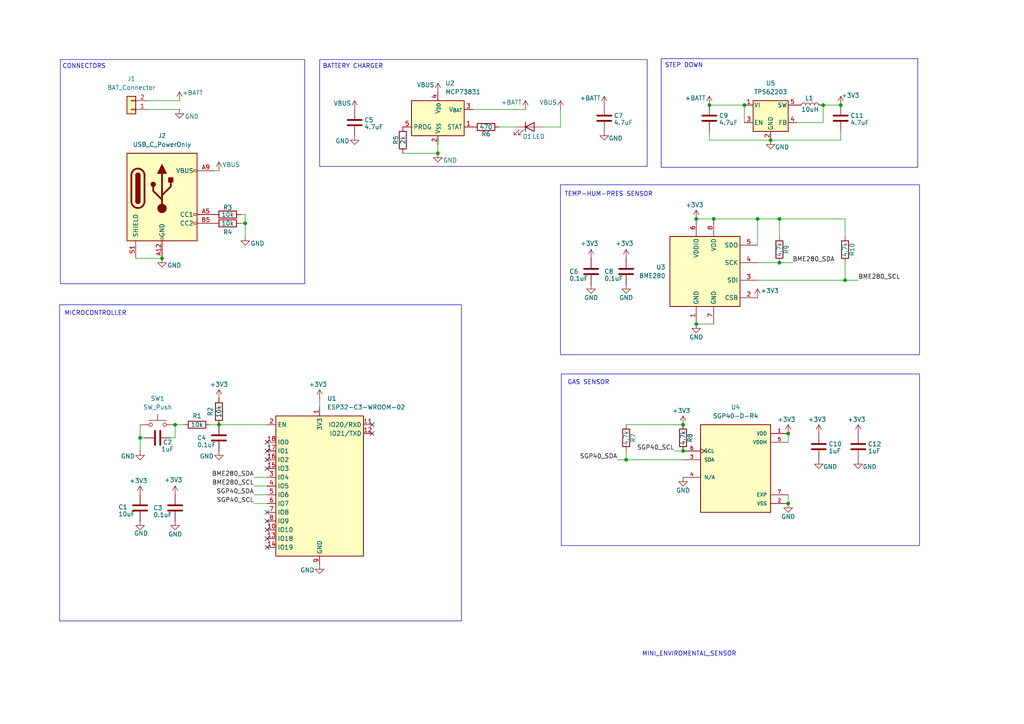
<source format=kicad_sch>
(kicad_sch
	(version 20250114)
	(generator "eeschema")
	(generator_version "9.0")
	(uuid "19bdd9e7-3f0f-4db7-92c3-d8a228cc4899")
	(paper "A4")
	(lib_symbols
		(symbol "Battery_Management:MCP73831-5-OT"
			(exclude_from_sim no)
			(in_bom yes)
			(on_board yes)
			(property "Reference" "U"
				(at -7.62 6.35 0)
				(effects
					(font
						(size 1.27 1.27)
					)
					(justify left)
				)
			)
			(property "Value" "MCP73831-5-OT"
				(at 1.27 6.35 0)
				(effects
					(font
						(size 1.27 1.27)
					)
					(justify left)
				)
			)
			(property "Footprint" "Package_TO_SOT_SMD:SOT-23-5"
				(at 1.27 -6.35 0)
				(effects
					(font
						(size 1.27 1.27)
						(italic yes)
					)
					(justify left)
					(hide yes)
				)
			)
			(property "Datasheet" "http://ww1.microchip.com/downloads/en/DeviceDoc/20001984g.pdf"
				(at -3.81 -1.27 0)
				(effects
					(font
						(size 1.27 1.27)
					)
					(hide yes)
				)
			)
			(property "Description" "Single cell, Li-Ion/Li-Po charge management controller, 4.50V, Tri-State Status Output, in SOT23-5 package"
				(at 0 0 0)
				(effects
					(font
						(size 1.27 1.27)
					)
					(hide yes)
				)
			)
			(property "ki_keywords" "battery charger lithium"
				(at 0 0 0)
				(effects
					(font
						(size 1.27 1.27)
					)
					(hide yes)
				)
			)
			(property "ki_fp_filters" "SOT?23*"
				(at 0 0 0)
				(effects
					(font
						(size 1.27 1.27)
					)
					(hide yes)
				)
			)
			(symbol "MCP73831-5-OT_0_1"
				(rectangle
					(start -7.62 5.08)
					(end 7.62 -5.08)
					(stroke
						(width 0.254)
						(type default)
					)
					(fill
						(type background)
					)
				)
			)
			(symbol "MCP73831-5-OT_1_1"
				(pin input line
					(at -10.16 -2.54 0)
					(length 2.54)
					(name "PROG"
						(effects
							(font
								(size 1.27 1.27)
							)
						)
					)
					(number "5"
						(effects
							(font
								(size 1.27 1.27)
							)
						)
					)
				)
				(pin power_in line
					(at 0 7.62 270)
					(length 2.54)
					(name "V_{DD}"
						(effects
							(font
								(size 1.27 1.27)
							)
						)
					)
					(number "4"
						(effects
							(font
								(size 1.27 1.27)
							)
						)
					)
				)
				(pin power_in line
					(at 0 -7.62 90)
					(length 2.54)
					(name "V_{SS}"
						(effects
							(font
								(size 1.27 1.27)
							)
						)
					)
					(number "2"
						(effects
							(font
								(size 1.27 1.27)
							)
						)
					)
				)
				(pin power_out line
					(at 10.16 2.54 180)
					(length 2.54)
					(name "V_{BAT}"
						(effects
							(font
								(size 1.27 1.27)
							)
						)
					)
					(number "3"
						(effects
							(font
								(size 1.27 1.27)
							)
						)
					)
				)
				(pin tri_state line
					(at 10.16 -2.54 180)
					(length 2.54)
					(name "STAT"
						(effects
							(font
								(size 1.27 1.27)
							)
						)
					)
					(number "1"
						(effects
							(font
								(size 1.27 1.27)
							)
						)
					)
				)
			)
			(embedded_fonts no)
		)
		(symbol "Connector:USB_C_Receptacle_PowerOnly_6P"
			(pin_names
				(offset 1.016)
			)
			(exclude_from_sim no)
			(in_bom yes)
			(on_board yes)
			(property "Reference" "J"
				(at 0 16.51 0)
				(effects
					(font
						(size 1.27 1.27)
					)
					(justify bottom)
				)
			)
			(property "Value" "USB_C_Receptacle_PowerOnly_6P"
				(at 0 13.97 0)
				(effects
					(font
						(size 1.27 1.27)
					)
					(justify bottom)
				)
			)
			(property "Footprint" ""
				(at 3.81 2.54 0)
				(effects
					(font
						(size 1.27 1.27)
					)
					(hide yes)
				)
			)
			(property "Datasheet" "https://www.usb.org/sites/default/files/documents/usb_type-c.zip"
				(at 0 0 0)
				(effects
					(font
						(size 1.27 1.27)
					)
					(hide yes)
				)
			)
			(property "Description" "USB Power-Only 6P Type-C Receptacle connector"
				(at 0 0 0)
				(effects
					(font
						(size 1.27 1.27)
					)
					(hide yes)
				)
			)
			(property "ki_keywords" "usb universal serial bus type-C power-only charging-only 6P 6C"
				(at 0 0 0)
				(effects
					(font
						(size 1.27 1.27)
					)
					(hide yes)
				)
			)
			(property "ki_fp_filters" "USB*C*Receptacle*"
				(at 0 0 0)
				(effects
					(font
						(size 1.27 1.27)
					)
					(hide yes)
				)
			)
			(symbol "USB_C_Receptacle_PowerOnly_6P_0_0"
				(rectangle
					(start -0.254 -12.7)
					(end 0.254 -11.684)
					(stroke
						(width 0)
						(type default)
					)
					(fill
						(type none)
					)
				)
				(rectangle
					(start 10.16 7.874)
					(end 9.144 7.366)
					(stroke
						(width 0)
						(type default)
					)
					(fill
						(type none)
					)
				)
				(rectangle
					(start 10.16 -4.826)
					(end 9.144 -5.334)
					(stroke
						(width 0)
						(type default)
					)
					(fill
						(type none)
					)
				)
				(rectangle
					(start 10.16 -7.366)
					(end 9.144 -7.874)
					(stroke
						(width 0)
						(type default)
					)
					(fill
						(type none)
					)
				)
			)
			(symbol "USB_C_Receptacle_PowerOnly_6P_0_1"
				(rectangle
					(start -10.16 12.7)
					(end 10.16 -12.7)
					(stroke
						(width 0.254)
						(type default)
					)
					(fill
						(type background)
					)
				)
				(polyline
					(pts
						(xy -8.89 -1.27) (xy -8.89 6.35)
					)
					(stroke
						(width 0.508)
						(type default)
					)
					(fill
						(type none)
					)
				)
				(rectangle
					(start -7.62 -1.27)
					(end -6.35 6.35)
					(stroke
						(width 0.254)
						(type default)
					)
					(fill
						(type outline)
					)
				)
				(arc
					(start -7.62 6.35)
					(mid -6.985 6.9823)
					(end -6.35 6.35)
					(stroke
						(width 0.254)
						(type default)
					)
					(fill
						(type none)
					)
				)
				(arc
					(start -7.62 6.35)
					(mid -6.985 6.9823)
					(end -6.35 6.35)
					(stroke
						(width 0.254)
						(type default)
					)
					(fill
						(type outline)
					)
				)
				(arc
					(start -8.89 6.35)
					(mid -6.985 8.2467)
					(end -5.08 6.35)
					(stroke
						(width 0.508)
						(type default)
					)
					(fill
						(type none)
					)
				)
				(arc
					(start -5.08 -1.27)
					(mid -6.985 -3.1667)
					(end -8.89 -1.27)
					(stroke
						(width 0.508)
						(type default)
					)
					(fill
						(type none)
					)
				)
				(arc
					(start -6.35 -1.27)
					(mid -6.985 -1.9023)
					(end -7.62 -1.27)
					(stroke
						(width 0.254)
						(type default)
					)
					(fill
						(type none)
					)
				)
				(arc
					(start -6.35 -1.27)
					(mid -6.985 -1.9023)
					(end -7.62 -1.27)
					(stroke
						(width 0.254)
						(type default)
					)
					(fill
						(type outline)
					)
				)
				(polyline
					(pts
						(xy -5.08 6.35) (xy -5.08 -1.27)
					)
					(stroke
						(width 0.508)
						(type default)
					)
					(fill
						(type none)
					)
				)
				(circle
					(center -2.54 3.683)
					(radius 0.635)
					(stroke
						(width 0.254)
						(type default)
					)
					(fill
						(type outline)
					)
				)
				(polyline
					(pts
						(xy -1.27 6.858) (xy 0 9.398) (xy 1.27 6.858) (xy -1.27 6.858)
					)
					(stroke
						(width 0.254)
						(type default)
					)
					(fill
						(type outline)
					)
				)
				(polyline
					(pts
						(xy 0 0.508) (xy 2.54 3.048) (xy 2.54 4.318)
					)
					(stroke
						(width 0.508)
						(type default)
					)
					(fill
						(type none)
					)
				)
				(polyline
					(pts
						(xy 0 -0.762) (xy -2.54 1.778) (xy -2.54 3.048)
					)
					(stroke
						(width 0.508)
						(type default)
					)
					(fill
						(type none)
					)
				)
				(polyline
					(pts
						(xy 0 -3.302) (xy 0 6.858)
					)
					(stroke
						(width 0.508)
						(type default)
					)
					(fill
						(type none)
					)
				)
				(circle
					(center 0 -3.302)
					(radius 1.27)
					(stroke
						(width 0)
						(type default)
					)
					(fill
						(type outline)
					)
				)
				(rectangle
					(start 1.905 4.318)
					(end 3.175 5.588)
					(stroke
						(width 0.254)
						(type default)
					)
					(fill
						(type outline)
					)
				)
			)
			(symbol "USB_C_Receptacle_PowerOnly_6P_1_1"
				(pin passive line
					(at -7.62 -17.78 90)
					(length 5.08)
					(name "SHIELD"
						(effects
							(font
								(size 1.27 1.27)
							)
						)
					)
					(number "S1"
						(effects
							(font
								(size 1.27 1.27)
							)
						)
					)
				)
				(pin passive line
					(at 0 -17.78 90)
					(length 5.08)
					(name "GND"
						(effects
							(font
								(size 1.27 1.27)
							)
						)
					)
					(number "A12"
						(effects
							(font
								(size 1.27 1.27)
							)
						)
					)
				)
				(pin passive line
					(at 0 -17.78 90)
					(length 5.08)
					(hide yes)
					(name "GND"
						(effects
							(font
								(size 1.27 1.27)
							)
						)
					)
					(number "B12"
						(effects
							(font
								(size 1.27 1.27)
							)
						)
					)
				)
				(pin passive line
					(at 15.24 7.62 180)
					(length 5.08)
					(name "VBUS"
						(effects
							(font
								(size 1.27 1.27)
							)
						)
					)
					(number "A9"
						(effects
							(font
								(size 1.27 1.27)
							)
						)
					)
				)
				(pin passive line
					(at 15.24 7.62 180)
					(length 5.08)
					(hide yes)
					(name "VBUS"
						(effects
							(font
								(size 1.27 1.27)
							)
						)
					)
					(number "B9"
						(effects
							(font
								(size 1.27 1.27)
							)
						)
					)
				)
				(pin bidirectional line
					(at 15.24 -5.08 180)
					(length 5.08)
					(name "CC1"
						(effects
							(font
								(size 1.27 1.27)
							)
						)
					)
					(number "A5"
						(effects
							(font
								(size 1.27 1.27)
							)
						)
					)
				)
				(pin bidirectional line
					(at 15.24 -7.62 180)
					(length 5.08)
					(name "CC2"
						(effects
							(font
								(size 1.27 1.27)
							)
						)
					)
					(number "B5"
						(effects
							(font
								(size 1.27 1.27)
							)
						)
					)
				)
			)
			(embedded_fonts no)
		)
		(symbol "Connector_Generic:Conn_01x02"
			(pin_names
				(offset 1.016)
				(hide yes)
			)
			(exclude_from_sim no)
			(in_bom yes)
			(on_board yes)
			(property "Reference" "J"
				(at 0 2.54 0)
				(effects
					(font
						(size 1.27 1.27)
					)
				)
			)
			(property "Value" "Conn_01x02"
				(at 0 -5.08 0)
				(effects
					(font
						(size 1.27 1.27)
					)
				)
			)
			(property "Footprint" ""
				(at 0 0 0)
				(effects
					(font
						(size 1.27 1.27)
					)
					(hide yes)
				)
			)
			(property "Datasheet" "~"
				(at 0 0 0)
				(effects
					(font
						(size 1.27 1.27)
					)
					(hide yes)
				)
			)
			(property "Description" "Generic connector, single row, 01x02, script generated (kicad-library-utils/schlib/autogen/connector/)"
				(at 0 0 0)
				(effects
					(font
						(size 1.27 1.27)
					)
					(hide yes)
				)
			)
			(property "ki_keywords" "connector"
				(at 0 0 0)
				(effects
					(font
						(size 1.27 1.27)
					)
					(hide yes)
				)
			)
			(property "ki_fp_filters" "Connector*:*_1x??_*"
				(at 0 0 0)
				(effects
					(font
						(size 1.27 1.27)
					)
					(hide yes)
				)
			)
			(symbol "Conn_01x02_1_1"
				(rectangle
					(start -1.27 1.27)
					(end 1.27 -3.81)
					(stroke
						(width 0.254)
						(type default)
					)
					(fill
						(type background)
					)
				)
				(rectangle
					(start -1.27 0.127)
					(end 0 -0.127)
					(stroke
						(width 0.1524)
						(type default)
					)
					(fill
						(type none)
					)
				)
				(rectangle
					(start -1.27 -2.413)
					(end 0 -2.667)
					(stroke
						(width 0.1524)
						(type default)
					)
					(fill
						(type none)
					)
				)
				(pin passive line
					(at -5.08 0 0)
					(length 3.81)
					(name "Pin_1"
						(effects
							(font
								(size 1.27 1.27)
							)
						)
					)
					(number "1"
						(effects
							(font
								(size 1.27 1.27)
							)
						)
					)
				)
				(pin passive line
					(at -5.08 -2.54 0)
					(length 3.81)
					(name "Pin_2"
						(effects
							(font
								(size 1.27 1.27)
							)
						)
					)
					(number "2"
						(effects
							(font
								(size 1.27 1.27)
							)
						)
					)
				)
			)
			(embedded_fonts no)
		)
		(symbol "Device:C"
			(pin_numbers
				(hide yes)
			)
			(pin_names
				(offset 0.254)
			)
			(exclude_from_sim no)
			(in_bom yes)
			(on_board yes)
			(property "Reference" "C"
				(at 0.635 2.54 0)
				(effects
					(font
						(size 1.27 1.27)
					)
					(justify left)
				)
			)
			(property "Value" "C"
				(at 0.635 -2.54 0)
				(effects
					(font
						(size 1.27 1.27)
					)
					(justify left)
				)
			)
			(property "Footprint" ""
				(at 0.9652 -3.81 0)
				(effects
					(font
						(size 1.27 1.27)
					)
					(hide yes)
				)
			)
			(property "Datasheet" "~"
				(at 0 0 0)
				(effects
					(font
						(size 1.27 1.27)
					)
					(hide yes)
				)
			)
			(property "Description" "Unpolarized capacitor"
				(at 0 0 0)
				(effects
					(font
						(size 1.27 1.27)
					)
					(hide yes)
				)
			)
			(property "ki_keywords" "cap capacitor"
				(at 0 0 0)
				(effects
					(font
						(size 1.27 1.27)
					)
					(hide yes)
				)
			)
			(property "ki_fp_filters" "C_*"
				(at 0 0 0)
				(effects
					(font
						(size 1.27 1.27)
					)
					(hide yes)
				)
			)
			(symbol "C_0_1"
				(polyline
					(pts
						(xy -2.032 0.762) (xy 2.032 0.762)
					)
					(stroke
						(width 0.508)
						(type default)
					)
					(fill
						(type none)
					)
				)
				(polyline
					(pts
						(xy -2.032 -0.762) (xy 2.032 -0.762)
					)
					(stroke
						(width 0.508)
						(type default)
					)
					(fill
						(type none)
					)
				)
			)
			(symbol "C_1_1"
				(pin passive line
					(at 0 3.81 270)
					(length 2.794)
					(name "~"
						(effects
							(font
								(size 1.27 1.27)
							)
						)
					)
					(number "1"
						(effects
							(font
								(size 1.27 1.27)
							)
						)
					)
				)
				(pin passive line
					(at 0 -3.81 90)
					(length 2.794)
					(name "~"
						(effects
							(font
								(size 1.27 1.27)
							)
						)
					)
					(number "2"
						(effects
							(font
								(size 1.27 1.27)
							)
						)
					)
				)
			)
			(embedded_fonts no)
		)
		(symbol "Device:L"
			(pin_numbers
				(hide yes)
			)
			(pin_names
				(offset 1.016)
				(hide yes)
			)
			(exclude_from_sim no)
			(in_bom yes)
			(on_board yes)
			(property "Reference" "L"
				(at -1.27 0 90)
				(effects
					(font
						(size 1.27 1.27)
					)
				)
			)
			(property "Value" "L"
				(at 1.905 0 90)
				(effects
					(font
						(size 1.27 1.27)
					)
				)
			)
			(property "Footprint" ""
				(at 0 0 0)
				(effects
					(font
						(size 1.27 1.27)
					)
					(hide yes)
				)
			)
			(property "Datasheet" "~"
				(at 0 0 0)
				(effects
					(font
						(size 1.27 1.27)
					)
					(hide yes)
				)
			)
			(property "Description" "Inductor"
				(at 0 0 0)
				(effects
					(font
						(size 1.27 1.27)
					)
					(hide yes)
				)
			)
			(property "ki_keywords" "inductor choke coil reactor magnetic"
				(at 0 0 0)
				(effects
					(font
						(size 1.27 1.27)
					)
					(hide yes)
				)
			)
			(property "ki_fp_filters" "Choke_* *Coil* Inductor_* L_*"
				(at 0 0 0)
				(effects
					(font
						(size 1.27 1.27)
					)
					(hide yes)
				)
			)
			(symbol "L_0_1"
				(arc
					(start 0 2.54)
					(mid 0.6323 1.905)
					(end 0 1.27)
					(stroke
						(width 0)
						(type default)
					)
					(fill
						(type none)
					)
				)
				(arc
					(start 0 1.27)
					(mid 0.6323 0.635)
					(end 0 0)
					(stroke
						(width 0)
						(type default)
					)
					(fill
						(type none)
					)
				)
				(arc
					(start 0 0)
					(mid 0.6323 -0.635)
					(end 0 -1.27)
					(stroke
						(width 0)
						(type default)
					)
					(fill
						(type none)
					)
				)
				(arc
					(start 0 -1.27)
					(mid 0.6323 -1.905)
					(end 0 -2.54)
					(stroke
						(width 0)
						(type default)
					)
					(fill
						(type none)
					)
				)
			)
			(symbol "L_1_1"
				(pin passive line
					(at 0 3.81 270)
					(length 1.27)
					(name "1"
						(effects
							(font
								(size 1.27 1.27)
							)
						)
					)
					(number "1"
						(effects
							(font
								(size 1.27 1.27)
							)
						)
					)
				)
				(pin passive line
					(at 0 -3.81 90)
					(length 1.27)
					(name "2"
						(effects
							(font
								(size 1.27 1.27)
							)
						)
					)
					(number "2"
						(effects
							(font
								(size 1.27 1.27)
							)
						)
					)
				)
			)
			(embedded_fonts no)
		)
		(symbol "Device:LED"
			(pin_numbers
				(hide yes)
			)
			(pin_names
				(offset 1.016)
				(hide yes)
			)
			(exclude_from_sim no)
			(in_bom yes)
			(on_board yes)
			(property "Reference" "D"
				(at 0 2.54 0)
				(effects
					(font
						(size 1.27 1.27)
					)
				)
			)
			(property "Value" "LED"
				(at 0 -2.54 0)
				(effects
					(font
						(size 1.27 1.27)
					)
				)
			)
			(property "Footprint" ""
				(at 0 0 0)
				(effects
					(font
						(size 1.27 1.27)
					)
					(hide yes)
				)
			)
			(property "Datasheet" "~"
				(at 0 0 0)
				(effects
					(font
						(size 1.27 1.27)
					)
					(hide yes)
				)
			)
			(property "Description" "Light emitting diode"
				(at 0 0 0)
				(effects
					(font
						(size 1.27 1.27)
					)
					(hide yes)
				)
			)
			(property "Sim.Pins" "1=K 2=A"
				(at 0 0 0)
				(effects
					(font
						(size 1.27 1.27)
					)
					(hide yes)
				)
			)
			(property "ki_keywords" "LED diode"
				(at 0 0 0)
				(effects
					(font
						(size 1.27 1.27)
					)
					(hide yes)
				)
			)
			(property "ki_fp_filters" "LED* LED_SMD:* LED_THT:*"
				(at 0 0 0)
				(effects
					(font
						(size 1.27 1.27)
					)
					(hide yes)
				)
			)
			(symbol "LED_0_1"
				(polyline
					(pts
						(xy -3.048 -0.762) (xy -4.572 -2.286) (xy -3.81 -2.286) (xy -4.572 -2.286) (xy -4.572 -1.524)
					)
					(stroke
						(width 0)
						(type default)
					)
					(fill
						(type none)
					)
				)
				(polyline
					(pts
						(xy -1.778 -0.762) (xy -3.302 -2.286) (xy -2.54 -2.286) (xy -3.302 -2.286) (xy -3.302 -1.524)
					)
					(stroke
						(width 0)
						(type default)
					)
					(fill
						(type none)
					)
				)
				(polyline
					(pts
						(xy -1.27 0) (xy 1.27 0)
					)
					(stroke
						(width 0)
						(type default)
					)
					(fill
						(type none)
					)
				)
				(polyline
					(pts
						(xy -1.27 -1.27) (xy -1.27 1.27)
					)
					(stroke
						(width 0.254)
						(type default)
					)
					(fill
						(type none)
					)
				)
				(polyline
					(pts
						(xy 1.27 -1.27) (xy 1.27 1.27) (xy -1.27 0) (xy 1.27 -1.27)
					)
					(stroke
						(width 0.254)
						(type default)
					)
					(fill
						(type none)
					)
				)
			)
			(symbol "LED_1_1"
				(pin passive line
					(at -3.81 0 0)
					(length 2.54)
					(name "K"
						(effects
							(font
								(size 1.27 1.27)
							)
						)
					)
					(number "1"
						(effects
							(font
								(size 1.27 1.27)
							)
						)
					)
				)
				(pin passive line
					(at 3.81 0 180)
					(length 2.54)
					(name "A"
						(effects
							(font
								(size 1.27 1.27)
							)
						)
					)
					(number "2"
						(effects
							(font
								(size 1.27 1.27)
							)
						)
					)
				)
			)
			(embedded_fonts no)
		)
		(symbol "Device:R"
			(pin_numbers
				(hide yes)
			)
			(pin_names
				(offset 0)
			)
			(exclude_from_sim no)
			(in_bom yes)
			(on_board yes)
			(property "Reference" "R"
				(at 2.032 0 90)
				(effects
					(font
						(size 1.27 1.27)
					)
				)
			)
			(property "Value" "R"
				(at 0 0 90)
				(effects
					(font
						(size 1.27 1.27)
					)
				)
			)
			(property "Footprint" ""
				(at -1.778 0 90)
				(effects
					(font
						(size 1.27 1.27)
					)
					(hide yes)
				)
			)
			(property "Datasheet" "~"
				(at 0 0 0)
				(effects
					(font
						(size 1.27 1.27)
					)
					(hide yes)
				)
			)
			(property "Description" "Resistor"
				(at 0 0 0)
				(effects
					(font
						(size 1.27 1.27)
					)
					(hide yes)
				)
			)
			(property "ki_keywords" "R res resistor"
				(at 0 0 0)
				(effects
					(font
						(size 1.27 1.27)
					)
					(hide yes)
				)
			)
			(property "ki_fp_filters" "R_*"
				(at 0 0 0)
				(effects
					(font
						(size 1.27 1.27)
					)
					(hide yes)
				)
			)
			(symbol "R_0_1"
				(rectangle
					(start -1.016 -2.54)
					(end 1.016 2.54)
					(stroke
						(width 0.254)
						(type default)
					)
					(fill
						(type none)
					)
				)
			)
			(symbol "R_1_1"
				(pin passive line
					(at 0 3.81 270)
					(length 1.27)
					(name "~"
						(effects
							(font
								(size 1.27 1.27)
							)
						)
					)
					(number "1"
						(effects
							(font
								(size 1.27 1.27)
							)
						)
					)
				)
				(pin passive line
					(at 0 -3.81 90)
					(length 1.27)
					(name "~"
						(effects
							(font
								(size 1.27 1.27)
							)
						)
					)
					(number "2"
						(effects
							(font
								(size 1.27 1.27)
							)
						)
					)
				)
			)
			(embedded_fonts no)
		)
		(symbol "Librería_Global_OK:SGP40-D-R4"
			(pin_names
				(offset 1.016)
			)
			(exclude_from_sim no)
			(in_bom yes)
			(on_board yes)
			(property "Reference" "U"
				(at -10.16 13.462 0)
				(effects
					(font
						(size 1.27 1.27)
					)
					(justify left bottom)
				)
			)
			(property "Value" "SGP40-D-R4"
				(at -10.16 -15.24 0)
				(effects
					(font
						(size 1.27 1.27)
					)
					(justify left bottom)
				)
			)
			(property "Footprint" "SGP40-D-R4:XCDR_SGP40-D-R4"
				(at 0 0 0)
				(effects
					(font
						(size 1.27 1.27)
					)
					(justify bottom)
					(hide yes)
				)
			)
			(property "Datasheet" ""
				(at 0 0 0)
				(effects
					(font
						(size 1.27 1.27)
					)
					(hide yes)
				)
			)
			(property "Description" ""
				(at 0 0 0)
				(effects
					(font
						(size 1.27 1.27)
					)
					(hide yes)
				)
			)
			(property "MF" "Sensirion AG"
				(at 0 0 0)
				(effects
					(font
						(size 1.27 1.27)
					)
					(justify bottom)
					(hide yes)
				)
			)
			(property "MAXIMUM_PACKAGE_HEIGHT" "0.95mm"
				(at 0 0 0)
				(effects
					(font
						(size 1.27 1.27)
					)
					(justify bottom)
					(hide yes)
				)
			)
			(property "Package" "None"
				(at 0 0 0)
				(effects
					(font
						(size 1.27 1.27)
					)
					(justify bottom)
					(hide yes)
				)
			)
			(property "Price" "None"
				(at 0 0 0)
				(effects
					(font
						(size 1.27 1.27)
					)
					(justify bottom)
					(hide yes)
				)
			)
			(property "Check_prices" "https://www.snapeda.com/parts/SGP40-D-R4/Sensirion/view-part/?ref=eda"
				(at 0 0 0)
				(effects
					(font
						(size 1.27 1.27)
					)
					(justify bottom)
					(hide yes)
				)
			)
			(property "STANDARD" "Manufacturer Recommendations"
				(at 0 0 0)
				(effects
					(font
						(size 1.27 1.27)
					)
					(justify bottom)
					(hide yes)
				)
			)
			(property "PARTREV" "1.2"
				(at 0 0 0)
				(effects
					(font
						(size 1.27 1.27)
					)
					(justify bottom)
					(hide yes)
				)
			)
			(property "SnapEDA_Link" "https://www.snapeda.com/parts/SGP40-D-R4/Sensirion/view-part/?ref=snap"
				(at 0 0 0)
				(effects
					(font
						(size 1.27 1.27)
					)
					(justify bottom)
					(hide yes)
				)
			)
			(property "MP" "SGP40-D-R4"
				(at 0 0 0)
				(effects
					(font
						(size 1.27 1.27)
					)
					(justify bottom)
					(hide yes)
				)
			)
			(property "Description_1" "AIR QUALITY GAS SENSOR LOW POWER"
				(at 0 0 0)
				(effects
					(font
						(size 1.27 1.27)
					)
					(justify bottom)
					(hide yes)
				)
			)
			(property "MANUFACTURER" "Sensirion AG"
				(at 0 0 0)
				(effects
					(font
						(size 1.27 1.27)
					)
					(justify bottom)
					(hide yes)
				)
			)
			(property "Availability" "In Stock"
				(at 0 0 0)
				(effects
					(font
						(size 1.27 1.27)
					)
					(justify bottom)
					(hide yes)
				)
			)
			(property "SNAPEDA_PN" "SGP40-D-R4"
				(at 0 0 0)
				(effects
					(font
						(size 1.27 1.27)
					)
					(justify bottom)
					(hide yes)
				)
			)
			(symbol "SGP40-D-R4_0_0"
				(rectangle
					(start -10.16 -12.7)
					(end 10.16 12.7)
					(stroke
						(width 0.254)
						(type default)
					)
					(fill
						(type background)
					)
				)
				(pin bidirectional clock
					(at -15.24 5.08 0)
					(length 5.08)
					(name "SCL"
						(effects
							(font
								(size 1.016 1.016)
							)
						)
					)
					(number "6"
						(effects
							(font
								(size 1.016 1.016)
							)
						)
					)
				)
				(pin bidirectional line
					(at -15.24 2.54 0)
					(length 5.08)
					(name "SDA"
						(effects
							(font
								(size 1.016 1.016)
							)
						)
					)
					(number "3"
						(effects
							(font
								(size 1.016 1.016)
							)
						)
					)
				)
				(pin passive line
					(at -15.24 -2.54 0)
					(length 5.08)
					(name "N/A"
						(effects
							(font
								(size 1.016 1.016)
							)
						)
					)
					(number "4"
						(effects
							(font
								(size 1.016 1.016)
							)
						)
					)
				)
				(pin power_in line
					(at 15.24 10.16 180)
					(length 5.08)
					(name "VDD"
						(effects
							(font
								(size 1.016 1.016)
							)
						)
					)
					(number "1"
						(effects
							(font
								(size 1.016 1.016)
							)
						)
					)
				)
				(pin power_in line
					(at 15.24 7.62 180)
					(length 5.08)
					(name "VDDH"
						(effects
							(font
								(size 1.016 1.016)
							)
						)
					)
					(number "5"
						(effects
							(font
								(size 1.016 1.016)
							)
						)
					)
				)
				(pin power_in line
					(at 15.24 -7.62 180)
					(length 5.08)
					(name "EXP"
						(effects
							(font
								(size 1.016 1.016)
							)
						)
					)
					(number "7"
						(effects
							(font
								(size 1.016 1.016)
							)
						)
					)
				)
				(pin power_in line
					(at 15.24 -10.16 180)
					(length 5.08)
					(name "VSS"
						(effects
							(font
								(size 1.016 1.016)
							)
						)
					)
					(number "2"
						(effects
							(font
								(size 1.016 1.016)
							)
						)
					)
				)
			)
			(embedded_fonts no)
		)
		(symbol "RF_Module:ESP32-C3-WROOM-02"
			(exclude_from_sim no)
			(in_bom yes)
			(on_board yes)
			(property "Reference" "U"
				(at -12.192 21.336 0)
				(effects
					(font
						(size 1.27 1.27)
					)
				)
			)
			(property "Value" "ESP32-C3-WROOM-02"
				(at 12.192 21.336 0)
				(effects
					(font
						(size 1.27 1.27)
					)
				)
			)
			(property "Footprint" "RF_Module:ESP32-C3-WROOM-02"
				(at 0 0.635 0)
				(effects
					(font
						(size 1.27 1.27)
					)
					(hide yes)
				)
			)
			(property "Datasheet" "https://www.espressif.com/sites/default/files/documentation/esp32-c3-wroom-02_datasheet_en.pdf"
				(at 0 0.635 0)
				(effects
					(font
						(size 1.27 1.27)
					)
					(hide yes)
				)
			)
			(property "Description" "802.11 b/g/n Wi­Fi and Bluetooth 5 module, ESP32­C3 SoC, RISC­V microprocessor, On-board antenna"
				(at 0 0.635 0)
				(effects
					(font
						(size 1.27 1.27)
					)
					(hide yes)
				)
			)
			(property "ki_keywords" "esp32 espressif WiFi Bluetooth LE"
				(at 0 0 0)
				(effects
					(font
						(size 1.27 1.27)
					)
					(hide yes)
				)
			)
			(property "ki_fp_filters" "ESP32?C3*WROOM?02*"
				(at 0 0 0)
				(effects
					(font
						(size 1.27 1.27)
					)
					(hide yes)
				)
			)
			(symbol "ESP32-C3-WROOM-02_1_1"
				(rectangle
					(start -12.7 20.32)
					(end 12.7 -20.32)
					(stroke
						(width 0.254)
						(type default)
					)
					(fill
						(type background)
					)
				)
				(pin input line
					(at -15.24 17.78 0)
					(length 2.54)
					(name "EN"
						(effects
							(font
								(size 1.27 1.27)
							)
						)
					)
					(number "2"
						(effects
							(font
								(size 1.27 1.27)
							)
						)
					)
				)
				(pin bidirectional line
					(at -15.24 12.7 0)
					(length 2.54)
					(name "IO0"
						(effects
							(font
								(size 1.27 1.27)
							)
						)
					)
					(number "18"
						(effects
							(font
								(size 1.27 1.27)
							)
						)
					)
				)
				(pin bidirectional line
					(at -15.24 10.16 0)
					(length 2.54)
					(name "IO1"
						(effects
							(font
								(size 1.27 1.27)
							)
						)
					)
					(number "17"
						(effects
							(font
								(size 1.27 1.27)
							)
						)
					)
				)
				(pin bidirectional line
					(at -15.24 7.62 0)
					(length 2.54)
					(name "IO2"
						(effects
							(font
								(size 1.27 1.27)
							)
						)
					)
					(number "16"
						(effects
							(font
								(size 1.27 1.27)
							)
						)
					)
				)
				(pin bidirectional line
					(at -15.24 5.08 0)
					(length 2.54)
					(name "IO3"
						(effects
							(font
								(size 1.27 1.27)
							)
						)
					)
					(number "15"
						(effects
							(font
								(size 1.27 1.27)
							)
						)
					)
				)
				(pin bidirectional line
					(at -15.24 2.54 0)
					(length 2.54)
					(name "IO4"
						(effects
							(font
								(size 1.27 1.27)
							)
						)
					)
					(number "3"
						(effects
							(font
								(size 1.27 1.27)
							)
						)
					)
				)
				(pin bidirectional line
					(at -15.24 0 0)
					(length 2.54)
					(name "IO5"
						(effects
							(font
								(size 1.27 1.27)
							)
						)
					)
					(number "4"
						(effects
							(font
								(size 1.27 1.27)
							)
						)
					)
				)
				(pin bidirectional line
					(at -15.24 -2.54 0)
					(length 2.54)
					(name "IO6"
						(effects
							(font
								(size 1.27 1.27)
							)
						)
					)
					(number "5"
						(effects
							(font
								(size 1.27 1.27)
							)
						)
					)
				)
				(pin bidirectional line
					(at -15.24 -5.08 0)
					(length 2.54)
					(name "IO7"
						(effects
							(font
								(size 1.27 1.27)
							)
						)
					)
					(number "6"
						(effects
							(font
								(size 1.27 1.27)
							)
						)
					)
				)
				(pin bidirectional line
					(at -15.24 -7.62 0)
					(length 2.54)
					(name "IO8"
						(effects
							(font
								(size 1.27 1.27)
							)
						)
					)
					(number "7"
						(effects
							(font
								(size 1.27 1.27)
							)
						)
					)
				)
				(pin bidirectional line
					(at -15.24 -10.16 0)
					(length 2.54)
					(name "IO9"
						(effects
							(font
								(size 1.27 1.27)
							)
						)
					)
					(number "8"
						(effects
							(font
								(size 1.27 1.27)
							)
						)
					)
				)
				(pin bidirectional line
					(at -15.24 -12.7 0)
					(length 2.54)
					(name "IO10"
						(effects
							(font
								(size 1.27 1.27)
							)
						)
					)
					(number "10"
						(effects
							(font
								(size 1.27 1.27)
							)
						)
					)
				)
				(pin bidirectional line
					(at -15.24 -15.24 0)
					(length 2.54)
					(name "IO18"
						(effects
							(font
								(size 1.27 1.27)
							)
						)
					)
					(number "13"
						(effects
							(font
								(size 1.27 1.27)
							)
						)
					)
				)
				(pin bidirectional line
					(at -15.24 -17.78 0)
					(length 2.54)
					(name "IO19"
						(effects
							(font
								(size 1.27 1.27)
							)
						)
					)
					(number "14"
						(effects
							(font
								(size 1.27 1.27)
							)
						)
					)
				)
				(pin power_in line
					(at 0 22.86 270)
					(length 2.54)
					(name "3V3"
						(effects
							(font
								(size 1.27 1.27)
							)
						)
					)
					(number "1"
						(effects
							(font
								(size 1.27 1.27)
							)
						)
					)
				)
				(pin passive line
					(at 0 -22.86 90)
					(length 2.54)
					(hide yes)
					(name "GND"
						(effects
							(font
								(size 1.27 1.27)
							)
						)
					)
					(number "19"
						(effects
							(font
								(size 1.27 1.27)
							)
						)
					)
				)
				(pin power_in line
					(at 0 -22.86 90)
					(length 2.54)
					(name "GND"
						(effects
							(font
								(size 1.27 1.27)
							)
						)
					)
					(number "9"
						(effects
							(font
								(size 1.27 1.27)
							)
						)
					)
				)
				(pin bidirectional line
					(at 15.24 17.78 180)
					(length 2.54)
					(name "IO20/RXD"
						(effects
							(font
								(size 1.27 1.27)
							)
						)
					)
					(number "11"
						(effects
							(font
								(size 1.27 1.27)
							)
						)
					)
				)
				(pin bidirectional line
					(at 15.24 15.24 180)
					(length 2.54)
					(name "IO21/TXD"
						(effects
							(font
								(size 1.27 1.27)
							)
						)
					)
					(number "12"
						(effects
							(font
								(size 1.27 1.27)
							)
						)
					)
				)
			)
			(embedded_fonts no)
		)
		(symbol "Regulator_Switching:TPS62200DBV"
			(pin_names
				(offset 0.254)
			)
			(exclude_from_sim no)
			(in_bom yes)
			(on_board yes)
			(property "Reference" "U"
				(at -5.08 7.62 0)
				(effects
					(font
						(size 1.27 1.27)
					)
					(justify left)
				)
			)
			(property "Value" "TPS62200DBV"
				(at 0 7.62 0)
				(effects
					(font
						(size 1.27 1.27)
					)
					(justify left)
				)
			)
			(property "Footprint" "Package_TO_SOT_SMD:SOT-23-5"
				(at 1.27 -3.81 0)
				(effects
					(font
						(size 1.27 1.27)
						(italic yes)
					)
					(justify left)
					(hide yes)
				)
			)
			(property "Datasheet" "http://www.ti.com/lit/ds/symlink/tps62201.pdf"
				(at 0 2.54 0)
				(effects
					(font
						(size 1.27 1.27)
					)
					(hide yes)
				)
			)
			(property "Description" "300mA High-Efficiency Step-Down DC-DC Converter, adjustable output voltage, 2.5-6V input voltage, SOT-23-5"
				(at 0 0 0)
				(effects
					(font
						(size 1.27 1.27)
					)
					(hide yes)
				)
			)
			(property "ki_keywords" "Step-Down DC-DC Converter"
				(at 0 0 0)
				(effects
					(font
						(size 1.27 1.27)
					)
					(hide yes)
				)
			)
			(property "ki_fp_filters" "SOT?23*"
				(at 0 0 0)
				(effects
					(font
						(size 1.27 1.27)
					)
					(hide yes)
				)
			)
			(symbol "TPS62200DBV_0_1"
				(rectangle
					(start -5.08 6.35)
					(end 5.08 -2.54)
					(stroke
						(width 0.254)
						(type default)
					)
					(fill
						(type background)
					)
				)
			)
			(symbol "TPS62200DBV_1_1"
				(pin power_in line
					(at -7.62 5.08 0)
					(length 2.54)
					(name "VI"
						(effects
							(font
								(size 1.27 1.27)
							)
						)
					)
					(number "1"
						(effects
							(font
								(size 1.27 1.27)
							)
						)
					)
				)
				(pin input line
					(at -7.62 0 0)
					(length 2.54)
					(name "EN"
						(effects
							(font
								(size 1.27 1.27)
							)
						)
					)
					(number "3"
						(effects
							(font
								(size 1.27 1.27)
							)
						)
					)
				)
				(pin power_in line
					(at 0 -5.08 90)
					(length 2.54)
					(name "GND"
						(effects
							(font
								(size 1.27 1.27)
							)
						)
					)
					(number "2"
						(effects
							(font
								(size 1.27 1.27)
							)
						)
					)
				)
				(pin output line
					(at 7.62 5.08 180)
					(length 2.54)
					(name "SW"
						(effects
							(font
								(size 1.27 1.27)
							)
						)
					)
					(number "5"
						(effects
							(font
								(size 1.27 1.27)
							)
						)
					)
				)
				(pin input line
					(at 7.62 0 180)
					(length 2.54)
					(name "FB"
						(effects
							(font
								(size 1.27 1.27)
							)
						)
					)
					(number "4"
						(effects
							(font
								(size 1.27 1.27)
							)
						)
					)
				)
			)
			(embedded_fonts no)
		)
		(symbol "Sensor:BME280"
			(exclude_from_sim no)
			(in_bom yes)
			(on_board yes)
			(property "Reference" "U"
				(at -8.89 11.43 0)
				(effects
					(font
						(size 1.27 1.27)
					)
				)
			)
			(property "Value" "BME280"
				(at 7.62 11.43 0)
				(effects
					(font
						(size 1.27 1.27)
					)
				)
			)
			(property "Footprint" "Package_LGA:Bosch_LGA-8_2.5x2.5mm_P0.65mm_ClockwisePinNumbering"
				(at 38.1 -11.43 0)
				(effects
					(font
						(size 1.27 1.27)
					)
					(hide yes)
				)
			)
			(property "Datasheet" "https://www.bosch-sensortec.com/media/boschsensortec/downloads/datasheets/bst-bme280-ds002.pdf"
				(at 0 -5.08 0)
				(effects
					(font
						(size 1.27 1.27)
					)
					(hide yes)
				)
			)
			(property "Description" "3-in-1 sensor, humidity, pressure, temperature, I2C and SPI interface, 1.71-3.6V, LGA-8"
				(at 0 0 0)
				(effects
					(font
						(size 1.27 1.27)
					)
					(hide yes)
				)
			)
			(property "ki_keywords" "Bosch pressure humidity temperature environment environmental measurement digital"
				(at 0 0 0)
				(effects
					(font
						(size 1.27 1.27)
					)
					(hide yes)
				)
			)
			(property "ki_fp_filters" "*LGA*2.5x2.5mm*P0.65mm*Clockwise*"
				(at 0 0 0)
				(effects
					(font
						(size 1.27 1.27)
					)
					(hide yes)
				)
			)
			(symbol "BME280_0_1"
				(rectangle
					(start -10.16 10.16)
					(end 10.16 -10.16)
					(stroke
						(width 0.254)
						(type default)
					)
					(fill
						(type background)
					)
				)
			)
			(symbol "BME280_1_1"
				(pin power_in line
					(at -2.54 15.24 270)
					(length 5.08)
					(name "VDDIO"
						(effects
							(font
								(size 1.27 1.27)
							)
						)
					)
					(number "6"
						(effects
							(font
								(size 1.27 1.27)
							)
						)
					)
				)
				(pin power_in line
					(at -2.54 -15.24 90)
					(length 5.08)
					(name "GND"
						(effects
							(font
								(size 1.27 1.27)
							)
						)
					)
					(number "1"
						(effects
							(font
								(size 1.27 1.27)
							)
						)
					)
				)
				(pin power_in line
					(at 2.54 15.24 270)
					(length 5.08)
					(name "VDD"
						(effects
							(font
								(size 1.27 1.27)
							)
						)
					)
					(number "8"
						(effects
							(font
								(size 1.27 1.27)
							)
						)
					)
				)
				(pin power_in line
					(at 2.54 -15.24 90)
					(length 5.08)
					(name "GND"
						(effects
							(font
								(size 1.27 1.27)
							)
						)
					)
					(number "7"
						(effects
							(font
								(size 1.27 1.27)
							)
						)
					)
				)
				(pin bidirectional line
					(at 15.24 7.62 180)
					(length 5.08)
					(name "SDO"
						(effects
							(font
								(size 1.27 1.27)
							)
						)
					)
					(number "5"
						(effects
							(font
								(size 1.27 1.27)
							)
						)
					)
				)
				(pin input line
					(at 15.24 2.54 180)
					(length 5.08)
					(name "SCK"
						(effects
							(font
								(size 1.27 1.27)
							)
						)
					)
					(number "4"
						(effects
							(font
								(size 1.27 1.27)
							)
						)
					)
				)
				(pin bidirectional line
					(at 15.24 -2.54 180)
					(length 5.08)
					(name "SDI"
						(effects
							(font
								(size 1.27 1.27)
							)
						)
					)
					(number "3"
						(effects
							(font
								(size 1.27 1.27)
							)
						)
					)
				)
				(pin input line
					(at 15.24 -7.62 180)
					(length 5.08)
					(name "CSB"
						(effects
							(font
								(size 1.27 1.27)
							)
						)
					)
					(number "2"
						(effects
							(font
								(size 1.27 1.27)
							)
						)
					)
				)
			)
			(embedded_fonts no)
		)
		(symbol "Switch:SW_Push"
			(pin_numbers
				(hide yes)
			)
			(pin_names
				(offset 1.016)
				(hide yes)
			)
			(exclude_from_sim no)
			(in_bom yes)
			(on_board yes)
			(property "Reference" "SW"
				(at 1.27 2.54 0)
				(effects
					(font
						(size 1.27 1.27)
					)
					(justify left)
				)
			)
			(property "Value" "SW_Push"
				(at 0 -1.524 0)
				(effects
					(font
						(size 1.27 1.27)
					)
				)
			)
			(property "Footprint" ""
				(at 0 5.08 0)
				(effects
					(font
						(size 1.27 1.27)
					)
					(hide yes)
				)
			)
			(property "Datasheet" "~"
				(at 0 5.08 0)
				(effects
					(font
						(size 1.27 1.27)
					)
					(hide yes)
				)
			)
			(property "Description" "Push button switch, generic, two pins"
				(at 0 0 0)
				(effects
					(font
						(size 1.27 1.27)
					)
					(hide yes)
				)
			)
			(property "ki_keywords" "switch normally-open pushbutton push-button"
				(at 0 0 0)
				(effects
					(font
						(size 1.27 1.27)
					)
					(hide yes)
				)
			)
			(symbol "SW_Push_0_1"
				(circle
					(center -2.032 0)
					(radius 0.508)
					(stroke
						(width 0)
						(type default)
					)
					(fill
						(type none)
					)
				)
				(polyline
					(pts
						(xy 0 1.27) (xy 0 3.048)
					)
					(stroke
						(width 0)
						(type default)
					)
					(fill
						(type none)
					)
				)
				(circle
					(center 2.032 0)
					(radius 0.508)
					(stroke
						(width 0)
						(type default)
					)
					(fill
						(type none)
					)
				)
				(polyline
					(pts
						(xy 2.54 1.27) (xy -2.54 1.27)
					)
					(stroke
						(width 0)
						(type default)
					)
					(fill
						(type none)
					)
				)
				(pin passive line
					(at -5.08 0 0)
					(length 2.54)
					(name "1"
						(effects
							(font
								(size 1.27 1.27)
							)
						)
					)
					(number "1"
						(effects
							(font
								(size 1.27 1.27)
							)
						)
					)
				)
				(pin passive line
					(at 5.08 0 180)
					(length 2.54)
					(name "2"
						(effects
							(font
								(size 1.27 1.27)
							)
						)
					)
					(number "2"
						(effects
							(font
								(size 1.27 1.27)
							)
						)
					)
				)
			)
			(embedded_fonts no)
		)
		(symbol "power:+3V3"
			(power)
			(pin_numbers
				(hide yes)
			)
			(pin_names
				(offset 0)
				(hide yes)
			)
			(exclude_from_sim no)
			(in_bom yes)
			(on_board yes)
			(property "Reference" "#PWR"
				(at 0 -3.81 0)
				(effects
					(font
						(size 1.27 1.27)
					)
					(hide yes)
				)
			)
			(property "Value" "+3V3"
				(at 0 3.556 0)
				(effects
					(font
						(size 1.27 1.27)
					)
				)
			)
			(property "Footprint" ""
				(at 0 0 0)
				(effects
					(font
						(size 1.27 1.27)
					)
					(hide yes)
				)
			)
			(property "Datasheet" ""
				(at 0 0 0)
				(effects
					(font
						(size 1.27 1.27)
					)
					(hide yes)
				)
			)
			(property "Description" "Power symbol creates a global label with name \"+3V3\""
				(at 0 0 0)
				(effects
					(font
						(size 1.27 1.27)
					)
					(hide yes)
				)
			)
			(property "ki_keywords" "global power"
				(at 0 0 0)
				(effects
					(font
						(size 1.27 1.27)
					)
					(hide yes)
				)
			)
			(symbol "+3V3_0_1"
				(polyline
					(pts
						(xy -0.762 1.27) (xy 0 2.54)
					)
					(stroke
						(width 0)
						(type default)
					)
					(fill
						(type none)
					)
				)
				(polyline
					(pts
						(xy 0 2.54) (xy 0.762 1.27)
					)
					(stroke
						(width 0)
						(type default)
					)
					(fill
						(type none)
					)
				)
				(polyline
					(pts
						(xy 0 0) (xy 0 2.54)
					)
					(stroke
						(width 0)
						(type default)
					)
					(fill
						(type none)
					)
				)
			)
			(symbol "+3V3_1_1"
				(pin power_in line
					(at 0 0 90)
					(length 0)
					(name "~"
						(effects
							(font
								(size 1.27 1.27)
							)
						)
					)
					(number "1"
						(effects
							(font
								(size 1.27 1.27)
							)
						)
					)
				)
			)
			(embedded_fonts no)
		)
		(symbol "power:+BATT"
			(power)
			(pin_numbers
				(hide yes)
			)
			(pin_names
				(offset 0)
				(hide yes)
			)
			(exclude_from_sim no)
			(in_bom yes)
			(on_board yes)
			(property "Reference" "#PWR"
				(at 0 -3.81 0)
				(effects
					(font
						(size 1.27 1.27)
					)
					(hide yes)
				)
			)
			(property "Value" "+BATT"
				(at 0 3.556 0)
				(effects
					(font
						(size 1.27 1.27)
					)
				)
			)
			(property "Footprint" ""
				(at 0 0 0)
				(effects
					(font
						(size 1.27 1.27)
					)
					(hide yes)
				)
			)
			(property "Datasheet" ""
				(at 0 0 0)
				(effects
					(font
						(size 1.27 1.27)
					)
					(hide yes)
				)
			)
			(property "Description" "Power symbol creates a global label with name \"+BATT\""
				(at 0 0 0)
				(effects
					(font
						(size 1.27 1.27)
					)
					(hide yes)
				)
			)
			(property "ki_keywords" "global power battery"
				(at 0 0 0)
				(effects
					(font
						(size 1.27 1.27)
					)
					(hide yes)
				)
			)
			(symbol "+BATT_0_1"
				(polyline
					(pts
						(xy -0.762 1.27) (xy 0 2.54)
					)
					(stroke
						(width 0)
						(type default)
					)
					(fill
						(type none)
					)
				)
				(polyline
					(pts
						(xy 0 2.54) (xy 0.762 1.27)
					)
					(stroke
						(width 0)
						(type default)
					)
					(fill
						(type none)
					)
				)
				(polyline
					(pts
						(xy 0 0) (xy 0 2.54)
					)
					(stroke
						(width 0)
						(type default)
					)
					(fill
						(type none)
					)
				)
			)
			(symbol "+BATT_1_1"
				(pin power_in line
					(at 0 0 90)
					(length 0)
					(name "~"
						(effects
							(font
								(size 1.27 1.27)
							)
						)
					)
					(number "1"
						(effects
							(font
								(size 1.27 1.27)
							)
						)
					)
				)
			)
			(embedded_fonts no)
		)
		(symbol "power:GND"
			(power)
			(pin_numbers
				(hide yes)
			)
			(pin_names
				(offset 0)
				(hide yes)
			)
			(exclude_from_sim no)
			(in_bom yes)
			(on_board yes)
			(property "Reference" "#PWR"
				(at 0 -6.35 0)
				(effects
					(font
						(size 1.27 1.27)
					)
					(hide yes)
				)
			)
			(property "Value" "GND"
				(at 0 -3.81 0)
				(effects
					(font
						(size 1.27 1.27)
					)
				)
			)
			(property "Footprint" ""
				(at 0 0 0)
				(effects
					(font
						(size 1.27 1.27)
					)
					(hide yes)
				)
			)
			(property "Datasheet" ""
				(at 0 0 0)
				(effects
					(font
						(size 1.27 1.27)
					)
					(hide yes)
				)
			)
			(property "Description" "Power symbol creates a global label with name \"GND\" , ground"
				(at 0 0 0)
				(effects
					(font
						(size 1.27 1.27)
					)
					(hide yes)
				)
			)
			(property "ki_keywords" "global power"
				(at 0 0 0)
				(effects
					(font
						(size 1.27 1.27)
					)
					(hide yes)
				)
			)
			(symbol "GND_0_1"
				(polyline
					(pts
						(xy 0 0) (xy 0 -1.27) (xy 1.27 -1.27) (xy 0 -2.54) (xy -1.27 -1.27) (xy 0 -1.27)
					)
					(stroke
						(width 0)
						(type default)
					)
					(fill
						(type none)
					)
				)
			)
			(symbol "GND_1_1"
				(pin power_in line
					(at 0 0 270)
					(length 0)
					(name "~"
						(effects
							(font
								(size 1.27 1.27)
							)
						)
					)
					(number "1"
						(effects
							(font
								(size 1.27 1.27)
							)
						)
					)
				)
			)
			(embedded_fonts no)
		)
		(symbol "power:VBUS"
			(power)
			(pin_numbers
				(hide yes)
			)
			(pin_names
				(offset 0)
				(hide yes)
			)
			(exclude_from_sim no)
			(in_bom yes)
			(on_board yes)
			(property "Reference" "#PWR"
				(at 0 -3.81 0)
				(effects
					(font
						(size 1.27 1.27)
					)
					(hide yes)
				)
			)
			(property "Value" "VBUS"
				(at 0 3.556 0)
				(effects
					(font
						(size 1.27 1.27)
					)
				)
			)
			(property "Footprint" ""
				(at 0 0 0)
				(effects
					(font
						(size 1.27 1.27)
					)
					(hide yes)
				)
			)
			(property "Datasheet" ""
				(at 0 0 0)
				(effects
					(font
						(size 1.27 1.27)
					)
					(hide yes)
				)
			)
			(property "Description" "Power symbol creates a global label with name \"VBUS\""
				(at 0 0 0)
				(effects
					(font
						(size 1.27 1.27)
					)
					(hide yes)
				)
			)
			(property "ki_keywords" "global power"
				(at 0 0 0)
				(effects
					(font
						(size 1.27 1.27)
					)
					(hide yes)
				)
			)
			(symbol "VBUS_0_1"
				(polyline
					(pts
						(xy -0.762 1.27) (xy 0 2.54)
					)
					(stroke
						(width 0)
						(type default)
					)
					(fill
						(type none)
					)
				)
				(polyline
					(pts
						(xy 0 2.54) (xy 0.762 1.27)
					)
					(stroke
						(width 0)
						(type default)
					)
					(fill
						(type none)
					)
				)
				(polyline
					(pts
						(xy 0 0) (xy 0 2.54)
					)
					(stroke
						(width 0)
						(type default)
					)
					(fill
						(type none)
					)
				)
			)
			(symbol "VBUS_1_1"
				(pin power_in line
					(at 0 0 90)
					(length 0)
					(name "~"
						(effects
							(font
								(size 1.27 1.27)
							)
						)
					)
					(number "1"
						(effects
							(font
								(size 1.27 1.27)
							)
						)
					)
				)
			)
			(embedded_fonts no)
		)
	)
	(rectangle
		(start 17.526 17.272)
		(end 88.392 82.296)
		(stroke
			(width 0)
			(type default)
		)
		(fill
			(type none)
		)
		(uuid 385a1894-16e6-48bf-933b-ec900c1eda85)
	)
	(rectangle
		(start 162.56 53.594)
		(end 266.7 102.87)
		(stroke
			(width 0)
			(type default)
		)
		(fill
			(type none)
		)
		(uuid ae626419-2fbd-42cd-8338-10ada5f60416)
	)
	(rectangle
		(start 17.272 88.392)
		(end 133.858 180.086)
		(stroke
			(width 0)
			(type default)
		)
		(fill
			(type none)
		)
		(uuid bd55aa32-d04e-4160-8e93-c9d6effc93e1)
	)
	(rectangle
		(start 191.77 17.018)
		(end 266.192 48.514)
		(stroke
			(width 0)
			(type default)
		)
		(fill
			(type none)
		)
		(uuid c7909c0e-a30c-4ee0-9f26-a5f551d8072c)
	)
	(rectangle
		(start 162.814 108.458)
		(end 266.7 158.242)
		(stroke
			(width 0)
			(type default)
		)
		(fill
			(type none)
		)
		(uuid d83c3d5b-c928-459d-bcbe-7e1c978479b5)
	)
	(rectangle
		(start 92.71 17.272)
		(end 187.706 48.26)
		(stroke
			(width 0)
			(type default)
		)
		(fill
			(type none)
		)
		(uuid e8f96907-b1c4-4a3e-be27-ecf10b4d709a)
	)
	(text "MINI_ENVIROMENTAL_SENSOR"
		(exclude_from_sim no)
		(at 199.898 189.738 0)
		(effects
			(font
				(size 1.27 1.27)
			)
		)
		(uuid "0c7f1761-86bf-4f89-b61b-c1fe2c0784d1")
	)
	(text "GAS SENSOR"
		(exclude_from_sim no)
		(at 170.688 110.998 0)
		(effects
			(font
				(size 1.27 1.27)
			)
		)
		(uuid "1709778a-38b8-4367-90c2-ef6116b7c03c")
	)
	(text "BATTERY CHARGER"
		(exclude_from_sim no)
		(at 102.362 19.304 0)
		(effects
			(font
				(size 1.27 1.27)
			)
		)
		(uuid "30ee7fd7-134b-4d18-b074-6e81787bb2a6")
	)
	(text "STEP DOWN"
		(exclude_from_sim no)
		(at 198.374 19.05 0)
		(effects
			(font
				(size 1.27 1.27)
			)
		)
		(uuid "6562af23-e7b8-49ba-9fd9-9b3485bbce92")
	)
	(text "MICROCONTROLLER"
		(exclude_from_sim no)
		(at 27.686 90.932 0)
		(effects
			(font
				(size 1.27 1.27)
			)
		)
		(uuid "c02f66f7-4e2c-4adc-a42c-1d3c260dcbb9")
	)
	(text "CONNECTORS"
		(exclude_from_sim no)
		(at 24.384 19.304 0)
		(effects
			(font
				(size 1.27 1.27)
			)
		)
		(uuid "d3c98617-e865-478d-acaa-0d4085963322")
	)
	(text "TEMP-HUM-PRES SENSOR"
		(exclude_from_sim no)
		(at 176.53 56.388 0)
		(effects
			(font
				(size 1.27 1.27)
			)
		)
		(uuid "fef4753e-491f-4f51-9042-025dbffd29af")
	)
	(junction
		(at 228.6 125.73)
		(diameter 0)
		(color 0 0 0 0)
		(uuid "21e45643-9568-459e-9dc5-640cb6884067")
	)
	(junction
		(at 201.93 93.98)
		(diameter 0)
		(color 0 0 0 0)
		(uuid "2ce96efb-6b54-492a-aa58-08a6fc8bb480")
	)
	(junction
		(at 215.9 30.48)
		(diameter 0)
		(color 0 0 0 0)
		(uuid "3597b478-5829-400a-a341-72090b3d578c")
	)
	(junction
		(at 228.6 146.05)
		(diameter 0)
		(color 0 0 0 0)
		(uuid "35a79771-a97c-4d1d-b7eb-ff06e8778811")
	)
	(junction
		(at 201.93 63.5)
		(diameter 0)
		(color 0 0 0 0)
		(uuid "3ce92c16-6a00-4ecc-af4a-6b29c7f158af")
	)
	(junction
		(at 40.64 127)
		(diameter 0)
		(color 0 0 0 0)
		(uuid "3d163aee-c3c5-4019-a5dc-5ef5857bfda6")
	)
	(junction
		(at 71.12 64.77)
		(diameter 0)
		(color 0 0 0 0)
		(uuid "3f4a2693-e80a-4c55-b322-398ca5c0c281")
	)
	(junction
		(at 226.06 76.2)
		(diameter 0)
		(color 0 0 0 0)
		(uuid "490f00af-7625-4f46-a46e-a23641089f6f")
	)
	(junction
		(at 205.74 30.48)
		(diameter 0)
		(color 0 0 0 0)
		(uuid "4d9eae66-c829-49ce-b26d-235244e8fb02")
	)
	(junction
		(at 219.71 63.5)
		(diameter 0)
		(color 0 0 0 0)
		(uuid "5a7d5ff3-dba6-44f6-97c9-b8a8a1e00507")
	)
	(junction
		(at 198.12 123.19)
		(diameter 0)
		(color 0 0 0 0)
		(uuid "6112f3f6-91d7-41f3-b4ad-0a490e41e3d7")
	)
	(junction
		(at 63.5 123.19)
		(diameter 0)
		(color 0 0 0 0)
		(uuid "72d55e5b-e842-40d0-ac1d-73b598de2be6")
	)
	(junction
		(at 223.52 40.64)
		(diameter 0)
		(color 0 0 0 0)
		(uuid "7fbac18d-c1c7-4c50-9ea2-754ac9ddb314")
	)
	(junction
		(at 46.99 74.93)
		(diameter 0)
		(color 0 0 0 0)
		(uuid "80baf671-f119-43db-b3db-ea7bc795d1b3")
	)
	(junction
		(at 245.11 81.28)
		(diameter 0)
		(color 0 0 0 0)
		(uuid "83e50377-5d85-46fb-9915-a34dfe45cde1")
	)
	(junction
		(at 207.01 63.5)
		(diameter 0)
		(color 0 0 0 0)
		(uuid "8660c67b-f7c1-4bfa-af4c-b1f6d610d090")
	)
	(junction
		(at 127 44.45)
		(diameter 0)
		(color 0 0 0 0)
		(uuid "88121e78-9a6b-4a50-a9a9-f32b28106b83")
	)
	(junction
		(at 226.06 63.5)
		(diameter 0)
		(color 0 0 0 0)
		(uuid "9e2485af-2dcf-4eaa-aeb8-c76d95645aa9")
	)
	(junction
		(at 50.8 123.19)
		(diameter 0)
		(color 0 0 0 0)
		(uuid "b0325f04-023e-4f16-94a4-15474c0bd693")
	)
	(junction
		(at 198.12 130.81)
		(diameter 0)
		(color 0 0 0 0)
		(uuid "c791e7c2-1207-4a0a-b8b2-b0d89123ea32")
	)
	(junction
		(at 181.61 133.35)
		(diameter 0)
		(color 0 0 0 0)
		(uuid "cf5e8c2c-878c-4ec6-bb42-e18b0e57774c")
	)
	(junction
		(at 243.84 30.48)
		(diameter 0)
		(color 0 0 0 0)
		(uuid "e6667933-7e93-4017-9a11-456b21befa6f")
	)
	(junction
		(at 238.76 30.48)
		(diameter 0)
		(color 0 0 0 0)
		(uuid "f5a9dc86-957f-414e-80fa-8a6f303b5cc0")
	)
	(no_connect
		(at 77.47 133.35)
		(uuid "1aa8817b-04cb-48bb-bd20-6011a94fdaef")
	)
	(no_connect
		(at 77.47 148.59)
		(uuid "2989e602-bff1-46c3-a4da-550604533563")
	)
	(no_connect
		(at 77.47 151.13)
		(uuid "2e29d849-2906-4308-9cc9-971b0674e92e")
	)
	(no_connect
		(at 77.47 153.67)
		(uuid "39a8284b-4068-4cad-86a0-ab11dcab36a1")
	)
	(no_connect
		(at 107.95 123.19)
		(uuid "78a09db4-2ec6-4a06-88e8-2dcac11850e3")
	)
	(no_connect
		(at 77.47 158.75)
		(uuid "796bc148-8252-441b-8e3a-9158d676bbfe")
	)
	(no_connect
		(at 107.95 125.73)
		(uuid "823417d0-51dc-4b25-97e9-fb6390bdcb50")
	)
	(no_connect
		(at 77.47 135.89)
		(uuid "9d2fc73a-6f5f-4a6f-a0e3-a29fd87229ba")
	)
	(no_connect
		(at 77.47 128.27)
		(uuid "b0c7ba72-d02e-4b3a-afe7-3adab4d160d9")
	)
	(no_connect
		(at 77.47 130.81)
		(uuid "e4ed3e1c-205d-4680-9d0d-309af4b4996c")
	)
	(no_connect
		(at 77.47 156.21)
		(uuid "fea5c420-bf6b-46b5-8077-480d83b45ca6")
	)
	(wire
		(pts
			(xy 73.66 146.05) (xy 77.47 146.05)
		)
		(stroke
			(width 0)
			(type default)
		)
		(uuid "0971df21-e3d7-425d-a707-aafe871a1043")
	)
	(wire
		(pts
			(xy 219.71 71.12) (xy 219.71 63.5)
		)
		(stroke
			(width 0)
			(type default)
		)
		(uuid "15a874c3-71ae-48f0-90c1-cd200478a9bc")
	)
	(wire
		(pts
			(xy 52.07 29.21) (xy 43.18 29.21)
		)
		(stroke
			(width 0)
			(type default)
		)
		(uuid "201faf10-2aa4-4117-9ffe-005985c61928")
	)
	(wire
		(pts
			(xy 63.5 123.19) (xy 77.47 123.19)
		)
		(stroke
			(width 0)
			(type default)
		)
		(uuid "2685fcf1-9950-4dc5-bc62-63d738b1b459")
	)
	(wire
		(pts
			(xy 201.93 93.98) (xy 207.01 93.98)
		)
		(stroke
			(width 0)
			(type default)
		)
		(uuid "28462f9e-8259-45cf-9faf-e6293394eb0e")
	)
	(wire
		(pts
			(xy 238.76 35.56) (xy 238.76 30.48)
		)
		(stroke
			(width 0)
			(type default)
		)
		(uuid "2e632034-91c3-449c-a736-e21ecbb6ff2d")
	)
	(wire
		(pts
			(xy 144.78 36.83) (xy 149.86 36.83)
		)
		(stroke
			(width 0)
			(type default)
		)
		(uuid "3948800b-510d-4b6f-b057-20c29336941b")
	)
	(wire
		(pts
			(xy 71.12 64.77) (xy 71.12 62.23)
		)
		(stroke
			(width 0)
			(type default)
		)
		(uuid "39c37617-2847-4206-a577-75413ab9dc3b")
	)
	(wire
		(pts
			(xy 238.76 30.48) (xy 243.84 30.48)
		)
		(stroke
			(width 0)
			(type default)
		)
		(uuid "41b0bc20-47ae-4563-826f-7cca318c96cd")
	)
	(wire
		(pts
			(xy 219.71 81.28) (xy 245.11 81.28)
		)
		(stroke
			(width 0)
			(type default)
		)
		(uuid "427c8230-3699-4041-99f2-8f6d2518483f")
	)
	(wire
		(pts
			(xy 127 44.45) (xy 127 41.91)
		)
		(stroke
			(width 0)
			(type default)
		)
		(uuid "42ac923d-34df-4695-8980-b0a93c6ba694")
	)
	(wire
		(pts
			(xy 179.07 133.35) (xy 181.61 133.35)
		)
		(stroke
			(width 0)
			(type default)
		)
		(uuid "45d0bb61-7d2f-4005-9482-2c042b4706df")
	)
	(wire
		(pts
			(xy 116.84 44.45) (xy 127 44.45)
		)
		(stroke
			(width 0)
			(type default)
		)
		(uuid "4b435afe-3769-4acf-9cef-7789e97f3904")
	)
	(wire
		(pts
			(xy 92.71 115.57) (xy 92.71 118.11)
		)
		(stroke
			(width 0)
			(type default)
		)
		(uuid "4cc1d8d5-dadf-404f-a7ab-e84c113389cf")
	)
	(wire
		(pts
			(xy 231.14 35.56) (xy 238.76 35.56)
		)
		(stroke
			(width 0)
			(type default)
		)
		(uuid "4f55cec5-b658-4c7f-b253-5f60b9e3018e")
	)
	(wire
		(pts
			(xy 49.53 127) (xy 50.8 127)
		)
		(stroke
			(width 0)
			(type default)
		)
		(uuid "57004739-f100-439c-b3f7-c8fd19e0e567")
	)
	(wire
		(pts
			(xy 157.48 36.83) (xy 162.56 36.83)
		)
		(stroke
			(width 0)
			(type default)
		)
		(uuid "58f07277-72ed-4101-9823-5f68774e4159")
	)
	(wire
		(pts
			(xy 41.91 127) (xy 40.64 127)
		)
		(stroke
			(width 0)
			(type default)
		)
		(uuid "591ffa4b-9c3f-4592-aaa2-4eb3a08710ee")
	)
	(wire
		(pts
			(xy 228.6 143.51) (xy 228.6 146.05)
		)
		(stroke
			(width 0)
			(type default)
		)
		(uuid "59b78d37-45a2-47c2-807d-92fe41559bff")
	)
	(wire
		(pts
			(xy 226.06 63.5) (xy 245.11 63.5)
		)
		(stroke
			(width 0)
			(type default)
		)
		(uuid "5b1efb10-629d-4831-8da8-1ce6eb703b17")
	)
	(wire
		(pts
			(xy 223.52 40.64) (xy 205.74 40.64)
		)
		(stroke
			(width 0)
			(type default)
		)
		(uuid "5b8feef0-f8c8-4cab-af12-459cdef056d3")
	)
	(wire
		(pts
			(xy 248.92 81.28) (xy 245.11 81.28)
		)
		(stroke
			(width 0)
			(type default)
		)
		(uuid "675c737c-75fa-4bae-b29a-0b5c144e8130")
	)
	(wire
		(pts
			(xy 52.07 31.75) (xy 43.18 31.75)
		)
		(stroke
			(width 0)
			(type default)
		)
		(uuid "69472742-eb8e-4f59-88f3-428e64aee316")
	)
	(wire
		(pts
			(xy 50.8 127) (xy 50.8 123.19)
		)
		(stroke
			(width 0)
			(type default)
		)
		(uuid "6a5ec49c-56e9-4450-940e-98908564961d")
	)
	(wire
		(pts
			(xy 63.5 49.53) (xy 62.23 49.53)
		)
		(stroke
			(width 0)
			(type default)
		)
		(uuid "72fd95a5-e66c-4605-94d6-a4d97802f02f")
	)
	(wire
		(pts
			(xy 162.56 36.83) (xy 162.56 31.75)
		)
		(stroke
			(width 0)
			(type default)
		)
		(uuid "773e3244-6a08-4fb8-a80c-cb222e7aca85")
	)
	(wire
		(pts
			(xy 71.12 68.58) (xy 71.12 64.77)
		)
		(stroke
			(width 0)
			(type default)
		)
		(uuid "7ec1f204-323a-4103-83cf-bb92ba3b68fd")
	)
	(wire
		(pts
			(xy 71.12 62.23) (xy 69.85 62.23)
		)
		(stroke
			(width 0)
			(type default)
		)
		(uuid "8094af4b-f6b6-46e1-b13c-ed2ed7c95903")
	)
	(wire
		(pts
			(xy 40.64 123.19) (xy 40.64 127)
		)
		(stroke
			(width 0)
			(type default)
		)
		(uuid "84402f15-0dcd-4a04-992a-9e212a703f49")
	)
	(wire
		(pts
			(xy 219.71 63.5) (xy 226.06 63.5)
		)
		(stroke
			(width 0)
			(type default)
		)
		(uuid "880d02f4-a6a4-4efc-9ffc-446b3b1d51e5")
	)
	(wire
		(pts
			(xy 181.61 130.81) (xy 181.61 133.35)
		)
		(stroke
			(width 0)
			(type default)
		)
		(uuid "8d0efb00-6728-4ba5-a9bd-0a00b53251b7")
	)
	(wire
		(pts
			(xy 39.37 74.93) (xy 46.99 74.93)
		)
		(stroke
			(width 0)
			(type default)
		)
		(uuid "91c7b63d-fd1e-4979-8f1b-d94eb5c040b2")
	)
	(wire
		(pts
			(xy 152.4 31.75) (xy 137.16 31.75)
		)
		(stroke
			(width 0)
			(type default)
		)
		(uuid "957b1790-b37e-401d-b9cd-6de079d5b271")
	)
	(wire
		(pts
			(xy 223.52 40.64) (xy 243.84 40.64)
		)
		(stroke
			(width 0)
			(type default)
		)
		(uuid "969532fc-c7b2-4d63-ac13-b41216985585")
	)
	(wire
		(pts
			(xy 205.74 40.64) (xy 205.74 38.1)
		)
		(stroke
			(width 0)
			(type default)
		)
		(uuid "a33c8551-52fc-4506-b5d2-02ab46bd0ac3")
	)
	(wire
		(pts
			(xy 245.11 81.28) (xy 245.11 76.2)
		)
		(stroke
			(width 0)
			(type default)
		)
		(uuid "a4030d96-1ad3-4118-a250-f01ba5f33f9b")
	)
	(wire
		(pts
			(xy 181.61 133.35) (xy 198.12 133.35)
		)
		(stroke
			(width 0)
			(type default)
		)
		(uuid "a8c9f1f1-e7ef-4363-8051-cd0daf78a00c")
	)
	(wire
		(pts
			(xy 40.64 127) (xy 40.64 130.81)
		)
		(stroke
			(width 0)
			(type default)
		)
		(uuid "abbd048b-f285-4aa7-8f4c-16c21849e1d0")
	)
	(wire
		(pts
			(xy 195.58 130.81) (xy 198.12 130.81)
		)
		(stroke
			(width 0)
			(type default)
		)
		(uuid "bc194077-3496-47c5-a5a4-5a41b5d992df")
	)
	(wire
		(pts
			(xy 73.66 143.51) (xy 77.47 143.51)
		)
		(stroke
			(width 0)
			(type default)
		)
		(uuid "c6c5971c-25e2-4478-ab33-eecc3423ac53")
	)
	(wire
		(pts
			(xy 181.61 123.19) (xy 198.12 123.19)
		)
		(stroke
			(width 0)
			(type default)
		)
		(uuid "d0e17c15-f492-40c2-bac9-c6bd319bc972")
	)
	(wire
		(pts
			(xy 53.34 123.19) (xy 50.8 123.19)
		)
		(stroke
			(width 0)
			(type default)
		)
		(uuid "d33b5217-5bd3-4f59-adb7-a2a22cc2bb16")
	)
	(wire
		(pts
			(xy 228.6 125.73) (xy 228.6 128.27)
		)
		(stroke
			(width 0)
			(type default)
		)
		(uuid "d3a77e8d-38ed-4e00-bfa8-d2705f4de542")
	)
	(wire
		(pts
			(xy 205.74 30.48) (xy 215.9 30.48)
		)
		(stroke
			(width 0)
			(type default)
		)
		(uuid "e15274e2-1987-4add-af87-feebe4557aa3")
	)
	(wire
		(pts
			(xy 201.93 63.5) (xy 207.01 63.5)
		)
		(stroke
			(width 0)
			(type default)
		)
		(uuid "e48c5082-4405-4721-8c75-3c0c7dfe2335")
	)
	(wire
		(pts
			(xy 243.84 40.64) (xy 243.84 38.1)
		)
		(stroke
			(width 0)
			(type default)
		)
		(uuid "e6ca4b50-ee70-4321-9eb4-af2c3d6463f0")
	)
	(wire
		(pts
			(xy 245.11 68.58) (xy 245.11 63.5)
		)
		(stroke
			(width 0)
			(type default)
		)
		(uuid "e8c297ce-351f-49da-b223-afe294e0afee")
	)
	(wire
		(pts
			(xy 215.9 30.48) (xy 215.9 35.56)
		)
		(stroke
			(width 0)
			(type default)
		)
		(uuid "e91c9c32-9ec5-4675-a10f-6faee6183b1a")
	)
	(wire
		(pts
			(xy 73.66 138.43) (xy 77.47 138.43)
		)
		(stroke
			(width 0)
			(type default)
		)
		(uuid "e94d8ba7-e653-451d-81c9-adfd545104b2")
	)
	(wire
		(pts
			(xy 229.87 76.2) (xy 226.06 76.2)
		)
		(stroke
			(width 0)
			(type default)
		)
		(uuid "f1755c23-7ae7-4363-9dbf-59b70e2bc4f6")
	)
	(wire
		(pts
			(xy 219.71 76.2) (xy 226.06 76.2)
		)
		(stroke
			(width 0)
			(type default)
		)
		(uuid "f6b31e2f-802f-45d1-aa72-5bc77d315b44")
	)
	(wire
		(pts
			(xy 60.96 123.19) (xy 63.5 123.19)
		)
		(stroke
			(width 0)
			(type default)
		)
		(uuid "f8d623b0-9e55-4520-b1e5-667b84bab7d1")
	)
	(wire
		(pts
			(xy 69.85 64.77) (xy 71.12 64.77)
		)
		(stroke
			(width 0)
			(type default)
		)
		(uuid "f8e8ddf9-8e48-4492-b3d0-6ebcad8f55d7")
	)
	(wire
		(pts
			(xy 219.71 63.5) (xy 207.01 63.5)
		)
		(stroke
			(width 0)
			(type default)
		)
		(uuid "f9ce0374-b233-4cee-b90b-451b5fad842c")
	)
	(wire
		(pts
			(xy 226.06 68.58) (xy 226.06 63.5)
		)
		(stroke
			(width 0)
			(type default)
		)
		(uuid "ff5decbc-242d-4ef9-9ffd-85e9b437992f")
	)
	(wire
		(pts
			(xy 73.66 140.97) (xy 77.47 140.97)
		)
		(stroke
			(width 0)
			(type default)
		)
		(uuid "ffeffad7-ec62-415b-adfa-34d750d8289c")
	)
	(label "SGP40_SDA"
		(at 73.66 143.51 180)
		(effects
			(font
				(size 1.27 1.27)
			)
			(justify right bottom)
		)
		(uuid "34567786-d230-45d4-a542-e3e532995262")
	)
	(label "SGP40_SCL"
		(at 73.66 146.05 180)
		(effects
			(font
				(size 1.27 1.27)
			)
			(justify right bottom)
		)
		(uuid "352837bb-13c7-43dc-b179-9955a57a8ded")
	)
	(label "SGP40_SCL"
		(at 195.58 130.81 180)
		(effects
			(font
				(size 1.27 1.27)
			)
			(justify right bottom)
		)
		(uuid "529f796d-5136-4b81-a8bb-827e682512c5")
	)
	(label "BME280_SCL"
		(at 248.92 81.28 0)
		(effects
			(font
				(size 1.27 1.27)
			)
			(justify left bottom)
		)
		(uuid "ba670fd2-6de4-48bd-8137-19dc013dd389")
	)
	(label "SGP40_SDA"
		(at 179.07 133.35 180)
		(effects
			(font
				(size 1.27 1.27)
			)
			(justify right bottom)
		)
		(uuid "c2afaffa-2f3e-469e-9e39-a5c34d64095f")
	)
	(label "BME280_SDA"
		(at 73.66 138.43 180)
		(effects
			(font
				(size 1.27 1.27)
			)
			(justify right bottom)
		)
		(uuid "d1004834-cf1f-47e3-ba6b-599672319728")
	)
	(label "BME280_SCL"
		(at 73.66 140.97 180)
		(effects
			(font
				(size 1.27 1.27)
			)
			(justify right bottom)
		)
		(uuid "d5c00767-7239-4787-8561-0bc1cf4a9b46")
	)
	(label "BME280_SDA"
		(at 229.87 76.2 0)
		(effects
			(font
				(size 1.27 1.27)
			)
			(justify left bottom)
		)
		(uuid "e853711c-e1c3-45a4-8115-7b106fdcd81a")
	)
	(symbol
		(lib_id "power:GND")
		(at 201.93 93.98 0)
		(unit 1)
		(exclude_from_sim no)
		(in_bom yes)
		(on_board yes)
		(dnp no)
		(uuid "0a9a2c0b-16bc-46af-91bb-f2703e79927a")
		(property "Reference" "#PWR030"
			(at 201.93 100.33 0)
			(effects
				(font
					(size 1.27 1.27)
				)
				(hide yes)
			)
		)
		(property "Value" "GND"
			(at 201.93 97.79 0)
			(effects
				(font
					(size 1.27 1.27)
				)
			)
		)
		(property "Footprint" ""
			(at 201.93 93.98 0)
			(effects
				(font
					(size 1.27 1.27)
				)
				(hide yes)
			)
		)
		(property "Datasheet" ""
			(at 201.93 93.98 0)
			(effects
				(font
					(size 1.27 1.27)
				)
				(hide yes)
			)
		)
		(property "Description" "Power symbol creates a global label with name \"GND\" , ground"
			(at 201.93 93.98 0)
			(effects
				(font
					(size 1.27 1.27)
				)
				(hide yes)
			)
		)
		(pin "1"
			(uuid "10bb3f46-ee1a-441a-b06e-0558fc054b9e")
		)
		(instances
			(project "Mini_Environmental_Sensor"
				(path "/19bdd9e7-3f0f-4db7-92c3-d8a228cc4899"
					(reference "#PWR030")
					(unit 1)
				)
			)
		)
	)
	(symbol
		(lib_id "Device:C")
		(at 40.64 147.32 0)
		(unit 1)
		(exclude_from_sim no)
		(in_bom yes)
		(on_board yes)
		(dnp no)
		(uuid "0bf72665-c12f-4d80-94ac-59a41d8b5ab4")
		(property "Reference" "C1"
			(at 34.29 147.066 0)
			(effects
				(font
					(size 1.27 1.27)
				)
				(justify left)
			)
		)
		(property "Value" "10uF"
			(at 34.29 149.098 0)
			(effects
				(font
					(size 1.27 1.27)
				)
				(justify left)
			)
		)
		(property "Footprint" "Capacitor_SMD:C_0603_1608Metric"
			(at 41.6052 151.13 0)
			(effects
				(font
					(size 1.27 1.27)
				)
				(hide yes)
			)
		)
		(property "Datasheet" "~"
			(at 40.64 147.32 0)
			(effects
				(font
					(size 1.27 1.27)
				)
				(hide yes)
			)
		)
		(property "Description" "Unpolarized capacitor"
			(at 40.64 147.32 0)
			(effects
				(font
					(size 1.27 1.27)
				)
				(hide yes)
			)
		)
		(property "LCSC PN" "C19702"
			(at 40.64 147.32 0)
			(effects
				(font
					(size 1.27 1.27)
				)
				(hide yes)
			)
		)
		(property "Package" "0603"
			(at 40.64 147.32 0)
			(effects
				(font
					(size 1.27 1.27)
				)
				(hide yes)
			)
		)
		(property "MPN" "CL10A106KP8NNNC"
			(at 40.64 147.32 0)
			(effects
				(font
					(size 1.27 1.27)
				)
				(hide yes)
			)
		)
		(pin "2"
			(uuid "2cc5e8c5-34d6-458a-a416-e60b271c5974")
		)
		(pin "1"
			(uuid "214c2fe0-dd40-4fc1-9577-b119acf0e436")
		)
		(instances
			(project "Mini_Environmental_Sensor"
				(path "/19bdd9e7-3f0f-4db7-92c3-d8a228cc4899"
					(reference "C1")
					(unit 1)
				)
			)
		)
	)
	(symbol
		(lib_id "power:+3V3")
		(at 50.8 143.51 0)
		(unit 1)
		(exclude_from_sim no)
		(in_bom yes)
		(on_board yes)
		(dnp no)
		(uuid "0ca43419-b497-4922-b29e-e8542bf532ef")
		(property "Reference" "#PWR05"
			(at 50.8 147.32 0)
			(effects
				(font
					(size 1.27 1.27)
				)
				(hide yes)
			)
		)
		(property "Value" "+3V3"
			(at 50.292 139.192 0)
			(effects
				(font
					(size 1.27 1.27)
				)
			)
		)
		(property "Footprint" ""
			(at 50.8 143.51 0)
			(effects
				(font
					(size 1.27 1.27)
				)
				(hide yes)
			)
		)
		(property "Datasheet" ""
			(at 50.8 143.51 0)
			(effects
				(font
					(size 1.27 1.27)
				)
				(hide yes)
			)
		)
		(property "Description" "Power symbol creates a global label with name \"+3V3\""
			(at 50.8 143.51 0)
			(effects
				(font
					(size 1.27 1.27)
				)
				(hide yes)
			)
		)
		(pin "1"
			(uuid "5f9ca640-251a-482b-b2d7-294e957a5acd")
		)
		(instances
			(project "Mini_Environmental_Sensor"
				(path "/19bdd9e7-3f0f-4db7-92c3-d8a228cc4899"
					(reference "#PWR05")
					(unit 1)
				)
			)
		)
	)
	(symbol
		(lib_id "power:+3V3")
		(at 201.93 63.5 0)
		(unit 1)
		(exclude_from_sim no)
		(in_bom yes)
		(on_board yes)
		(dnp no)
		(uuid "0e102a87-5396-44a2-aacf-6153059a2d56")
		(property "Reference" "#PWR029"
			(at 201.93 67.31 0)
			(effects
				(font
					(size 1.27 1.27)
				)
				(hide yes)
			)
		)
		(property "Value" "+3V3"
			(at 201.422 59.436 0)
			(effects
				(font
					(size 1.27 1.27)
				)
			)
		)
		(property "Footprint" ""
			(at 201.93 63.5 0)
			(effects
				(font
					(size 1.27 1.27)
				)
				(hide yes)
			)
		)
		(property "Datasheet" ""
			(at 201.93 63.5 0)
			(effects
				(font
					(size 1.27 1.27)
				)
				(hide yes)
			)
		)
		(property "Description" "Power symbol creates a global label with name \"+3V3\""
			(at 201.93 63.5 0)
			(effects
				(font
					(size 1.27 1.27)
				)
				(hide yes)
			)
		)
		(pin "1"
			(uuid "4ba3b923-9518-4316-8ed4-2aab6752f129")
		)
		(instances
			(project "Mini_Environmental_Sensor"
				(path "/19bdd9e7-3f0f-4db7-92c3-d8a228cc4899"
					(reference "#PWR029")
					(unit 1)
				)
			)
		)
	)
	(symbol
		(lib_id "power:GND")
		(at 50.8 151.13 0)
		(unit 1)
		(exclude_from_sim no)
		(in_bom yes)
		(on_board yes)
		(dnp no)
		(uuid "12e8e6ff-13c7-4182-83da-a1f382ebeaaa")
		(property "Reference" "#PWR06"
			(at 50.8 157.48 0)
			(effects
				(font
					(size 1.27 1.27)
				)
				(hide yes)
			)
		)
		(property "Value" "GND"
			(at 50.8 154.94 0)
			(effects
				(font
					(size 1.27 1.27)
				)
			)
		)
		(property "Footprint" ""
			(at 50.8 151.13 0)
			(effects
				(font
					(size 1.27 1.27)
				)
				(hide yes)
			)
		)
		(property "Datasheet" ""
			(at 50.8 151.13 0)
			(effects
				(font
					(size 1.27 1.27)
				)
				(hide yes)
			)
		)
		(property "Description" "Power symbol creates a global label with name \"GND\" , ground"
			(at 50.8 151.13 0)
			(effects
				(font
					(size 1.27 1.27)
				)
				(hide yes)
			)
		)
		(pin "1"
			(uuid "defea6fd-1933-437b-8d96-885fa0ff4db7")
		)
		(instances
			(project "Mini_Environmental_Sensor"
				(path "/19bdd9e7-3f0f-4db7-92c3-d8a228cc4899"
					(reference "#PWR06")
					(unit 1)
				)
			)
		)
	)
	(symbol
		(lib_id "power:+3V3")
		(at 243.84 30.48 0)
		(unit 1)
		(exclude_from_sim no)
		(in_bom yes)
		(on_board yes)
		(dnp no)
		(uuid "15f05833-204a-4781-bc42-f39460b5a6d9")
		(property "Reference" "#PWR038"
			(at 243.84 34.29 0)
			(effects
				(font
					(size 1.27 1.27)
				)
				(hide yes)
			)
		)
		(property "Value" "+3V3"
			(at 246.634 27.686 0)
			(effects
				(font
					(size 1.27 1.27)
				)
			)
		)
		(property "Footprint" ""
			(at 243.84 30.48 0)
			(effects
				(font
					(size 1.27 1.27)
				)
				(hide yes)
			)
		)
		(property "Datasheet" ""
			(at 243.84 30.48 0)
			(effects
				(font
					(size 1.27 1.27)
				)
				(hide yes)
			)
		)
		(property "Description" "Power symbol creates a global label with name \"+3V3\""
			(at 243.84 30.48 0)
			(effects
				(font
					(size 1.27 1.27)
				)
				(hide yes)
			)
		)
		(pin "1"
			(uuid "9fc1d7a3-dcdf-4442-a8ae-907b0530049b")
		)
		(instances
			(project ""
				(path "/19bdd9e7-3f0f-4db7-92c3-d8a228cc4899"
					(reference "#PWR038")
					(unit 1)
				)
			)
		)
	)
	(symbol
		(lib_id "Device:C")
		(at 243.84 34.29 0)
		(unit 1)
		(exclude_from_sim no)
		(in_bom yes)
		(on_board yes)
		(dnp no)
		(uuid "1690fae3-a3da-498d-a500-1dc4c4dcbac1")
		(property "Reference" "C11"
			(at 246.634 33.528 0)
			(effects
				(font
					(size 1.27 1.27)
				)
				(justify left)
			)
		)
		(property "Value" "4.7uF"
			(at 246.634 35.56 0)
			(effects
				(font
					(size 1.27 1.27)
				)
				(justify left)
			)
		)
		(property "Footprint" "Capacitor_SMD:C_0603_1608Metric"
			(at 244.8052 38.1 0)
			(effects
				(font
					(size 1.27 1.27)
				)
				(hide yes)
			)
		)
		(property "Datasheet" "~"
			(at 243.84 34.29 0)
			(effects
				(font
					(size 1.27 1.27)
				)
				(hide yes)
			)
		)
		(property "Description" "Unpolarized capacitor"
			(at 243.84 34.29 0)
			(effects
				(font
					(size 1.27 1.27)
				)
				(hide yes)
			)
		)
		(property "LCSC PN" "C1705"
			(at 243.84 34.29 0)
			(effects
				(font
					(size 1.27 1.27)
				)
				(hide yes)
			)
		)
		(property "Package" "0603"
			(at 243.84 34.29 0)
			(effects
				(font
					(size 1.27 1.27)
				)
				(hide yes)
			)
		)
		(property "MPN" "CL10A475KP8NNNC"
			(at 243.84 34.29 0)
			(effects
				(font
					(size 1.27 1.27)
				)
				(hide yes)
			)
		)
		(pin "2"
			(uuid "4f4dae53-d81c-4e30-8dd2-6aa60c6f4f71")
		)
		(pin "1"
			(uuid "510a091b-30af-4afc-8351-a52d1d375915")
		)
		(instances
			(project "Mini_Environmental_Sensor"
				(path "/19bdd9e7-3f0f-4db7-92c3-d8a228cc4899"
					(reference "C11")
					(unit 1)
				)
			)
		)
	)
	(symbol
		(lib_id "Device:C")
		(at 50.8 147.32 0)
		(unit 1)
		(exclude_from_sim no)
		(in_bom yes)
		(on_board yes)
		(dnp no)
		(uuid "19c64fa0-e7bc-4543-8197-f9023ddcbd1b")
		(property "Reference" "C3"
			(at 44.45 147.32 0)
			(effects
				(font
					(size 1.27 1.27)
				)
				(justify left)
			)
		)
		(property "Value" "0.1uF"
			(at 44.45 149.352 0)
			(effects
				(font
					(size 1.27 1.27)
				)
				(justify left)
			)
		)
		(property "Footprint" "Capacitor_SMD:C_0402_1005Metric"
			(at 51.7652 151.13 0)
			(effects
				(font
					(size 1.27 1.27)
				)
				(hide yes)
			)
		)
		(property "Datasheet" "~"
			(at 50.8 147.32 0)
			(effects
				(font
					(size 1.27 1.27)
				)
				(hide yes)
			)
		)
		(property "Description" "Unpolarized capacitor"
			(at 50.8 147.32 0)
			(effects
				(font
					(size 1.27 1.27)
				)
				(hide yes)
			)
		)
		(property "LCSC PN" "C1525"
			(at 50.8 147.32 0)
			(effects
				(font
					(size 1.27 1.27)
				)
				(hide yes)
			)
		)
		(property "Package" "0402"
			(at 50.8 147.32 0)
			(effects
				(font
					(size 1.27 1.27)
				)
				(hide yes)
			)
		)
		(property "MPN" "CL05B104KO5NNNC"
			(at 50.8 147.32 0)
			(effects
				(font
					(size 1.27 1.27)
				)
				(hide yes)
			)
		)
		(pin "2"
			(uuid "cfcfd742-a8b6-4745-be74-94c1f132c255")
		)
		(pin "1"
			(uuid "7e3de740-e852-4d7f-b371-893a9e8053cd")
		)
		(instances
			(project "Mini_Environmental_Sensor"
				(path "/19bdd9e7-3f0f-4db7-92c3-d8a228cc4899"
					(reference "C3")
					(unit 1)
				)
			)
		)
	)
	(symbol
		(lib_id "Connector:USB_C_Receptacle_PowerOnly_6P")
		(at 46.99 57.15 0)
		(unit 1)
		(exclude_from_sim no)
		(in_bom yes)
		(on_board yes)
		(dnp no)
		(fields_autoplaced yes)
		(uuid "1b766118-74e6-4b22-a631-28e2aadcc93d")
		(property "Reference" "J2"
			(at 46.99 39.37 0)
			(effects
				(font
					(size 1.27 1.27)
				)
			)
		)
		(property "Value" "USB_C_PowerOnly"
			(at 46.99 41.91 0)
			(effects
				(font
					(size 1.27 1.27)
				)
			)
		)
		(property "Footprint" "Connector_USB:USB_C_Receptacle_GCT_USB4135-GF-A_6P_TopMnt_Horizontal"
			(at 50.8 54.61 0)
			(effects
				(font
					(size 1.27 1.27)
				)
				(hide yes)
			)
		)
		(property "Datasheet" "https://www.usb.org/sites/default/files/documents/usb_type-c.zip"
			(at 46.99 57.15 0)
			(effects
				(font
					(size 1.27 1.27)
				)
				(hide yes)
			)
		)
		(property "Description" "USB Power-Only 6P Type-C Receptacle connector"
			(at 46.99 57.15 0)
			(effects
				(font
					(size 1.27 1.27)
				)
				(hide yes)
			)
		)
		(property "Package" "USB-C_6P_SMD"
			(at 46.99 57.15 0)
			(effects
				(font
					(size 1.27 1.27)
				)
				(hide yes)
			)
		)
		(property "MPN" "USB4135-GF-A"
			(at 46.99 57.15 0)
			(effects
				(font
					(size 1.27 1.27)
				)
				(hide yes)
			)
		)
		(property "LCSC PN" "C5438410"
			(at 46.99 57.15 0)
			(effects
				(font
					(size 1.27 1.27)
				)
				(hide yes)
			)
		)
		(pin "S1"
			(uuid "beeaa06b-0505-4f03-9c53-efc4c8797f84")
		)
		(pin "B5"
			(uuid "708bc6ff-c208-4b29-a001-3cfef6ea11c5")
		)
		(pin "B9"
			(uuid "67f4e7a5-4245-4799-802e-82177f08a0f3")
		)
		(pin "A5"
			(uuid "fc7b4fef-bbef-4fed-8869-0ec9c057c305")
		)
		(pin "B12"
			(uuid "52abf881-d64e-404e-822f-604c2854cbf0")
		)
		(pin "A12"
			(uuid "b58f1c49-ec41-4db6-82a8-d4c9891e90ba")
		)
		(pin "A9"
			(uuid "6aa7eeff-2a77-4a1a-aba8-06f6db3438b4")
		)
		(instances
			(project ""
				(path "/19bdd9e7-3f0f-4db7-92c3-d8a228cc4899"
					(reference "J2")
					(unit 1)
				)
			)
		)
	)
	(symbol
		(lib_id "Device:C")
		(at 171.45 78.74 0)
		(unit 1)
		(exclude_from_sim no)
		(in_bom yes)
		(on_board yes)
		(dnp no)
		(uuid "1d7d7012-9d9c-401f-849b-b216c599d855")
		(property "Reference" "C6"
			(at 165.1 78.74 0)
			(effects
				(font
					(size 1.27 1.27)
				)
				(justify left)
			)
		)
		(property "Value" "0.1uF"
			(at 165.1 80.772 0)
			(effects
				(font
					(size 1.27 1.27)
				)
				(justify left)
			)
		)
		(property "Footprint" "Capacitor_SMD:C_0402_1005Metric"
			(at 172.4152 82.55 0)
			(effects
				(font
					(size 1.27 1.27)
				)
				(hide yes)
			)
		)
		(property "Datasheet" "~"
			(at 171.45 78.74 0)
			(effects
				(font
					(size 1.27 1.27)
				)
				(hide yes)
			)
		)
		(property "Description" "Unpolarized capacitor"
			(at 171.45 78.74 0)
			(effects
				(font
					(size 1.27 1.27)
				)
				(hide yes)
			)
		)
		(property "LCSC PN" "C1525"
			(at 171.45 78.74 0)
			(effects
				(font
					(size 1.27 1.27)
				)
				(hide yes)
			)
		)
		(property "Package" "0402"
			(at 171.45 78.74 0)
			(effects
				(font
					(size 1.27 1.27)
				)
				(hide yes)
			)
		)
		(property "MPN" "CL05B104KO5NNNC"
			(at 171.45 78.74 0)
			(effects
				(font
					(size 1.27 1.27)
				)
				(hide yes)
			)
		)
		(pin "2"
			(uuid "3d6b5d40-3d5e-4f50-8621-1e81266a920b")
		)
		(pin "1"
			(uuid "fb8eb876-e0d9-4dca-985f-44c3b00d9219")
		)
		(instances
			(project "Mini_Environmental_Sensor"
				(path "/19bdd9e7-3f0f-4db7-92c3-d8a228cc4899"
					(reference "C6")
					(unit 1)
				)
			)
		)
	)
	(symbol
		(lib_id "power:GND")
		(at 102.87 39.37 0)
		(unit 1)
		(exclude_from_sim no)
		(in_bom yes)
		(on_board yes)
		(dnp no)
		(uuid "1f822077-6664-496c-93b1-90521a3b55c3")
		(property "Reference" "#PWR016"
			(at 102.87 45.72 0)
			(effects
				(font
					(size 1.27 1.27)
				)
				(hide yes)
			)
		)
		(property "Value" "GND"
			(at 99.314 40.894 0)
			(effects
				(font
					(size 1.27 1.27)
				)
			)
		)
		(property "Footprint" ""
			(at 102.87 39.37 0)
			(effects
				(font
					(size 1.27 1.27)
				)
				(hide yes)
			)
		)
		(property "Datasheet" ""
			(at 102.87 39.37 0)
			(effects
				(font
					(size 1.27 1.27)
				)
				(hide yes)
			)
		)
		(property "Description" "Power symbol creates a global label with name \"GND\" , ground"
			(at 102.87 39.37 0)
			(effects
				(font
					(size 1.27 1.27)
				)
				(hide yes)
			)
		)
		(pin "1"
			(uuid "78a2ac87-e948-4a85-8537-3ca092164866")
		)
		(instances
			(project "Mini_Environmental_Sensor"
				(path "/19bdd9e7-3f0f-4db7-92c3-d8a228cc4899"
					(reference "#PWR016")
					(unit 1)
				)
			)
		)
	)
	(symbol
		(lib_id "Device:C")
		(at 63.5 127 0)
		(unit 1)
		(exclude_from_sim no)
		(in_bom yes)
		(on_board yes)
		(dnp no)
		(uuid "22797e2c-c946-4395-ac43-09810c8cd423")
		(property "Reference" "C4"
			(at 57.15 127 0)
			(effects
				(font
					(size 1.27 1.27)
				)
				(justify left)
			)
		)
		(property "Value" "0.1uF"
			(at 57.15 129.032 0)
			(effects
				(font
					(size 1.27 1.27)
				)
				(justify left)
			)
		)
		(property "Footprint" "Capacitor_SMD:C_0402_1005Metric"
			(at 64.4652 130.81 0)
			(effects
				(font
					(size 1.27 1.27)
				)
				(hide yes)
			)
		)
		(property "Datasheet" "~"
			(at 63.5 127 0)
			(effects
				(font
					(size 1.27 1.27)
				)
				(hide yes)
			)
		)
		(property "Description" "Unpolarized capacitor"
			(at 63.5 127 0)
			(effects
				(font
					(size 1.27 1.27)
				)
				(hide yes)
			)
		)
		(property "LCSC PN" "C1525"
			(at 63.5 127 0)
			(effects
				(font
					(size 1.27 1.27)
				)
				(hide yes)
			)
		)
		(property "Package" "0402"
			(at 63.5 127 0)
			(effects
				(font
					(size 1.27 1.27)
				)
				(hide yes)
			)
		)
		(property "MPN" "CL05B104KO5NNNC"
			(at 63.5 127 0)
			(effects
				(font
					(size 1.27 1.27)
				)
				(hide yes)
			)
		)
		(pin "2"
			(uuid "91d3e4c6-5677-47ee-848b-295cebf23a4b")
		)
		(pin "1"
			(uuid "50f0d74a-8634-493e-b089-e8a402d57f35")
		)
		(instances
			(project "Mini_Environmental_Sensor"
				(path "/19bdd9e7-3f0f-4db7-92c3-d8a228cc4899"
					(reference "C4")
					(unit 1)
				)
			)
		)
	)
	(symbol
		(lib_id "Device:R")
		(at 245.11 72.39 0)
		(unit 1)
		(exclude_from_sim no)
		(in_bom yes)
		(on_board yes)
		(dnp no)
		(uuid "2506c42c-b43a-4a96-8166-3859cacb7286")
		(property "Reference" "R10"
			(at 247.142 72.39 90)
			(effects
				(font
					(size 1.27 1.27)
				)
			)
		)
		(property "Value" "4.7k"
			(at 245.11 72.39 90)
			(effects
				(font
					(size 1.27 1.27)
				)
			)
		)
		(property "Footprint" "Resistor_SMD:R_0603_1608Metric"
			(at 243.332 72.39 90)
			(effects
				(font
					(size 1.27 1.27)
				)
				(hide yes)
			)
		)
		(property "Datasheet" "~"
			(at 245.11 72.39 0)
			(effects
				(font
					(size 1.27 1.27)
				)
				(hide yes)
			)
		)
		(property "Description" "Resistor"
			(at 245.11 72.39 0)
			(effects
				(font
					(size 1.27 1.27)
				)
				(hide yes)
			)
		)
		(property "LCSC PN" "C99782 "
			(at 245.11 72.39 90)
			(effects
				(font
					(size 1.27 1.27)
				)
				(hide yes)
			)
		)
		(property "Package" "0603"
			(at 245.11 72.39 90)
			(effects
				(font
					(size 1.27 1.27)
				)
				(hide yes)
			)
		)
		(property "MPN" "RC0603FR-074K7L "
			(at 245.11 72.39 90)
			(effects
				(font
					(size 1.27 1.27)
				)
				(hide yes)
			)
		)
		(pin "1"
			(uuid "1b56b303-1aac-48a7-862d-8294d1224846")
		)
		(pin "2"
			(uuid "58e0e807-b342-46e3-8f13-3b9502cf46e0")
		)
		(instances
			(project "Mini_Environmental_Sensor"
				(path "/19bdd9e7-3f0f-4db7-92c3-d8a228cc4899"
					(reference "R10")
					(unit 1)
				)
			)
		)
	)
	(symbol
		(lib_id "Device:LED")
		(at 153.67 36.83 0)
		(unit 1)
		(exclude_from_sim no)
		(in_bom yes)
		(on_board yes)
		(dnp no)
		(uuid "26ac9f38-9f42-4f7e-8a6e-7c403f8558b9")
		(property "Reference" "D1"
			(at 152.908 39.624 0)
			(effects
				(font
					(size 1.27 1.27)
				)
			)
		)
		(property "Value" "LED"
			(at 156.21 39.624 0)
			(effects
				(font
					(size 1.27 1.27)
				)
			)
		)
		(property "Footprint" "LED_SMD:LED_0603_1608Metric"
			(at 153.67 36.83 0)
			(effects
				(font
					(size 1.27 1.27)
				)
				(hide yes)
			)
		)
		(property "Datasheet" "~"
			(at 153.67 36.83 0)
			(effects
				(font
					(size 1.27 1.27)
				)
				(hide yes)
			)
		)
		(property "Description" "Light emitting diode"
			(at 153.67 36.83 0)
			(effects
				(font
					(size 1.27 1.27)
				)
				(hide yes)
			)
		)
		(property "Sim.Pins" "1=K 2=A"
			(at 153.67 36.83 0)
			(effects
				(font
					(size 1.27 1.27)
				)
				(hide yes)
			)
		)
		(pin "2"
			(uuid "a037d398-1560-429c-acaa-87d4b407ce45")
		)
		(pin "1"
			(uuid "88f225bc-7340-492b-8cb7-ad80f12522f9")
		)
		(instances
			(project ""
				(path "/19bdd9e7-3f0f-4db7-92c3-d8a228cc4899"
					(reference "D1")
					(unit 1)
				)
			)
		)
	)
	(symbol
		(lib_id "Device:C")
		(at 237.49 129.54 0)
		(unit 1)
		(exclude_from_sim no)
		(in_bom yes)
		(on_board yes)
		(dnp no)
		(uuid "302a1954-e3ca-447b-9413-3b41e37bb775")
		(property "Reference" "C10"
			(at 240.284 128.778 0)
			(effects
				(font
					(size 1.27 1.27)
				)
				(justify left)
			)
		)
		(property "Value" "1uF"
			(at 240.284 130.81 0)
			(effects
				(font
					(size 1.27 1.27)
				)
				(justify left)
			)
		)
		(property "Footprint" "Capacitor_SMD:C_0603_1608Metric"
			(at 238.4552 133.35 0)
			(effects
				(font
					(size 1.27 1.27)
				)
				(hide yes)
			)
		)
		(property "Datasheet" "~"
			(at 237.49 129.54 0)
			(effects
				(font
					(size 1.27 1.27)
				)
				(hide yes)
			)
		)
		(property "Description" "Unpolarized capacitor"
			(at 237.49 129.54 0)
			(effects
				(font
					(size 1.27 1.27)
				)
				(hide yes)
			)
		)
		(property "LCSC PN" "C29266"
			(at 237.49 129.54 0)
			(effects
				(font
					(size 1.27 1.27)
				)
				(hide yes)
			)
		)
		(property "Package" "C20524683"
			(at 237.49 129.54 0)
			(effects
				(font
					(size 1.27 1.27)
				)
				(hide yes)
			)
		)
		(property "MPN" "SMDTC04100VA00MS00"
			(at 237.49 129.54 0)
			(effects
				(font
					(size 1.27 1.27)
				)
				(hide yes)
			)
		)
		(pin "2"
			(uuid "31b5a663-51fe-487f-bdef-3bf3a7c8486a")
		)
		(pin "1"
			(uuid "8ae13fc9-341c-4685-935f-5869319218d9")
		)
		(instances
			(project "Mini_Environmental_Sensor"
				(path "/19bdd9e7-3f0f-4db7-92c3-d8a228cc4899"
					(reference "C10")
					(unit 1)
				)
			)
		)
	)
	(symbol
		(lib_id "power:+3V3")
		(at 219.71 86.36 0)
		(unit 1)
		(exclude_from_sim no)
		(in_bom yes)
		(on_board yes)
		(dnp no)
		(uuid "3188e296-1fbd-42b3-b84c-a70a12663169")
		(property "Reference" "#PWR032"
			(at 219.71 90.17 0)
			(effects
				(font
					(size 1.27 1.27)
				)
				(hide yes)
			)
		)
		(property "Value" "+3V3"
			(at 223.266 84.328 0)
			(effects
				(font
					(size 1.27 1.27)
				)
			)
		)
		(property "Footprint" ""
			(at 219.71 86.36 0)
			(effects
				(font
					(size 1.27 1.27)
				)
				(hide yes)
			)
		)
		(property "Datasheet" ""
			(at 219.71 86.36 0)
			(effects
				(font
					(size 1.27 1.27)
				)
				(hide yes)
			)
		)
		(property "Description" "Power symbol creates a global label with name \"+3V3\""
			(at 219.71 86.36 0)
			(effects
				(font
					(size 1.27 1.27)
				)
				(hide yes)
			)
		)
		(pin "1"
			(uuid "988e3813-7b98-4901-a4de-9ed8ec2097fb")
		)
		(instances
			(project "Mini_Environmental_Sensor"
				(path "/19bdd9e7-3f0f-4db7-92c3-d8a228cc4899"
					(reference "#PWR032")
					(unit 1)
				)
			)
		)
	)
	(symbol
		(lib_id "Device:R")
		(at 198.12 127 0)
		(unit 1)
		(exclude_from_sim no)
		(in_bom yes)
		(on_board yes)
		(dnp no)
		(uuid "38141c35-2b12-4ce2-ade0-fc0580c133e0")
		(property "Reference" "R8"
			(at 200.152 127 90)
			(effects
				(font
					(size 1.27 1.27)
				)
			)
		)
		(property "Value" "4.7k"
			(at 198.12 127 90)
			(effects
				(font
					(size 1.27 1.27)
				)
			)
		)
		(property "Footprint" "Resistor_SMD:R_0603_1608Metric"
			(at 196.342 127 90)
			(effects
				(font
					(size 1.27 1.27)
				)
				(hide yes)
			)
		)
		(property "Datasheet" "~"
			(at 198.12 127 0)
			(effects
				(font
					(size 1.27 1.27)
				)
				(hide yes)
			)
		)
		(property "Description" "Resistor"
			(at 198.12 127 0)
			(effects
				(font
					(size 1.27 1.27)
				)
				(hide yes)
			)
		)
		(property "LCSC PN" "C99782 "
			(at 198.12 127 90)
			(effects
				(font
					(size 1.27 1.27)
				)
				(hide yes)
			)
		)
		(property "Package" "0603"
			(at 198.12 127 90)
			(effects
				(font
					(size 1.27 1.27)
				)
				(hide yes)
			)
		)
		(property "MPN" "RC0603FR-074K7L "
			(at 198.12 127 90)
			(effects
				(font
					(size 1.27 1.27)
				)
				(hide yes)
			)
		)
		(pin "1"
			(uuid "80b7be1c-4675-4140-8282-58c0dda0ee54")
		)
		(pin "2"
			(uuid "6dece78d-696b-4344-b185-c06fb761fda9")
		)
		(instances
			(project "Mini_Environmental_Sensor"
				(path "/19bdd9e7-3f0f-4db7-92c3-d8a228cc4899"
					(reference "R8")
					(unit 1)
				)
			)
		)
	)
	(symbol
		(lib_id "power:GND")
		(at 92.71 163.83 0)
		(unit 1)
		(exclude_from_sim no)
		(in_bom yes)
		(on_board yes)
		(dnp no)
		(uuid "388b79ac-c342-49f6-8e89-7bea5cd8eb3c")
		(property "Reference" "#PWR014"
			(at 92.71 170.18 0)
			(effects
				(font
					(size 1.27 1.27)
				)
				(hide yes)
			)
		)
		(property "Value" "GND"
			(at 89.154 165.354 0)
			(effects
				(font
					(size 1.27 1.27)
				)
			)
		)
		(property "Footprint" ""
			(at 92.71 163.83 0)
			(effects
				(font
					(size 1.27 1.27)
				)
				(hide yes)
			)
		)
		(property "Datasheet" ""
			(at 92.71 163.83 0)
			(effects
				(font
					(size 1.27 1.27)
				)
				(hide yes)
			)
		)
		(property "Description" "Power symbol creates a global label with name \"GND\" , ground"
			(at 92.71 163.83 0)
			(effects
				(font
					(size 1.27 1.27)
				)
				(hide yes)
			)
		)
		(pin "1"
			(uuid "35b315d9-3121-4e84-9f8d-62cc4adef6d7")
		)
		(instances
			(project "Mini_Environmental_Sensor"
				(path "/19bdd9e7-3f0f-4db7-92c3-d8a228cc4899"
					(reference "#PWR014")
					(unit 1)
				)
			)
		)
	)
	(symbol
		(lib_id "power:GND")
		(at 237.49 133.35 0)
		(unit 1)
		(exclude_from_sim no)
		(in_bom yes)
		(on_board yes)
		(dnp no)
		(uuid "48634069-3331-4339-a554-ba6267a4ebbb")
		(property "Reference" "#PWR037"
			(at 237.49 139.7 0)
			(effects
				(font
					(size 1.27 1.27)
				)
				(hide yes)
			)
		)
		(property "Value" "GND"
			(at 240.792 135.382 0)
			(effects
				(font
					(size 1.27 1.27)
				)
			)
		)
		(property "Footprint" ""
			(at 237.49 133.35 0)
			(effects
				(font
					(size 1.27 1.27)
				)
				(hide yes)
			)
		)
		(property "Datasheet" ""
			(at 237.49 133.35 0)
			(effects
				(font
					(size 1.27 1.27)
				)
				(hide yes)
			)
		)
		(property "Description" "Power symbol creates a global label with name \"GND\" , ground"
			(at 237.49 133.35 0)
			(effects
				(font
					(size 1.27 1.27)
				)
				(hide yes)
			)
		)
		(pin "1"
			(uuid "4178e41b-23a6-4d7f-9ec7-97bcf21d6b7f")
		)
		(instances
			(project "Mini_Environmental_Sensor"
				(path "/19bdd9e7-3f0f-4db7-92c3-d8a228cc4899"
					(reference "#PWR037")
					(unit 1)
				)
			)
		)
	)
	(symbol
		(lib_id "power:GND")
		(at 63.5 130.81 0)
		(unit 1)
		(exclude_from_sim no)
		(in_bom yes)
		(on_board yes)
		(dnp no)
		(uuid "48f80192-9277-4544-aaf8-a6c017733028")
		(property "Reference" "#PWR011"
			(at 63.5 137.16 0)
			(effects
				(font
					(size 1.27 1.27)
				)
				(hide yes)
			)
		)
		(property "Value" "GND"
			(at 59.944 132.334 0)
			(effects
				(font
					(size 1.27 1.27)
				)
			)
		)
		(property "Footprint" ""
			(at 63.5 130.81 0)
			(effects
				(font
					(size 1.27 1.27)
				)
				(hide yes)
			)
		)
		(property "Datasheet" ""
			(at 63.5 130.81 0)
			(effects
				(font
					(size 1.27 1.27)
				)
				(hide yes)
			)
		)
		(property "Description" "Power symbol creates a global label with name \"GND\" , ground"
			(at 63.5 130.81 0)
			(effects
				(font
					(size 1.27 1.27)
				)
				(hide yes)
			)
		)
		(pin "1"
			(uuid "57333701-1000-453a-8983-30af3a200311")
		)
		(instances
			(project "Mini_Environmental_Sensor"
				(path "/19bdd9e7-3f0f-4db7-92c3-d8a228cc4899"
					(reference "#PWR011")
					(unit 1)
				)
			)
		)
	)
	(symbol
		(lib_id "power:+3V3")
		(at 40.64 143.51 0)
		(unit 1)
		(exclude_from_sim no)
		(in_bom yes)
		(on_board yes)
		(dnp no)
		(uuid "4b23d6c6-8ed9-4de0-a807-cae5ca52e154")
		(property "Reference" "#PWR02"
			(at 40.64 147.32 0)
			(effects
				(font
					(size 1.27 1.27)
				)
				(hide yes)
			)
		)
		(property "Value" "+3V3"
			(at 40.132 139.446 0)
			(effects
				(font
					(size 1.27 1.27)
				)
			)
		)
		(property "Footprint" ""
			(at 40.64 143.51 0)
			(effects
				(font
					(size 1.27 1.27)
				)
				(hide yes)
			)
		)
		(property "Datasheet" ""
			(at 40.64 143.51 0)
			(effects
				(font
					(size 1.27 1.27)
				)
				(hide yes)
			)
		)
		(property "Description" "Power symbol creates a global label with name \"+3V3\""
			(at 40.64 143.51 0)
			(effects
				(font
					(size 1.27 1.27)
				)
				(hide yes)
			)
		)
		(pin "1"
			(uuid "25f41eb8-c829-4582-8b82-ff1658436555")
		)
		(instances
			(project "Mini_Environmental_Sensor"
				(path "/19bdd9e7-3f0f-4db7-92c3-d8a228cc4899"
					(reference "#PWR02")
					(unit 1)
				)
			)
		)
	)
	(symbol
		(lib_id "power:GND")
		(at 40.64 151.13 0)
		(unit 1)
		(exclude_from_sim no)
		(in_bom yes)
		(on_board yes)
		(dnp no)
		(uuid "5da89f59-88f5-4d7f-ae3b-7e40145d27c1")
		(property "Reference" "#PWR03"
			(at 40.64 157.48 0)
			(effects
				(font
					(size 1.27 1.27)
				)
				(hide yes)
			)
		)
		(property "Value" "GND"
			(at 40.894 154.686 0)
			(effects
				(font
					(size 1.27 1.27)
				)
			)
		)
		(property "Footprint" ""
			(at 40.64 151.13 0)
			(effects
				(font
					(size 1.27 1.27)
				)
				(hide yes)
			)
		)
		(property "Datasheet" ""
			(at 40.64 151.13 0)
			(effects
				(font
					(size 1.27 1.27)
				)
				(hide yes)
			)
		)
		(property "Description" "Power symbol creates a global label with name \"GND\" , ground"
			(at 40.64 151.13 0)
			(effects
				(font
					(size 1.27 1.27)
				)
				(hide yes)
			)
		)
		(pin "1"
			(uuid "ca422fb6-1b80-4da5-91ac-bb8adf66af01")
		)
		(instances
			(project "Mini_Environmental_Sensor"
				(path "/19bdd9e7-3f0f-4db7-92c3-d8a228cc4899"
					(reference "#PWR03")
					(unit 1)
				)
			)
		)
	)
	(symbol
		(lib_id "power:+3V3")
		(at 228.6 125.73 0)
		(unit 1)
		(exclude_from_sim no)
		(in_bom yes)
		(on_board yes)
		(dnp no)
		(uuid "5f1b729b-5f0c-4a95-b772-761c20058a13")
		(property "Reference" "#PWR034"
			(at 228.6 129.54 0)
			(effects
				(font
					(size 1.27 1.27)
				)
				(hide yes)
			)
		)
		(property "Value" "+3V3"
			(at 228.092 121.666 0)
			(effects
				(font
					(size 1.27 1.27)
				)
			)
		)
		(property "Footprint" ""
			(at 228.6 125.73 0)
			(effects
				(font
					(size 1.27 1.27)
				)
				(hide yes)
			)
		)
		(property "Datasheet" ""
			(at 228.6 125.73 0)
			(effects
				(font
					(size 1.27 1.27)
				)
				(hide yes)
			)
		)
		(property "Description" "Power symbol creates a global label with name \"+3V3\""
			(at 228.6 125.73 0)
			(effects
				(font
					(size 1.27 1.27)
				)
				(hide yes)
			)
		)
		(pin "1"
			(uuid "9752488c-1a77-48d4-855c-71e59cd1aa6c")
		)
		(instances
			(project "Mini_Environmental_Sensor"
				(path "/19bdd9e7-3f0f-4db7-92c3-d8a228cc4899"
					(reference "#PWR034")
					(unit 1)
				)
			)
		)
	)
	(symbol
		(lib_id "power:GND")
		(at 248.92 133.35 0)
		(unit 1)
		(exclude_from_sim no)
		(in_bom yes)
		(on_board yes)
		(dnp no)
		(uuid "5fd00857-4a9d-490b-abde-54fd4a202414")
		(property "Reference" "#PWR040"
			(at 248.92 139.7 0)
			(effects
				(font
					(size 1.27 1.27)
				)
				(hide yes)
			)
		)
		(property "Value" "GND"
			(at 252.222 135.382 0)
			(effects
				(font
					(size 1.27 1.27)
				)
			)
		)
		(property "Footprint" ""
			(at 248.92 133.35 0)
			(effects
				(font
					(size 1.27 1.27)
				)
				(hide yes)
			)
		)
		(property "Datasheet" ""
			(at 248.92 133.35 0)
			(effects
				(font
					(size 1.27 1.27)
				)
				(hide yes)
			)
		)
		(property "Description" "Power symbol creates a global label with name \"GND\" , ground"
			(at 248.92 133.35 0)
			(effects
				(font
					(size 1.27 1.27)
				)
				(hide yes)
			)
		)
		(pin "1"
			(uuid "96823a85-0a81-45da-87b5-1999487384b1")
		)
		(instances
			(project "Mini_Environmental_Sensor"
				(path "/19bdd9e7-3f0f-4db7-92c3-d8a228cc4899"
					(reference "#PWR040")
					(unit 1)
				)
			)
		)
	)
	(symbol
		(lib_id "power:+BATT")
		(at 52.07 29.21 0)
		(unit 1)
		(exclude_from_sim no)
		(in_bom yes)
		(on_board yes)
		(dnp no)
		(uuid "61fef5af-00b7-44be-aa34-8dc17de23abf")
		(property "Reference" "#PWR07"
			(at 52.07 33.02 0)
			(effects
				(font
					(size 1.27 1.27)
				)
				(hide yes)
			)
		)
		(property "Value" "+BATT"
			(at 55.88 26.924 0)
			(effects
				(font
					(size 1.27 1.27)
				)
			)
		)
		(property "Footprint" ""
			(at 52.07 29.21 0)
			(effects
				(font
					(size 1.27 1.27)
				)
				(hide yes)
			)
		)
		(property "Datasheet" ""
			(at 52.07 29.21 0)
			(effects
				(font
					(size 1.27 1.27)
				)
				(hide yes)
			)
		)
		(property "Description" "Power symbol creates a global label with name \"+BATT\""
			(at 52.07 29.21 0)
			(effects
				(font
					(size 1.27 1.27)
				)
				(hide yes)
			)
		)
		(pin "1"
			(uuid "f992ee3c-c417-41bb-82a2-548f33f1fc92")
		)
		(instances
			(project ""
				(path "/19bdd9e7-3f0f-4db7-92c3-d8a228cc4899"
					(reference "#PWR07")
					(unit 1)
				)
			)
		)
	)
	(symbol
		(lib_id "Switch:SW_Push")
		(at 45.72 123.19 0)
		(unit 1)
		(exclude_from_sim no)
		(in_bom yes)
		(on_board yes)
		(dnp no)
		(fields_autoplaced yes)
		(uuid "65a56d9a-0301-4188-9489-a99a426487b1")
		(property "Reference" "SW1"
			(at 45.72 115.57 0)
			(effects
				(font
					(size 1.27 1.27)
				)
			)
		)
		(property "Value" "SW_Push"
			(at 45.72 118.11 0)
			(effects
				(font
					(size 1.27 1.27)
				)
			)
		)
		(property "Footprint" "Button_Switch_SMD:SW_Push_SPST_NO_Alps_SKRK"
			(at 45.72 118.11 0)
			(effects
				(font
					(size 1.27 1.27)
				)
				(hide yes)
			)
		)
		(property "Datasheet" "~"
			(at 45.72 118.11 0)
			(effects
				(font
					(size 1.27 1.27)
				)
				(hide yes)
			)
		)
		(property "Description" "Push button switch, generic, two pins"
			(at 45.72 123.19 0)
			(effects
				(font
					(size 1.27 1.27)
				)
				(hide yes)
			)
		)
		(property "MPN" "SKRKAEE020"
			(at 45.72 123.19 0)
			(effects
				(font
					(size 1.27 1.27)
				)
				(hide yes)
			)
		)
		(property "Package" "SMD,3.9x2.9mm"
			(at 45.72 123.19 0)
			(effects
				(font
					(size 1.27 1.27)
				)
				(hide yes)
			)
		)
		(property "LCSC PN" "C115357"
			(at 45.72 123.19 0)
			(effects
				(font
					(size 1.27 1.27)
				)
				(hide yes)
			)
		)
		(pin "1"
			(uuid "a049581a-e47b-4373-8b96-d2e23e7b4499")
		)
		(pin "2"
			(uuid "fc2873ed-80a5-444f-afb1-d740c8dffb10")
		)
		(instances
			(project ""
				(path "/19bdd9e7-3f0f-4db7-92c3-d8a228cc4899"
					(reference "SW1")
					(unit 1)
				)
			)
		)
	)
	(symbol
		(lib_id "Device:C")
		(at 205.74 34.29 0)
		(unit 1)
		(exclude_from_sim no)
		(in_bom yes)
		(on_board yes)
		(dnp no)
		(uuid "6b42f536-5f1e-494f-b0da-77fd147d19dc")
		(property "Reference" "C9"
			(at 208.534 33.528 0)
			(effects
				(font
					(size 1.27 1.27)
				)
				(justify left)
			)
		)
		(property "Value" "4.7uF"
			(at 208.534 35.56 0)
			(effects
				(font
					(size 1.27 1.27)
				)
				(justify left)
			)
		)
		(property "Footprint" "Capacitor_SMD:C_0603_1608Metric"
			(at 206.7052 38.1 0)
			(effects
				(font
					(size 1.27 1.27)
				)
				(hide yes)
			)
		)
		(property "Datasheet" "~"
			(at 205.74 34.29 0)
			(effects
				(font
					(size 1.27 1.27)
				)
				(hide yes)
			)
		)
		(property "Description" "Unpolarized capacitor"
			(at 205.74 34.29 0)
			(effects
				(font
					(size 1.27 1.27)
				)
				(hide yes)
			)
		)
		(property "LCSC PN" "C1705"
			(at 205.74 34.29 0)
			(effects
				(font
					(size 1.27 1.27)
				)
				(hide yes)
			)
		)
		(property "Package" "0603"
			(at 205.74 34.29 0)
			(effects
				(font
					(size 1.27 1.27)
				)
				(hide yes)
			)
		)
		(property "MPN" "CL10A475KP8NNNC"
			(at 205.74 34.29 0)
			(effects
				(font
					(size 1.27 1.27)
				)
				(hide yes)
			)
		)
		(pin "2"
			(uuid "b28db5b9-3d36-4343-970b-5163acd3a06f")
		)
		(pin "1"
			(uuid "3dcb5857-d8eb-4640-98b3-304d770a4cd2")
		)
		(instances
			(project "Mini_Environmental_Sensor"
				(path "/19bdd9e7-3f0f-4db7-92c3-d8a228cc4899"
					(reference "C9")
					(unit 1)
				)
			)
		)
	)
	(symbol
		(lib_id "power:GND")
		(at 223.52 40.64 0)
		(unit 1)
		(exclude_from_sim no)
		(in_bom yes)
		(on_board yes)
		(dnp no)
		(uuid "6f526a35-10d3-4075-8d55-9b135071d058")
		(property "Reference" "#PWR033"
			(at 223.52 46.99 0)
			(effects
				(font
					(size 1.27 1.27)
				)
				(hide yes)
			)
		)
		(property "Value" "GND"
			(at 226.822 42.672 0)
			(effects
				(font
					(size 1.27 1.27)
				)
			)
		)
		(property "Footprint" ""
			(at 223.52 40.64 0)
			(effects
				(font
					(size 1.27 1.27)
				)
				(hide yes)
			)
		)
		(property "Datasheet" ""
			(at 223.52 40.64 0)
			(effects
				(font
					(size 1.27 1.27)
				)
				(hide yes)
			)
		)
		(property "Description" "Power symbol creates a global label with name \"GND\" , ground"
			(at 223.52 40.64 0)
			(effects
				(font
					(size 1.27 1.27)
				)
				(hide yes)
			)
		)
		(pin "1"
			(uuid "4342ea2d-9289-4281-8f09-521628a0f282")
		)
		(instances
			(project "Mini_Environmental_Sensor"
				(path "/19bdd9e7-3f0f-4db7-92c3-d8a228cc4899"
					(reference "#PWR033")
					(unit 1)
				)
			)
		)
	)
	(symbol
		(lib_id "power:VBUS")
		(at 162.56 31.75 0)
		(unit 1)
		(exclude_from_sim no)
		(in_bom yes)
		(on_board yes)
		(dnp no)
		(uuid "71e7fb1c-f558-4e8f-8ebe-586d518d1f4d")
		(property "Reference" "#PWR020"
			(at 162.56 35.56 0)
			(effects
				(font
					(size 1.27 1.27)
				)
				(hide yes)
			)
		)
		(property "Value" "VBUS"
			(at 159.004 29.718 0)
			(effects
				(font
					(size 1.27 1.27)
				)
			)
		)
		(property "Footprint" ""
			(at 162.56 31.75 0)
			(effects
				(font
					(size 1.27 1.27)
				)
				(hide yes)
			)
		)
		(property "Datasheet" ""
			(at 162.56 31.75 0)
			(effects
				(font
					(size 1.27 1.27)
				)
				(hide yes)
			)
		)
		(property "Description" "Power symbol creates a global label with name \"VBUS\""
			(at 162.56 31.75 0)
			(effects
				(font
					(size 1.27 1.27)
				)
				(hide yes)
			)
		)
		(pin "1"
			(uuid "4277bd9f-7489-41ae-88f6-90867879db9c")
		)
		(instances
			(project "Mini_Environmental_Sensor"
				(path "/19bdd9e7-3f0f-4db7-92c3-d8a228cc4899"
					(reference "#PWR020")
					(unit 1)
				)
			)
		)
	)
	(symbol
		(lib_id "power:+BATT")
		(at 152.4 31.75 0)
		(unit 1)
		(exclude_from_sim no)
		(in_bom yes)
		(on_board yes)
		(dnp no)
		(uuid "723b8a3c-5648-448d-8cc4-d2044080d4f8")
		(property "Reference" "#PWR019"
			(at 152.4 35.56 0)
			(effects
				(font
					(size 1.27 1.27)
				)
				(hide yes)
			)
		)
		(property "Value" "+BATT"
			(at 148.336 29.718 0)
			(effects
				(font
					(size 1.27 1.27)
				)
			)
		)
		(property "Footprint" ""
			(at 152.4 31.75 0)
			(effects
				(font
					(size 1.27 1.27)
				)
				(hide yes)
			)
		)
		(property "Datasheet" ""
			(at 152.4 31.75 0)
			(effects
				(font
					(size 1.27 1.27)
				)
				(hide yes)
			)
		)
		(property "Description" "Power symbol creates a global label with name \"+BATT\""
			(at 152.4 31.75 0)
			(effects
				(font
					(size 1.27 1.27)
				)
				(hide yes)
			)
		)
		(pin "1"
			(uuid "9590046f-b728-420b-975d-631d4883d8db")
		)
		(instances
			(project ""
				(path "/19bdd9e7-3f0f-4db7-92c3-d8a228cc4899"
					(reference "#PWR019")
					(unit 1)
				)
			)
		)
	)
	(symbol
		(lib_id "Device:C")
		(at 45.72 127 270)
		(unit 1)
		(exclude_from_sim no)
		(in_bom yes)
		(on_board yes)
		(dnp no)
		(uuid "730c8ee0-f479-4824-a049-2c90c3ea7601")
		(property "Reference" "C2"
			(at 47.244 128.27 90)
			(effects
				(font
					(size 1.27 1.27)
				)
				(justify left)
			)
		)
		(property "Value" "1uF"
			(at 46.736 130.302 90)
			(effects
				(font
					(size 1.27 1.27)
				)
				(justify left)
			)
		)
		(property "Footprint" "Capacitor_SMD:C_0603_1608Metric"
			(at 41.91 127.9652 0)
			(effects
				(font
					(size 1.27 1.27)
				)
				(hide yes)
			)
		)
		(property "Datasheet" "~"
			(at 45.72 127 0)
			(effects
				(font
					(size 1.27 1.27)
				)
				(hide yes)
			)
		)
		(property "Description" "Unpolarized capacitor"
			(at 45.72 127 0)
			(effects
				(font
					(size 1.27 1.27)
				)
				(hide yes)
			)
		)
		(property "LCSC PN" "C29266"
			(at 45.72 127 0)
			(effects
				(font
					(size 1.27 1.27)
				)
				(hide yes)
			)
		)
		(property "Package" "C20524683"
			(at 45.72 127 0)
			(effects
				(font
					(size 1.27 1.27)
				)
				(hide yes)
			)
		)
		(property "MPN" "SMDTC04100VA00MS00"
			(at 45.72 127 0)
			(effects
				(font
					(size 1.27 1.27)
				)
				(hide yes)
			)
		)
		(pin "2"
			(uuid "5439270a-1db3-4fd5-b28d-c78d285c9031")
		)
		(pin "1"
			(uuid "54a88c10-5177-44ec-8c33-966df0c99798")
		)
		(instances
			(project "Mini_Environmental_Sensor"
				(path "/19bdd9e7-3f0f-4db7-92c3-d8a228cc4899"
					(reference "C2")
					(unit 1)
				)
			)
		)
	)
	(symbol
		(lib_id "power:GND")
		(at 71.12 68.58 0)
		(unit 1)
		(exclude_from_sim no)
		(in_bom yes)
		(on_board yes)
		(dnp no)
		(uuid "73f951a7-0dc8-4b17-8710-528e50dfeb54")
		(property "Reference" "#PWR012"
			(at 71.12 74.93 0)
			(effects
				(font
					(size 1.27 1.27)
				)
				(hide yes)
			)
		)
		(property "Value" "GND"
			(at 74.676 70.612 0)
			(effects
				(font
					(size 1.27 1.27)
				)
			)
		)
		(property "Footprint" ""
			(at 71.12 68.58 0)
			(effects
				(font
					(size 1.27 1.27)
				)
				(hide yes)
			)
		)
		(property "Datasheet" ""
			(at 71.12 68.58 0)
			(effects
				(font
					(size 1.27 1.27)
				)
				(hide yes)
			)
		)
		(property "Description" "Power symbol creates a global label with name \"GND\" , ground"
			(at 71.12 68.58 0)
			(effects
				(font
					(size 1.27 1.27)
				)
				(hide yes)
			)
		)
		(pin "1"
			(uuid "94f06dd1-916b-4469-8201-e0b0544eedce")
		)
		(instances
			(project "Mini_Environmental_Sensor"
				(path "/19bdd9e7-3f0f-4db7-92c3-d8a228cc4899"
					(reference "#PWR012")
					(unit 1)
				)
			)
		)
	)
	(symbol
		(lib_id "Sensor:BME280")
		(at 204.47 78.74 0)
		(unit 1)
		(exclude_from_sim no)
		(in_bom yes)
		(on_board yes)
		(dnp no)
		(fields_autoplaced yes)
		(uuid "8109037c-201c-4fea-8d93-784e75547b96")
		(property "Reference" "U3"
			(at 193.04 77.4699 0)
			(effects
				(font
					(size 1.27 1.27)
				)
				(justify right)
			)
		)
		(property "Value" "BME280"
			(at 193.04 80.0099 0)
			(effects
				(font
					(size 1.27 1.27)
				)
				(justify right)
			)
		)
		(property "Footprint" "Package_LGA:Bosch_LGA-8_2.5x2.5mm_P0.65mm_ClockwisePinNumbering"
			(at 242.57 90.17 0)
			(effects
				(font
					(size 1.27 1.27)
				)
				(hide yes)
			)
		)
		(property "Datasheet" "https://www.bosch-sensortec.com/media/boschsensortec/downloads/datasheets/bst-bme280-ds002.pdf"
			(at 204.47 83.82 0)
			(effects
				(font
					(size 1.27 1.27)
				)
				(hide yes)
			)
		)
		(property "Description" "3-in-1 sensor, humidity, pressure, temperature, I2C and SPI interface, 1.71-3.6V, LGA-8"
			(at 204.47 78.74 0)
			(effects
				(font
					(size 1.27 1.27)
				)
				(hide yes)
			)
		)
		(property "LCSC PN" "C92489"
			(at 204.47 78.74 0)
			(effects
				(font
					(size 1.27 1.27)
				)
				(hide yes)
			)
		)
		(property "Package" "  LGA-8(2.5x2.5) "
			(at 204.47 78.74 0)
			(effects
				(font
					(size 1.27 1.27)
				)
				(hide yes)
			)
		)
		(property "MPN" "  BME280 "
			(at 204.47 78.74 0)
			(effects
				(font
					(size 1.27 1.27)
				)
				(hide yes)
			)
		)
		(pin "3"
			(uuid "2570e00c-26f0-43ad-9b9a-18d4b26c091a")
		)
		(pin "6"
			(uuid "82c30731-9549-41d5-b2bf-6abac41c7c82")
		)
		(pin "1"
			(uuid "6379699a-8923-4525-8923-c34d196f23cf")
		)
		(pin "8"
			(uuid "c9541228-6a08-4f72-a361-fc420c2b25ac")
		)
		(pin "5"
			(uuid "c5d90ea8-0715-43e3-92e5-bbb98596b8d1")
		)
		(pin "7"
			(uuid "45543803-eb8f-4846-b28c-6f47baf2bca8")
		)
		(pin "4"
			(uuid "dadc077b-e70a-43f9-9119-b8d247255c26")
		)
		(pin "2"
			(uuid "6349c2e9-f9b1-48dd-af6e-4d78bcb263c7")
		)
		(instances
			(project ""
				(path "/19bdd9e7-3f0f-4db7-92c3-d8a228cc4899"
					(reference "U3")
					(unit 1)
				)
			)
		)
	)
	(symbol
		(lib_id "power:GND")
		(at 127 44.45 0)
		(unit 1)
		(exclude_from_sim no)
		(in_bom yes)
		(on_board yes)
		(dnp no)
		(uuid "824bf9aa-427d-4b52-b5d0-a2c348355764")
		(property "Reference" "#PWR018"
			(at 127 50.8 0)
			(effects
				(font
					(size 1.27 1.27)
				)
				(hide yes)
			)
		)
		(property "Value" "GND"
			(at 130.556 46.482 0)
			(effects
				(font
					(size 1.27 1.27)
				)
			)
		)
		(property "Footprint" ""
			(at 127 44.45 0)
			(effects
				(font
					(size 1.27 1.27)
				)
				(hide yes)
			)
		)
		(property "Datasheet" ""
			(at 127 44.45 0)
			(effects
				(font
					(size 1.27 1.27)
				)
				(hide yes)
			)
		)
		(property "Description" "Power symbol creates a global label with name \"GND\" , ground"
			(at 127 44.45 0)
			(effects
				(font
					(size 1.27 1.27)
				)
				(hide yes)
			)
		)
		(pin "1"
			(uuid "1d6c30f1-1c2f-466d-83c2-61abb79b0c10")
		)
		(instances
			(project "Mini_Environmental_Sensor"
				(path "/19bdd9e7-3f0f-4db7-92c3-d8a228cc4899"
					(reference "#PWR018")
					(unit 1)
				)
			)
		)
	)
	(symbol
		(lib_id "Device:R")
		(at 57.15 123.19 270)
		(unit 1)
		(exclude_from_sim no)
		(in_bom yes)
		(on_board yes)
		(dnp no)
		(uuid "83619a3a-6fb0-4c6e-bf1b-cbe0aedc4d0a")
		(property "Reference" "R1"
			(at 57.15 120.65 90)
			(effects
				(font
					(size 1.27 1.27)
				)
			)
		)
		(property "Value" "10k"
			(at 57.15 123.19 90)
			(effects
				(font
					(size 1.27 1.27)
				)
			)
		)
		(property "Footprint" "Resistor_SMD:R_0603_1608Metric"
			(at 57.15 121.412 90)
			(effects
				(font
					(size 1.27 1.27)
				)
				(hide yes)
			)
		)
		(property "Datasheet" "~"
			(at 57.15 123.19 0)
			(effects
				(font
					(size 1.27 1.27)
				)
				(hide yes)
			)
		)
		(property "Description" "Resistor"
			(at 57.15 123.19 0)
			(effects
				(font
					(size 1.27 1.27)
				)
				(hide yes)
			)
		)
		(property "LCSC PN" "C98220"
			(at 57.15 123.19 90)
			(effects
				(font
					(size 1.27 1.27)
				)
				(hide yes)
			)
		)
		(property "Package" "0603"
			(at 57.15 123.19 90)
			(effects
				(font
					(size 1.27 1.27)
				)
				(hide yes)
			)
		)
		(property "MPN" "RC0603FR-0710KL"
			(at 57.15 123.19 90)
			(effects
				(font
					(size 1.27 1.27)
				)
				(hide yes)
			)
		)
		(pin "1"
			(uuid "be33ce74-d257-4ebd-a421-5b96bc6eaaee")
		)
		(pin "2"
			(uuid "3494bdd5-0844-49a4-a75c-b6171dab095d")
		)
		(instances
			(project "Mini_Environmental_Sensor"
				(path "/19bdd9e7-3f0f-4db7-92c3-d8a228cc4899"
					(reference "R1")
					(unit 1)
				)
			)
		)
	)
	(symbol
		(lib_id "power:GND")
		(at 175.26 38.1 0)
		(unit 1)
		(exclude_from_sim no)
		(in_bom yes)
		(on_board yes)
		(dnp no)
		(uuid "86398d8c-0ad4-4698-a499-65cb86ad0994")
		(property "Reference" "#PWR024"
			(at 175.26 44.45 0)
			(effects
				(font
					(size 1.27 1.27)
				)
				(hide yes)
			)
		)
		(property "Value" "GND"
			(at 178.562 40.132 0)
			(effects
				(font
					(size 1.27 1.27)
				)
			)
		)
		(property "Footprint" ""
			(at 175.26 38.1 0)
			(effects
				(font
					(size 1.27 1.27)
				)
				(hide yes)
			)
		)
		(property "Datasheet" ""
			(at 175.26 38.1 0)
			(effects
				(font
					(size 1.27 1.27)
				)
				(hide yes)
			)
		)
		(property "Description" "Power symbol creates a global label with name \"GND\" , ground"
			(at 175.26 38.1 0)
			(effects
				(font
					(size 1.27 1.27)
				)
				(hide yes)
			)
		)
		(pin "1"
			(uuid "26aaf6c7-70c8-426b-8ab9-eac44bc47999")
		)
		(instances
			(project "Mini_Environmental_Sensor"
				(path "/19bdd9e7-3f0f-4db7-92c3-d8a228cc4899"
					(reference "#PWR024")
					(unit 1)
				)
			)
		)
	)
	(symbol
		(lib_id "Device:C")
		(at 102.87 35.56 0)
		(unit 1)
		(exclude_from_sim no)
		(in_bom yes)
		(on_board yes)
		(dnp no)
		(uuid "886823c4-4e14-434b-ac8a-6f4f129090df")
		(property "Reference" "C5"
			(at 105.664 34.798 0)
			(effects
				(font
					(size 1.27 1.27)
				)
				(justify left)
			)
		)
		(property "Value" "4.7uF"
			(at 105.664 36.83 0)
			(effects
				(font
					(size 1.27 1.27)
				)
				(justify left)
			)
		)
		(property "Footprint" "Capacitor_SMD:C_0603_1608Metric"
			(at 103.8352 39.37 0)
			(effects
				(font
					(size 1.27 1.27)
				)
				(hide yes)
			)
		)
		(property "Datasheet" "~"
			(at 102.87 35.56 0)
			(effects
				(font
					(size 1.27 1.27)
				)
				(hide yes)
			)
		)
		(property "Description" "Unpolarized capacitor"
			(at 102.87 35.56 0)
			(effects
				(font
					(size 1.27 1.27)
				)
				(hide yes)
			)
		)
		(property "LCSC PN" "C1705"
			(at 102.87 35.56 0)
			(effects
				(font
					(size 1.27 1.27)
				)
				(hide yes)
			)
		)
		(property "Package" "0603"
			(at 102.87 35.56 0)
			(effects
				(font
					(size 1.27 1.27)
				)
				(hide yes)
			)
		)
		(property "MPN" "CL10A475KP8NNNC"
			(at 102.87 35.56 0)
			(effects
				(font
					(size 1.27 1.27)
				)
				(hide yes)
			)
		)
		(pin "2"
			(uuid "47286b4f-df66-4eb8-871d-8d57fda56db3")
		)
		(pin "1"
			(uuid "93e31c2b-85c3-43e1-a45e-0b4dcfd02911")
		)
		(instances
			(project ""
				(path "/19bdd9e7-3f0f-4db7-92c3-d8a228cc4899"
					(reference "C5")
					(unit 1)
				)
			)
		)
	)
	(symbol
		(lib_id "power:GND")
		(at 52.07 31.75 0)
		(unit 1)
		(exclude_from_sim no)
		(in_bom yes)
		(on_board yes)
		(dnp no)
		(uuid "8a287637-82e6-4acc-8c75-b65c756b978a")
		(property "Reference" "#PWR08"
			(at 52.07 38.1 0)
			(effects
				(font
					(size 1.27 1.27)
				)
				(hide yes)
			)
		)
		(property "Value" "GND"
			(at 55.626 33.782 0)
			(effects
				(font
					(size 1.27 1.27)
				)
			)
		)
		(property "Footprint" ""
			(at 52.07 31.75 0)
			(effects
				(font
					(size 1.27 1.27)
				)
				(hide yes)
			)
		)
		(property "Datasheet" ""
			(at 52.07 31.75 0)
			(effects
				(font
					(size 1.27 1.27)
				)
				(hide yes)
			)
		)
		(property "Description" "Power symbol creates a global label with name \"GND\" , ground"
			(at 52.07 31.75 0)
			(effects
				(font
					(size 1.27 1.27)
				)
				(hide yes)
			)
		)
		(pin "1"
			(uuid "df682b36-b24e-4774-a8b9-53e90d54c284")
		)
		(instances
			(project ""
				(path "/19bdd9e7-3f0f-4db7-92c3-d8a228cc4899"
					(reference "#PWR08")
					(unit 1)
				)
			)
		)
	)
	(symbol
		(lib_id "Device:R")
		(at 226.06 72.39 0)
		(unit 1)
		(exclude_from_sim no)
		(in_bom yes)
		(on_board yes)
		(dnp no)
		(uuid "9207458a-9734-417b-b11e-c084dad723d3")
		(property "Reference" "R9"
			(at 228.092 72.39 90)
			(effects
				(font
					(size 1.27 1.27)
				)
			)
		)
		(property "Value" "4.7k"
			(at 226.06 72.39 90)
			(effects
				(font
					(size 1.27 1.27)
				)
			)
		)
		(property "Footprint" "Resistor_SMD:R_0603_1608Metric"
			(at 224.282 72.39 90)
			(effects
				(font
					(size 1.27 1.27)
				)
				(hide yes)
			)
		)
		(property "Datasheet" "~"
			(at 226.06 72.39 0)
			(effects
				(font
					(size 1.27 1.27)
				)
				(hide yes)
			)
		)
		(property "Description" "Resistor"
			(at 226.06 72.39 0)
			(effects
				(font
					(size 1.27 1.27)
				)
				(hide yes)
			)
		)
		(property "LCSC PN" "C99782 "
			(at 226.06 72.39 90)
			(effects
				(font
					(size 1.27 1.27)
				)
				(hide yes)
			)
		)
		(property "Package" "0603"
			(at 226.06 72.39 90)
			(effects
				(font
					(size 1.27 1.27)
				)
				(hide yes)
			)
		)
		(property "MPN" "RC0603FR-074K7L "
			(at 226.06 72.39 90)
			(effects
				(font
					(size 1.27 1.27)
				)
				(hide yes)
			)
		)
		(pin "1"
			(uuid "dc745bb5-701f-4528-ac97-65b57a743578")
		)
		(pin "2"
			(uuid "d56c5deb-3a09-437f-ad17-0495344538b9")
		)
		(instances
			(project "Mini_Environmental_Sensor"
				(path "/19bdd9e7-3f0f-4db7-92c3-d8a228cc4899"
					(reference "R9")
					(unit 1)
				)
			)
		)
	)
	(symbol
		(lib_id "Device:R")
		(at 63.5 119.38 0)
		(unit 1)
		(exclude_from_sim no)
		(in_bom yes)
		(on_board yes)
		(dnp no)
		(uuid "93fcc89d-9446-403a-8226-5cd4cf63a104")
		(property "Reference" "R2"
			(at 60.96 119.38 90)
			(effects
				(font
					(size 1.27 1.27)
				)
			)
		)
		(property "Value" "10k"
			(at 63.5 119.38 90)
			(effects
				(font
					(size 1.27 1.27)
				)
			)
		)
		(property "Footprint" "Resistor_SMD:R_0603_1608Metric"
			(at 61.722 119.38 90)
			(effects
				(font
					(size 1.27 1.27)
				)
				(hide yes)
			)
		)
		(property "Datasheet" "~"
			(at 63.5 119.38 0)
			(effects
				(font
					(size 1.27 1.27)
				)
				(hide yes)
			)
		)
		(property "Description" "Resistor"
			(at 63.5 119.38 0)
			(effects
				(font
					(size 1.27 1.27)
				)
				(hide yes)
			)
		)
		(property "LCSC PN" "C98220"
			(at 63.5 119.38 90)
			(effects
				(font
					(size 1.27 1.27)
				)
				(hide yes)
			)
		)
		(property "Package" "0603"
			(at 63.5 119.38 90)
			(effects
				(font
					(size 1.27 1.27)
				)
				(hide yes)
			)
		)
		(property "MPN" "RC0603FR-0710KL"
			(at 63.5 119.38 90)
			(effects
				(font
					(size 1.27 1.27)
				)
				(hide yes)
			)
		)
		(pin "1"
			(uuid "bdf1e712-66d8-4fd1-af15-3c3dbc27c227")
		)
		(pin "2"
			(uuid "d76759ea-f70d-4d69-a22f-8934e9af9dc8")
		)
		(instances
			(project "Mini_Environmental_Sensor"
				(path "/19bdd9e7-3f0f-4db7-92c3-d8a228cc4899"
					(reference "R2")
					(unit 1)
				)
			)
		)
	)
	(symbol
		(lib_id "Device:C")
		(at 248.92 129.54 0)
		(unit 1)
		(exclude_from_sim no)
		(in_bom yes)
		(on_board yes)
		(dnp no)
		(uuid "9d66e2bf-466e-44f6-893a-27303df86618")
		(property "Reference" "C12"
			(at 251.714 128.778 0)
			(effects
				(font
					(size 1.27 1.27)
				)
				(justify left)
			)
		)
		(property "Value" "1uF"
			(at 251.714 130.81 0)
			(effects
				(font
					(size 1.27 1.27)
				)
				(justify left)
			)
		)
		(property "Footprint" "Capacitor_SMD:C_0603_1608Metric"
			(at 249.8852 133.35 0)
			(effects
				(font
					(size 1.27 1.27)
				)
				(hide yes)
			)
		)
		(property "Datasheet" "~"
			(at 248.92 129.54 0)
			(effects
				(font
					(size 1.27 1.27)
				)
				(hide yes)
			)
		)
		(property "Description" "Unpolarized capacitor"
			(at 248.92 129.54 0)
			(effects
				(font
					(size 1.27 1.27)
				)
				(hide yes)
			)
		)
		(property "LCSC PN" "C29266"
			(at 248.92 129.54 0)
			(effects
				(font
					(size 1.27 1.27)
				)
				(hide yes)
			)
		)
		(property "Package" "C20524683"
			(at 248.92 129.54 0)
			(effects
				(font
					(size 1.27 1.27)
				)
				(hide yes)
			)
		)
		(property "MPN" "SMDTC04100VA00MS00"
			(at 248.92 129.54 0)
			(effects
				(font
					(size 1.27 1.27)
				)
				(hide yes)
			)
		)
		(pin "2"
			(uuid "96fc3f2e-030f-4c49-9c05-8fd22caba26b")
		)
		(pin "1"
			(uuid "0eae6885-776e-496f-97a4-14e4eee4f4e8")
		)
		(instances
			(project "Mini_Environmental_Sensor"
				(path "/19bdd9e7-3f0f-4db7-92c3-d8a228cc4899"
					(reference "C12")
					(unit 1)
				)
			)
		)
	)
	(symbol
		(lib_id "power:+BATT")
		(at 205.74 30.48 0)
		(unit 1)
		(exclude_from_sim no)
		(in_bom yes)
		(on_board yes)
		(dnp no)
		(uuid "a20ae7c3-ac80-4183-9bf0-31643b657a49")
		(property "Reference" "#PWR031"
			(at 205.74 34.29 0)
			(effects
				(font
					(size 1.27 1.27)
				)
				(hide yes)
			)
		)
		(property "Value" "+BATT"
			(at 201.676 28.448 0)
			(effects
				(font
					(size 1.27 1.27)
				)
			)
		)
		(property "Footprint" ""
			(at 205.74 30.48 0)
			(effects
				(font
					(size 1.27 1.27)
				)
				(hide yes)
			)
		)
		(property "Datasheet" ""
			(at 205.74 30.48 0)
			(effects
				(font
					(size 1.27 1.27)
				)
				(hide yes)
			)
		)
		(property "Description" "Power symbol creates a global label with name \"+BATT\""
			(at 205.74 30.48 0)
			(effects
				(font
					(size 1.27 1.27)
				)
				(hide yes)
			)
		)
		(pin "1"
			(uuid "c5a38a30-49d0-47d7-8aed-bc75ab2dfbf4")
		)
		(instances
			(project "Mini_Environmental_Sensor"
				(path "/19bdd9e7-3f0f-4db7-92c3-d8a228cc4899"
					(reference "#PWR031")
					(unit 1)
				)
			)
		)
	)
	(symbol
		(lib_id "Librería_Global_OK:SGP40-D-R4")
		(at 213.36 135.89 0)
		(unit 1)
		(exclude_from_sim no)
		(in_bom yes)
		(on_board yes)
		(dnp no)
		(fields_autoplaced yes)
		(uuid "a4bdd99d-133b-4f4d-9a20-36c1dad54871")
		(property "Reference" "U4"
			(at 213.36 118.11 0)
			(effects
				(font
					(size 1.27 1.27)
				)
			)
		)
		(property "Value" "SGP40-D-R4"
			(at 213.36 120.65 0)
			(effects
				(font
					(size 1.27 1.27)
				)
			)
		)
		(property "Footprint" "Global_Footprint:XCDR_SGP40-D-R4"
			(at 213.36 135.89 0)
			(effects
				(font
					(size 1.27 1.27)
				)
				(justify bottom)
				(hide yes)
			)
		)
		(property "Datasheet" "https://www.snapeda.com/parts/SGP40-D-R4/Sensirion%20AG/datasheet/"
			(at 213.36 135.89 0)
			(effects
				(font
					(size 1.27 1.27)
				)
				(hide yes)
			)
		)
		(property "Description" ""
			(at 213.36 135.89 0)
			(effects
				(font
					(size 1.27 1.27)
				)
				(hide yes)
			)
		)
		(property "Package" "DFN-4"
			(at 213.36 135.89 0)
			(effects
				(font
					(size 1.27 1.27)
				)
				(justify bottom)
				(hide yes)
			)
		)
		(property "MPN" "SGP40-D-R4"
			(at 213.36 135.89 0)
			(effects
				(font
					(size 1.27 1.27)
				)
				(justify bottom)
				(hide yes)
			)
		)
		(property "LCSC PN" ""
			(at 213.36 135.89 0)
			(effects
				(font
					(size 1.27 1.27)
				)
				(hide yes)
			)
		)
		(pin "5"
			(uuid "c573001a-1a45-4a3c-8485-81deeece3def")
		)
		(pin "1"
			(uuid "1d5de214-6cd2-450b-80c1-f3762c056230")
		)
		(pin "2"
			(uuid "d32ea321-08fa-47ae-8392-6edc9fed9588")
		)
		(pin "6"
			(uuid "9f680c14-cd24-4f50-95f5-6960844ace53")
		)
		(pin "3"
			(uuid "b8c06471-effc-48ac-b90e-61f078ddbcdf")
		)
		(pin "7"
			(uuid "67545a4e-578b-4c36-89b0-49ab822753a3")
		)
		(pin "4"
			(uuid "544c9637-77b8-4878-b919-3c866418d353")
		)
		(instances
			(project ""
				(path "/19bdd9e7-3f0f-4db7-92c3-d8a228cc4899"
					(reference "U4")
					(unit 1)
				)
			)
		)
	)
	(symbol
		(lib_id "power:VBUS")
		(at 127 26.67 0)
		(unit 1)
		(exclude_from_sim no)
		(in_bom yes)
		(on_board yes)
		(dnp no)
		(uuid "aa00495a-a563-40ac-8a85-7cd842105f9f")
		(property "Reference" "#PWR017"
			(at 127 30.48 0)
			(effects
				(font
					(size 1.27 1.27)
				)
				(hide yes)
			)
		)
		(property "Value" "VBUS"
			(at 123.444 24.638 0)
			(effects
				(font
					(size 1.27 1.27)
				)
			)
		)
		(property "Footprint" ""
			(at 127 26.67 0)
			(effects
				(font
					(size 1.27 1.27)
				)
				(hide yes)
			)
		)
		(property "Datasheet" ""
			(at 127 26.67 0)
			(effects
				(font
					(size 1.27 1.27)
				)
				(hide yes)
			)
		)
		(property "Description" "Power symbol creates a global label with name \"VBUS\""
			(at 127 26.67 0)
			(effects
				(font
					(size 1.27 1.27)
				)
				(hide yes)
			)
		)
		(pin "1"
			(uuid "0ec531f0-ca22-45cf-9fb1-1ae0b2d682d9")
		)
		(instances
			(project "Mini_Environmental_Sensor"
				(path "/19bdd9e7-3f0f-4db7-92c3-d8a228cc4899"
					(reference "#PWR017")
					(unit 1)
				)
			)
		)
	)
	(symbol
		(lib_id "power:VBUS")
		(at 102.87 31.75 0)
		(unit 1)
		(exclude_from_sim no)
		(in_bom yes)
		(on_board yes)
		(dnp no)
		(uuid "aad91aa4-b20c-4dad-8ea1-bc9e60dc1064")
		(property "Reference" "#PWR015"
			(at 102.87 35.56 0)
			(effects
				(font
					(size 1.27 1.27)
				)
				(hide yes)
			)
		)
		(property "Value" "VBUS"
			(at 99.314 29.972 0)
			(effects
				(font
					(size 1.27 1.27)
				)
			)
		)
		(property "Footprint" ""
			(at 102.87 31.75 0)
			(effects
				(font
					(size 1.27 1.27)
				)
				(hide yes)
			)
		)
		(property "Datasheet" ""
			(at 102.87 31.75 0)
			(effects
				(font
					(size 1.27 1.27)
				)
				(hide yes)
			)
		)
		(property "Description" "Power symbol creates a global label with name \"VBUS\""
			(at 102.87 31.75 0)
			(effects
				(font
					(size 1.27 1.27)
				)
				(hide yes)
			)
		)
		(pin "1"
			(uuid "cb34cd10-a1e1-4df8-8f4c-867dbfc1a155")
		)
		(instances
			(project "Mini_Environmental_Sensor"
				(path "/19bdd9e7-3f0f-4db7-92c3-d8a228cc4899"
					(reference "#PWR015")
					(unit 1)
				)
			)
		)
	)
	(symbol
		(lib_id "Battery_Management:MCP73831-5-OT")
		(at 127 34.29 0)
		(unit 1)
		(exclude_from_sim no)
		(in_bom yes)
		(on_board yes)
		(dnp no)
		(fields_autoplaced yes)
		(uuid "ac672b86-7f79-48ba-9718-fc2116377319")
		(property "Reference" "U2"
			(at 129.1433 24.13 0)
			(effects
				(font
					(size 1.27 1.27)
				)
				(justify left)
			)
		)
		(property "Value" "MCP73831"
			(at 129.1433 26.67 0)
			(effects
				(font
					(size 1.27 1.27)
				)
				(justify left)
			)
		)
		(property "Footprint" "Package_TO_SOT_SMD:SOT-23-5"
			(at 128.27 40.64 0)
			(effects
				(font
					(size 1.27 1.27)
					(italic yes)
				)
				(justify left)
				(hide yes)
			)
		)
		(property "Datasheet" "http://ww1.microchip.com/downloads/en/DeviceDoc/20001984g.pdf"
			(at 123.19 35.56 0)
			(effects
				(font
					(size 1.27 1.27)
				)
				(hide yes)
			)
		)
		(property "Description" "Single cell, Li-Ion/Li-Po charge management controller, 4.50V, Tri-State Status Output, in SOT23-5 package"
			(at 127 34.29 0)
			(effects
				(font
					(size 1.27 1.27)
				)
				(hide yes)
			)
		)
		(property "LCSC PN" "C424093"
			(at 127 34.29 0)
			(effects
				(font
					(size 1.27 1.27)
				)
				(hide yes)
			)
		)
		(property "Package" "SOT-23-5"
			(at 127 34.29 0)
			(effects
				(font
					(size 1.27 1.27)
				)
				(hide yes)
			)
		)
		(property "MPN" "MCP73831T-2ACI/OT"
			(at 127 34.29 0)
			(effects
				(font
					(size 1.27 1.27)
				)
				(hide yes)
			)
		)
		(pin "5"
			(uuid "09284fc9-71f6-4cf2-bb76-d98a8dd8757e")
		)
		(pin "4"
			(uuid "90a0d161-8a09-430b-bbcd-90f5b1c65b37")
		)
		(pin "1"
			(uuid "47ecf1d2-f19a-441f-80bd-658a49e2aedf")
		)
		(pin "3"
			(uuid "ecc23dd1-3537-443a-9a31-6564a1d8cbe4")
		)
		(pin "2"
			(uuid "af1383bb-94eb-46c9-a249-3698df8680e4")
		)
		(instances
			(project ""
				(path "/19bdd9e7-3f0f-4db7-92c3-d8a228cc4899"
					(reference "U2")
					(unit 1)
				)
			)
		)
	)
	(symbol
		(lib_id "Device:L")
		(at 234.95 30.48 90)
		(unit 1)
		(exclude_from_sim no)
		(in_bom yes)
		(on_board yes)
		(dnp no)
		(uuid "b05fb2e6-0f36-4b14-b262-04f1402df531")
		(property "Reference" "L1"
			(at 234.696 28.448 90)
			(effects
				(font
					(size 1.27 1.27)
				)
			)
		)
		(property "Value" "10uH"
			(at 234.95 31.75 90)
			(effects
				(font
					(size 1.27 1.27)
				)
			)
		)
		(property "Footprint" "Inductor_SMD:L_0603_1608Metric"
			(at 234.95 30.48 0)
			(effects
				(font
					(size 1.27 1.27)
				)
				(hide yes)
			)
		)
		(property "Datasheet" "~"
			(at 234.95 30.48 0)
			(effects
				(font
					(size 1.27 1.27)
				)
				(hide yes)
			)
		)
		(property "Description" "Inductor"
			(at 234.95 30.48 0)
			(effects
				(font
					(size 1.27 1.27)
				)
				(hide yes)
			)
		)
		(pin "2"
			(uuid "953a63b7-61a8-4870-8c15-49067267854b")
		)
		(pin "1"
			(uuid "8655af84-577a-402f-8699-f61d8acede82")
		)
		(instances
			(project ""
				(path "/19bdd9e7-3f0f-4db7-92c3-d8a228cc4899"
					(reference "L1")
					(unit 1)
				)
			)
		)
	)
	(symbol
		(lib_id "power:+3V3")
		(at 92.71 115.57 0)
		(unit 1)
		(exclude_from_sim no)
		(in_bom yes)
		(on_board yes)
		(dnp no)
		(uuid "b083fa9e-bdaf-4d99-a409-7c67b66ca7b0")
		(property "Reference" "#PWR013"
			(at 92.71 119.38 0)
			(effects
				(font
					(size 1.27 1.27)
				)
				(hide yes)
			)
		)
		(property "Value" "+3V3"
			(at 92.202 111.506 0)
			(effects
				(font
					(size 1.27 1.27)
				)
			)
		)
		(property "Footprint" ""
			(at 92.71 115.57 0)
			(effects
				(font
					(size 1.27 1.27)
				)
				(hide yes)
			)
		)
		(property "Datasheet" ""
			(at 92.71 115.57 0)
			(effects
				(font
					(size 1.27 1.27)
				)
				(hide yes)
			)
		)
		(property "Description" "Power symbol creates a global label with name \"+3V3\""
			(at 92.71 115.57 0)
			(effects
				(font
					(size 1.27 1.27)
				)
				(hide yes)
			)
		)
		(pin "1"
			(uuid "3d16c8c4-85aa-47d9-b8ec-9f5cbcc6f095")
		)
		(instances
			(project "Mini_Environmental_Sensor"
				(path "/19bdd9e7-3f0f-4db7-92c3-d8a228cc4899"
					(reference "#PWR013")
					(unit 1)
				)
			)
		)
	)
	(symbol
		(lib_id "power:GND")
		(at 171.45 82.55 0)
		(unit 1)
		(exclude_from_sim no)
		(in_bom yes)
		(on_board yes)
		(dnp no)
		(uuid "b843125a-67f2-4e1d-83ce-8c538e24e1c2")
		(property "Reference" "#PWR022"
			(at 171.45 88.9 0)
			(effects
				(font
					(size 1.27 1.27)
				)
				(hide yes)
			)
		)
		(property "Value" "GND"
			(at 171.45 86.36 0)
			(effects
				(font
					(size 1.27 1.27)
				)
			)
		)
		(property "Footprint" ""
			(at 171.45 82.55 0)
			(effects
				(font
					(size 1.27 1.27)
				)
				(hide yes)
			)
		)
		(property "Datasheet" ""
			(at 171.45 82.55 0)
			(effects
				(font
					(size 1.27 1.27)
				)
				(hide yes)
			)
		)
		(property "Description" "Power symbol creates a global label with name \"GND\" , ground"
			(at 171.45 82.55 0)
			(effects
				(font
					(size 1.27 1.27)
				)
				(hide yes)
			)
		)
		(pin "1"
			(uuid "2615dc19-e1ca-4d1c-b6ff-b7035ab67fc5")
		)
		(instances
			(project "Mini_Environmental_Sensor"
				(path "/19bdd9e7-3f0f-4db7-92c3-d8a228cc4899"
					(reference "#PWR022")
					(unit 1)
				)
			)
		)
	)
	(symbol
		(lib_id "Device:R")
		(at 116.84 40.64 180)
		(unit 1)
		(exclude_from_sim no)
		(in_bom yes)
		(on_board yes)
		(dnp no)
		(uuid "b91d9170-2f18-41cc-8751-8d7330284ecc")
		(property "Reference" "R5"
			(at 114.808 40.64 90)
			(effects
				(font
					(size 1.27 1.27)
				)
			)
		)
		(property "Value" "2k"
			(at 116.84 40.64 90)
			(effects
				(font
					(size 1.27 1.27)
				)
			)
		)
		(property "Footprint" "Resistor_SMD:R_0603_1608Metric"
			(at 118.618 40.64 90)
			(effects
				(font
					(size 1.27 1.27)
				)
				(hide yes)
			)
		)
		(property "Datasheet" "~"
			(at 116.84 40.64 0)
			(effects
				(font
					(size 1.27 1.27)
				)
				(hide yes)
			)
		)
		(property "Description" "Resistor"
			(at 116.84 40.64 0)
			(effects
				(font
					(size 1.27 1.27)
				)
				(hide yes)
			)
		)
		(property "LCSC PN" "C105576"
			(at 116.84 40.64 90)
			(effects
				(font
					(size 1.27 1.27)
				)
				(hide yes)
			)
		)
		(property "Package" "0603"
			(at 116.84 40.64 90)
			(effects
				(font
					(size 1.27 1.27)
				)
				(hide yes)
			)
		)
		(property "MPN" "RC0603FR-072KL"
			(at 116.84 40.64 90)
			(effects
				(font
					(size 1.27 1.27)
				)
				(hide yes)
			)
		)
		(pin "1"
			(uuid "4b1d7135-4eb1-4066-abf8-b977690c3188")
		)
		(pin "2"
			(uuid "ef769b49-f919-458d-8a32-7aa43d7d743c")
		)
		(instances
			(project "Mini_Environmental_Sensor"
				(path "/19bdd9e7-3f0f-4db7-92c3-d8a228cc4899"
					(reference "R5")
					(unit 1)
				)
			)
		)
	)
	(symbol
		(lib_id "Device:R")
		(at 66.04 62.23 90)
		(unit 1)
		(exclude_from_sim no)
		(in_bom yes)
		(on_board yes)
		(dnp no)
		(uuid "be28d510-0948-4645-85ae-3a61e77ecab5")
		(property "Reference" "R3"
			(at 66.04 60.198 90)
			(effects
				(font
					(size 1.27 1.27)
				)
			)
		)
		(property "Value" "10k"
			(at 66.04 62.23 90)
			(effects
				(font
					(size 1.27 1.27)
				)
			)
		)
		(property "Footprint" "Resistor_SMD:R_0603_1608Metric"
			(at 66.04 64.008 90)
			(effects
				(font
					(size 1.27 1.27)
				)
				(hide yes)
			)
		)
		(property "Datasheet" "~"
			(at 66.04 62.23 0)
			(effects
				(font
					(size 1.27 1.27)
				)
				(hide yes)
			)
		)
		(property "Description" "Resistor"
			(at 66.04 62.23 0)
			(effects
				(font
					(size 1.27 1.27)
				)
				(hide yes)
			)
		)
		(property "LCSC PN" "C98220"
			(at 66.04 62.23 90)
			(effects
				(font
					(size 1.27 1.27)
				)
				(hide yes)
			)
		)
		(property "Package" "0603"
			(at 66.04 62.23 90)
			(effects
				(font
					(size 1.27 1.27)
				)
				(hide yes)
			)
		)
		(property "MPN" "RC0603FR-0710KL"
			(at 66.04 62.23 90)
			(effects
				(font
					(size 1.27 1.27)
				)
				(hide yes)
			)
		)
		(pin "1"
			(uuid "69b31072-0431-467f-bd59-d48ef87e4dfa")
		)
		(pin "2"
			(uuid "473c0057-045c-4090-9a53-a16b068e3e29")
		)
		(instances
			(project ""
				(path "/19bdd9e7-3f0f-4db7-92c3-d8a228cc4899"
					(reference "R3")
					(unit 1)
				)
			)
		)
	)
	(symbol
		(lib_id "Connector_Generic:Conn_01x02")
		(at 38.1 31.75 180)
		(unit 1)
		(exclude_from_sim no)
		(in_bom yes)
		(on_board yes)
		(dnp no)
		(fields_autoplaced yes)
		(uuid "c8c83826-0387-4492-9042-cc57a2952bdc")
		(property "Reference" "J1"
			(at 38.1 22.86 0)
			(effects
				(font
					(size 1.27 1.27)
				)
			)
		)
		(property "Value" "BAT_Connector"
			(at 38.1 25.4 0)
			(effects
				(font
					(size 1.27 1.27)
				)
			)
		)
		(property "Footprint" "Connector_Molex:Molex_PicoBlade_53261-0271_1x02-1MP_P1.25mm_Horizontal"
			(at 38.1 31.75 0)
			(effects
				(font
					(size 1.27 1.27)
				)
				(hide yes)
			)
		)
		(property "Datasheet" "~"
			(at 38.1 31.75 0)
			(effects
				(font
					(size 1.27 1.27)
				)
				(hide yes)
			)
		)
		(property "Description" "Generic connector, single row, 01x02, script generated (kicad-library-utils/schlib/autogen/connector/)"
			(at 38.1 31.75 0)
			(effects
				(font
					(size 1.27 1.27)
				)
				(hide yes)
			)
		)
		(property "Package" "SMD,P=1.25mm,Surface Mount,Right Angle"
			(at 38.1 31.75 0)
			(effects
				(font
					(size 1.27 1.27)
				)
				(hide yes)
			)
		)
		(property "MPN" "532610271"
			(at 38.1 31.75 0)
			(effects
				(font
					(size 1.27 1.27)
				)
				(hide yes)
			)
		)
		(property "LCSC PN" "C177225"
			(at 38.1 31.75 0)
			(effects
				(font
					(size 1.27 1.27)
				)
				(hide yes)
			)
		)
		(pin "2"
			(uuid "c1a23f6f-32c2-43be-9c9d-b6f0780be474")
		)
		(pin "1"
			(uuid "77fae709-9222-4262-b709-70a398659b95")
		)
		(instances
			(project ""
				(path "/19bdd9e7-3f0f-4db7-92c3-d8a228cc4899"
					(reference "J1")
					(unit 1)
				)
			)
		)
	)
	(symbol
		(lib_id "power:VBUS")
		(at 63.5 49.53 0)
		(unit 1)
		(exclude_from_sim no)
		(in_bom yes)
		(on_board yes)
		(dnp no)
		(uuid "cbedcbdc-d389-4d3b-a3f9-ee70d8c60ffd")
		(property "Reference" "#PWR09"
			(at 63.5 53.34 0)
			(effects
				(font
					(size 1.27 1.27)
				)
				(hide yes)
			)
		)
		(property "Value" "VBUS"
			(at 67.056 47.752 0)
			(effects
				(font
					(size 1.27 1.27)
				)
			)
		)
		(property "Footprint" ""
			(at 63.5 49.53 0)
			(effects
				(font
					(size 1.27 1.27)
				)
				(hide yes)
			)
		)
		(property "Datasheet" ""
			(at 63.5 49.53 0)
			(effects
				(font
					(size 1.27 1.27)
				)
				(hide yes)
			)
		)
		(property "Description" "Power symbol creates a global label with name \"VBUS\""
			(at 63.5 49.53 0)
			(effects
				(font
					(size 1.27 1.27)
				)
				(hide yes)
			)
		)
		(pin "1"
			(uuid "64107554-877a-4734-a78d-d0b799f6d263")
		)
		(instances
			(project ""
				(path "/19bdd9e7-3f0f-4db7-92c3-d8a228cc4899"
					(reference "#PWR09")
					(unit 1)
				)
			)
		)
	)
	(symbol
		(lib_id "RF_Module:ESP32-C3-WROOM-02")
		(at 92.71 140.97 0)
		(unit 1)
		(exclude_from_sim no)
		(in_bom yes)
		(on_board yes)
		(dnp no)
		(fields_autoplaced yes)
		(uuid "cd18545b-2a74-4a65-a563-74140ddf616d")
		(property "Reference" "U1"
			(at 94.8533 115.57 0)
			(effects
				(font
					(size 1.27 1.27)
				)
				(justify left)
			)
		)
		(property "Value" "ESP32-C3-WROOM-02"
			(at 94.8533 118.11 0)
			(effects
				(font
					(size 1.27 1.27)
				)
				(justify left)
			)
		)
		(property "Footprint" "RF_Module:ESP32-C3-WROOM-02"
			(at 92.71 140.335 0)
			(effects
				(font
					(size 1.27 1.27)
				)
				(hide yes)
			)
		)
		(property "Datasheet" "https://www.espressif.com/sites/default/files/documentation/esp32-c3-wroom-02_datasheet_en.pdf"
			(at 92.71 140.335 0)
			(effects
				(font
					(size 1.27 1.27)
				)
				(hide yes)
			)
		)
		(property "Description" "802.11 b/g/n Wi­Fi and Bluetooth 5 module, ESP32­C3 SoC, RISC­V microprocessor, On-board antenna"
			(at 92.71 140.335 0)
			(effects
				(font
					(size 1.27 1.27)
				)
				(hide yes)
			)
		)
		(property "LCSC PN" "C2934560"
			(at 92.71 140.97 0)
			(effects
				(font
					(size 1.27 1.27)
				)
				(hide yes)
			)
		)
		(property "Package" "VFQFN-32-EP"
			(at 92.71 140.97 0)
			(effects
				(font
					(size 1.27 1.27)
				)
				(hide yes)
			)
		)
		(property "MPN" "ESP32-C3-WROOM-02-N4"
			(at 92.71 140.97 0)
			(effects
				(font
					(size 1.27 1.27)
				)
				(hide yes)
			)
		)
		(pin "8"
			(uuid "e25d66dd-a203-4f89-b8d2-93dfc232205d")
		)
		(pin "12"
			(uuid "605da420-b36a-4acd-a9c4-54e3a66bff86")
		)
		(pin "17"
			(uuid "eb71f6d5-3cae-4ba2-83c1-93b698cb88c2")
		)
		(pin "5"
			(uuid "f86f5844-cbff-41cb-86a9-3c0979481006")
		)
		(pin "9"
			(uuid "0b03240c-9ea3-41b8-a05b-011d68733915")
		)
		(pin "11"
			(uuid "1573dab9-d7bf-425e-a087-d9a6537d9c6e")
		)
		(pin "15"
			(uuid "98ff21d8-1220-454b-b7b0-2c0db349bbc7")
		)
		(pin "2"
			(uuid "06fcfd59-2f11-41b8-95f7-b984b550aa00")
		)
		(pin "7"
			(uuid "3c29e754-df93-4352-8cee-143d9ff2f6b4")
		)
		(pin "13"
			(uuid "85f38a7c-b025-4f3e-b496-1a6c22e2c1e0")
		)
		(pin "3"
			(uuid "d426f79e-2f2f-49c8-b3ce-baa262f83912")
		)
		(pin "6"
			(uuid "e0799634-c7f1-469f-a388-871bb12fb36d")
		)
		(pin "14"
			(uuid "eb34b776-486e-423b-9f75-0eb358dad4b6")
		)
		(pin "1"
			(uuid "a5ad993b-d76d-4797-8e73-c72d02732191")
		)
		(pin "18"
			(uuid "1833703d-2433-4eaf-91cc-36fd21cd2382")
		)
		(pin "19"
			(uuid "d8bdad51-a184-4423-af2e-d52e4379d25f")
		)
		(pin "4"
			(uuid "bf4d941c-b406-4cb8-b4a6-ddff6510e18e")
		)
		(pin "16"
			(uuid "2d6699f1-3df5-43e2-9228-070e190d6fff")
		)
		(pin "10"
			(uuid "9feaaf80-7352-4eaf-8ba2-b2107089d8c2")
		)
		(instances
			(project ""
				(path "/19bdd9e7-3f0f-4db7-92c3-d8a228cc4899"
					(reference "U1")
					(unit 1)
				)
			)
		)
	)
	(symbol
		(lib_id "Device:R")
		(at 140.97 36.83 270)
		(unit 1)
		(exclude_from_sim no)
		(in_bom yes)
		(on_board yes)
		(dnp no)
		(uuid "cf943284-2d23-4184-9d5e-a63717f40266")
		(property "Reference" "R6"
			(at 140.97 38.862 90)
			(effects
				(font
					(size 1.27 1.27)
				)
			)
		)
		(property "Value" "470"
			(at 140.97 36.83 90)
			(effects
				(font
					(size 1.27 1.27)
				)
			)
		)
		(property "Footprint" "Resistor_SMD:R_0402_1005Metric"
			(at 140.97 35.052 90)
			(effects
				(font
					(size 1.27 1.27)
				)
				(hide yes)
			)
		)
		(property "Datasheet" "~"
			(at 140.97 36.83 0)
			(effects
				(font
					(size 1.27 1.27)
				)
				(hide yes)
			)
		)
		(property "Description" "Resistor"
			(at 140.97 36.83 0)
			(effects
				(font
					(size 1.27 1.27)
				)
				(hide yes)
			)
		)
		(property "LCSC PN" "C25117"
			(at 140.97 36.83 90)
			(effects
				(font
					(size 1.27 1.27)
				)
				(hide yes)
			)
		)
		(property "Package" "0402"
			(at 140.97 36.83 90)
			(effects
				(font
					(size 1.27 1.27)
				)
				(hide yes)
			)
		)
		(property "MPN" "0402WGF4700TCE"
			(at 140.97 36.83 90)
			(effects
				(font
					(size 1.27 1.27)
				)
				(hide yes)
			)
		)
		(pin "1"
			(uuid "cc438bcd-1e42-4905-bc29-212bc9006418")
		)
		(pin "2"
			(uuid "12b2fe93-d469-4637-b1fb-d40823cb52c4")
		)
		(instances
			(project "Mini_Environmental_Sensor"
				(path "/19bdd9e7-3f0f-4db7-92c3-d8a228cc4899"
					(reference "R6")
					(unit 1)
				)
			)
		)
	)
	(symbol
		(lib_id "power:+3V3")
		(at 248.92 125.73 0)
		(unit 1)
		(exclude_from_sim no)
		(in_bom yes)
		(on_board yes)
		(dnp no)
		(uuid "d2e5d2ba-850d-4e14-929e-b7c2c487267b")
		(property "Reference" "#PWR039"
			(at 248.92 129.54 0)
			(effects
				(font
					(size 1.27 1.27)
				)
				(hide yes)
			)
		)
		(property "Value" "+3V3"
			(at 248.412 121.666 0)
			(effects
				(font
					(size 1.27 1.27)
				)
			)
		)
		(property "Footprint" ""
			(at 248.92 125.73 0)
			(effects
				(font
					(size 1.27 1.27)
				)
				(hide yes)
			)
		)
		(property "Datasheet" ""
			(at 248.92 125.73 0)
			(effects
				(font
					(size 1.27 1.27)
				)
				(hide yes)
			)
		)
		(property "Description" "Power symbol creates a global label with name \"+3V3\""
			(at 248.92 125.73 0)
			(effects
				(font
					(size 1.27 1.27)
				)
				(hide yes)
			)
		)
		(pin "1"
			(uuid "8ad72208-9c93-4525-8b2d-17afbf7a9b22")
		)
		(instances
			(project "Mini_Environmental_Sensor"
				(path "/19bdd9e7-3f0f-4db7-92c3-d8a228cc4899"
					(reference "#PWR039")
					(unit 1)
				)
			)
		)
	)
	(symbol
		(lib_id "power:GND")
		(at 46.99 74.93 0)
		(unit 1)
		(exclude_from_sim no)
		(in_bom yes)
		(on_board yes)
		(dnp no)
		(uuid "d719378c-3c19-495d-aa89-d6a69272c6b9")
		(property "Reference" "#PWR04"
			(at 46.99 81.28 0)
			(effects
				(font
					(size 1.27 1.27)
				)
				(hide yes)
			)
		)
		(property "Value" "GND"
			(at 50.546 76.962 0)
			(effects
				(font
					(size 1.27 1.27)
				)
			)
		)
		(property "Footprint" ""
			(at 46.99 74.93 0)
			(effects
				(font
					(size 1.27 1.27)
				)
				(hide yes)
			)
		)
		(property "Datasheet" ""
			(at 46.99 74.93 0)
			(effects
				(font
					(size 1.27 1.27)
				)
				(hide yes)
			)
		)
		(property "Description" "Power symbol creates a global label with name \"GND\" , ground"
			(at 46.99 74.93 0)
			(effects
				(font
					(size 1.27 1.27)
				)
				(hide yes)
			)
		)
		(pin "1"
			(uuid "28a38b9c-dff6-46c3-8834-33f5bfb76af8")
		)
		(instances
			(project "Mini_Environmental_Sensor"
				(path "/19bdd9e7-3f0f-4db7-92c3-d8a228cc4899"
					(reference "#PWR04")
					(unit 1)
				)
			)
		)
	)
	(symbol
		(lib_id "power:+3V3")
		(at 237.49 125.73 0)
		(unit 1)
		(exclude_from_sim no)
		(in_bom yes)
		(on_board yes)
		(dnp no)
		(uuid "d96dd1ef-915e-4624-95aa-51d615964f46")
		(property "Reference" "#PWR036"
			(at 237.49 129.54 0)
			(effects
				(font
					(size 1.27 1.27)
				)
				(hide yes)
			)
		)
		(property "Value" "+3V3"
			(at 236.982 121.666 0)
			(effects
				(font
					(size 1.27 1.27)
				)
			)
		)
		(property "Footprint" ""
			(at 237.49 125.73 0)
			(effects
				(font
					(size 1.27 1.27)
				)
				(hide yes)
			)
		)
		(property "Datasheet" ""
			(at 237.49 125.73 0)
			(effects
				(font
					(size 1.27 1.27)
				)
				(hide yes)
			)
		)
		(property "Description" "Power symbol creates a global label with name \"+3V3\""
			(at 237.49 125.73 0)
			(effects
				(font
					(size 1.27 1.27)
				)
				(hide yes)
			)
		)
		(pin "1"
			(uuid "f83ebaf5-1f6e-4ef3-84e9-ca8dd6f58f9f")
		)
		(instances
			(project "Mini_Environmental_Sensor"
				(path "/19bdd9e7-3f0f-4db7-92c3-d8a228cc4899"
					(reference "#PWR036")
					(unit 1)
				)
			)
		)
	)
	(symbol
		(lib_id "Device:R")
		(at 181.61 127 0)
		(unit 1)
		(exclude_from_sim no)
		(in_bom yes)
		(on_board yes)
		(dnp no)
		(uuid "d9945437-5c61-44ac-9e5c-051d9f0fb1c9")
		(property "Reference" "R7"
			(at 183.642 127 90)
			(effects
				(font
					(size 1.27 1.27)
				)
			)
		)
		(property "Value" "4.7k"
			(at 181.61 127 90)
			(effects
				(font
					(size 1.27 1.27)
				)
			)
		)
		(property "Footprint" "Resistor_SMD:R_0603_1608Metric"
			(at 179.832 127 90)
			(effects
				(font
					(size 1.27 1.27)
				)
				(hide yes)
			)
		)
		(property "Datasheet" "~"
			(at 181.61 127 0)
			(effects
				(font
					(size 1.27 1.27)
				)
				(hide yes)
			)
		)
		(property "Description" "Resistor"
			(at 181.61 127 0)
			(effects
				(font
					(size 1.27 1.27)
				)
				(hide yes)
			)
		)
		(property "LCSC PN" "C99782 "
			(at 181.61 127 90)
			(effects
				(font
					(size 1.27 1.27)
				)
				(hide yes)
			)
		)
		(property "Package" "0603"
			(at 181.61 127 90)
			(effects
				(font
					(size 1.27 1.27)
				)
				(hide yes)
			)
		)
		(property "MPN" "RC0603FR-074K7L "
			(at 181.61 127 90)
			(effects
				(font
					(size 1.27 1.27)
				)
				(hide yes)
			)
		)
		(pin "1"
			(uuid "97652099-6109-4aa3-8f1c-62fdc315ac32")
		)
		(pin "2"
			(uuid "53144223-4238-4482-b905-7e1db3299b1a")
		)
		(instances
			(project "Mini_Environmental_Sensor"
				(path "/19bdd9e7-3f0f-4db7-92c3-d8a228cc4899"
					(reference "R7")
					(unit 1)
				)
			)
		)
	)
	(symbol
		(lib_id "power:+3V3")
		(at 171.45 74.93 0)
		(unit 1)
		(exclude_from_sim no)
		(in_bom yes)
		(on_board yes)
		(dnp no)
		(uuid "dfad4b5b-97d9-4095-b5c3-5b984343260b")
		(property "Reference" "#PWR021"
			(at 171.45 78.74 0)
			(effects
				(font
					(size 1.27 1.27)
				)
				(hide yes)
			)
		)
		(property "Value" "+3V3"
			(at 170.942 70.612 0)
			(effects
				(font
					(size 1.27 1.27)
				)
			)
		)
		(property "Footprint" ""
			(at 171.45 74.93 0)
			(effects
				(font
					(size 1.27 1.27)
				)
				(hide yes)
			)
		)
		(property "Datasheet" ""
			(at 171.45 74.93 0)
			(effects
				(font
					(size 1.27 1.27)
				)
				(hide yes)
			)
		)
		(property "Description" "Power symbol creates a global label with name \"+3V3\""
			(at 171.45 74.93 0)
			(effects
				(font
					(size 1.27 1.27)
				)
				(hide yes)
			)
		)
		(pin "1"
			(uuid "40e430c5-95bf-4e2f-b4f6-24b09a146e31")
		)
		(instances
			(project "Mini_Environmental_Sensor"
				(path "/19bdd9e7-3f0f-4db7-92c3-d8a228cc4899"
					(reference "#PWR021")
					(unit 1)
				)
			)
		)
	)
	(symbol
		(lib_id "power:GND")
		(at 228.6 146.05 0)
		(unit 1)
		(exclude_from_sim no)
		(in_bom yes)
		(on_board yes)
		(dnp no)
		(uuid "e18bb2fd-f597-4f6c-8c1e-50e0d368a16e")
		(property "Reference" "#PWR035"
			(at 228.6 152.4 0)
			(effects
				(font
					(size 1.27 1.27)
				)
				(hide yes)
			)
		)
		(property "Value" "GND"
			(at 228.6 149.86 0)
			(effects
				(font
					(size 1.27 1.27)
				)
			)
		)
		(property "Footprint" ""
			(at 228.6 146.05 0)
			(effects
				(font
					(size 1.27 1.27)
				)
				(hide yes)
			)
		)
		(property "Datasheet" ""
			(at 228.6 146.05 0)
			(effects
				(font
					(size 1.27 1.27)
				)
				(hide yes)
			)
		)
		(property "Description" "Power symbol creates a global label with name \"GND\" , ground"
			(at 228.6 146.05 0)
			(effects
				(font
					(size 1.27 1.27)
				)
				(hide yes)
			)
		)
		(pin "1"
			(uuid "00e1e5bd-62d9-48f7-b36a-bd7cb119cc97")
		)
		(instances
			(project "Mini_Environmental_Sensor"
				(path "/19bdd9e7-3f0f-4db7-92c3-d8a228cc4899"
					(reference "#PWR035")
					(unit 1)
				)
			)
		)
	)
	(symbol
		(lib_id "Regulator_Switching:TPS62200DBV")
		(at 223.52 35.56 0)
		(unit 1)
		(exclude_from_sim no)
		(in_bom yes)
		(on_board yes)
		(dnp no)
		(fields_autoplaced yes)
		(uuid "e563f560-b336-4197-8125-2e85c50c4419")
		(property "Reference" "U5"
			(at 223.52 24.13 0)
			(effects
				(font
					(size 1.27 1.27)
				)
			)
		)
		(property "Value" "TPS62203"
			(at 223.52 26.67 0)
			(effects
				(font
					(size 1.27 1.27)
				)
			)
		)
		(property "Footprint" "Package_TO_SOT_SMD:SOT-23-5"
			(at 224.79 39.37 0)
			(effects
				(font
					(size 1.27 1.27)
					(italic yes)
				)
				(justify left)
				(hide yes)
			)
		)
		(property "Datasheet" "http://www.ti.com/lit/ds/symlink/tps62201.pdf"
			(at 223.52 33.02 0)
			(effects
				(font
					(size 1.27 1.27)
				)
				(hide yes)
			)
		)
		(property "Description" "300mA High-Efficiency Step-Down DC-DC Converter, adjustable output voltage, 2.5-6V input voltage, SOT-23-5"
			(at 223.52 35.56 0)
			(effects
				(font
					(size 1.27 1.27)
				)
				(hide yes)
			)
		)
		(property "Package" "SOT-23-5"
			(at 223.52 35.56 0)
			(effects
				(font
					(size 1.27 1.27)
				)
				(hide yes)
			)
		)
		(property "MPN" "TPS62203DBVR"
			(at 223.52 35.56 0)
			(effects
				(font
					(size 1.27 1.27)
				)
				(hide yes)
			)
		)
		(property "LCSC PN" "  C9051 "
			(at 223.52 35.56 0)
			(effects
				(font
					(size 1.27 1.27)
				)
				(hide yes)
			)
		)
		(pin "2"
			(uuid "dd726bea-0d53-43c9-b584-a606094b1d77")
		)
		(pin "4"
			(uuid "7a1cbbd9-a4bd-43ea-a55b-48aaeb48f7a8")
		)
		(pin "1"
			(uuid "897fc266-dfff-46b9-9997-5de0d465b3d7")
		)
		(pin "3"
			(uuid "419c49a6-772b-42d9-856a-b44110099153")
		)
		(pin "5"
			(uuid "e8ca920b-d937-4dfd-9b7d-6c3dba96710a")
		)
		(instances
			(project ""
				(path "/19bdd9e7-3f0f-4db7-92c3-d8a228cc4899"
					(reference "U5")
					(unit 1)
				)
			)
		)
	)
	(symbol
		(lib_id "power:+3V3")
		(at 198.12 123.19 0)
		(unit 1)
		(exclude_from_sim no)
		(in_bom yes)
		(on_board yes)
		(dnp no)
		(uuid "e63fb436-3858-4bef-91fd-4e093705d8a8")
		(property "Reference" "#PWR027"
			(at 198.12 127 0)
			(effects
				(font
					(size 1.27 1.27)
				)
				(hide yes)
			)
		)
		(property "Value" "+3V3"
			(at 197.612 119.126 0)
			(effects
				(font
					(size 1.27 1.27)
				)
			)
		)
		(property "Footprint" ""
			(at 198.12 123.19 0)
			(effects
				(font
					(size 1.27 1.27)
				)
				(hide yes)
			)
		)
		(property "Datasheet" ""
			(at 198.12 123.19 0)
			(effects
				(font
					(size 1.27 1.27)
				)
				(hide yes)
			)
		)
		(property "Description" "Power symbol creates a global label with name \"+3V3\""
			(at 198.12 123.19 0)
			(effects
				(font
					(size 1.27 1.27)
				)
				(hide yes)
			)
		)
		(pin "1"
			(uuid "5b067edc-f23d-4395-9dd5-ace6d565e35a")
		)
		(instances
			(project "Mini_Environmental_Sensor"
				(path "/19bdd9e7-3f0f-4db7-92c3-d8a228cc4899"
					(reference "#PWR027")
					(unit 1)
				)
			)
		)
	)
	(symbol
		(lib_id "power:+3V3")
		(at 63.5 115.57 0)
		(unit 1)
		(exclude_from_sim no)
		(in_bom yes)
		(on_board yes)
		(dnp no)
		(uuid "e6c5e286-3f76-4751-b672-2f0ecdec3780")
		(property "Reference" "#PWR010"
			(at 63.5 119.38 0)
			(effects
				(font
					(size 1.27 1.27)
				)
				(hide yes)
			)
		)
		(property "Value" "+3V3"
			(at 63.5 111.506 0)
			(effects
				(font
					(size 1.27 1.27)
				)
			)
		)
		(property "Footprint" ""
			(at 63.5 115.57 0)
			(effects
				(font
					(size 1.27 1.27)
				)
				(hide yes)
			)
		)
		(property "Datasheet" ""
			(at 63.5 115.57 0)
			(effects
				(font
					(size 1.27 1.27)
				)
				(hide yes)
			)
		)
		(property "Description" "Power symbol creates a global label with name \"+3V3\""
			(at 63.5 115.57 0)
			(effects
				(font
					(size 1.27 1.27)
				)
				(hide yes)
			)
		)
		(pin "1"
			(uuid "f37f126e-f938-4d9a-b77b-2a03ce1de597")
		)
		(instances
			(project "Mini_Environmental_Sensor"
				(path "/19bdd9e7-3f0f-4db7-92c3-d8a228cc4899"
					(reference "#PWR010")
					(unit 1)
				)
			)
		)
	)
	(symbol
		(lib_id "power:GND")
		(at 40.64 130.81 0)
		(unit 1)
		(exclude_from_sim no)
		(in_bom yes)
		(on_board yes)
		(dnp no)
		(uuid "e7bb26f6-660f-466d-9d44-bdf7c454f187")
		(property "Reference" "#PWR01"
			(at 40.64 137.16 0)
			(effects
				(font
					(size 1.27 1.27)
				)
				(hide yes)
			)
		)
		(property "Value" "GND"
			(at 37.084 132.334 0)
			(effects
				(font
					(size 1.27 1.27)
				)
			)
		)
		(property "Footprint" ""
			(at 40.64 130.81 0)
			(effects
				(font
					(size 1.27 1.27)
				)
				(hide yes)
			)
		)
		(property "Datasheet" ""
			(at 40.64 130.81 0)
			(effects
				(font
					(size 1.27 1.27)
				)
				(hide yes)
			)
		)
		(property "Description" "Power symbol creates a global label with name \"GND\" , ground"
			(at 40.64 130.81 0)
			(effects
				(font
					(size 1.27 1.27)
				)
				(hide yes)
			)
		)
		(pin "1"
			(uuid "1c038c5d-929d-4e92-96e9-488dbf8574f9")
		)
		(instances
			(project "Mini_Environmental_Sensor"
				(path "/19bdd9e7-3f0f-4db7-92c3-d8a228cc4899"
					(reference "#PWR01")
					(unit 1)
				)
			)
		)
	)
	(symbol
		(lib_id "power:+3V3")
		(at 181.61 74.93 0)
		(unit 1)
		(exclude_from_sim no)
		(in_bom yes)
		(on_board yes)
		(dnp no)
		(uuid "e8a0ddc3-5aac-43a1-acdd-2736b50f6677")
		(property "Reference" "#PWR025"
			(at 181.61 78.74 0)
			(effects
				(font
					(size 1.27 1.27)
				)
				(hide yes)
			)
		)
		(property "Value" "+3V3"
			(at 181.102 70.612 0)
			(effects
				(font
					(size 1.27 1.27)
				)
			)
		)
		(property "Footprint" ""
			(at 181.61 74.93 0)
			(effects
				(font
					(size 1.27 1.27)
				)
				(hide yes)
			)
		)
		(property "Datasheet" ""
			(at 181.61 74.93 0)
			(effects
				(font
					(size 1.27 1.27)
				)
				(hide yes)
			)
		)
		(property "Description" "Power symbol creates a global label with name \"+3V3\""
			(at 181.61 74.93 0)
			(effects
				(font
					(size 1.27 1.27)
				)
				(hide yes)
			)
		)
		(pin "1"
			(uuid "64ad6a0b-94a1-4f78-86ed-9bf58a35de62")
		)
		(instances
			(project "Mini_Environmental_Sensor"
				(path "/19bdd9e7-3f0f-4db7-92c3-d8a228cc4899"
					(reference "#PWR025")
					(unit 1)
				)
			)
		)
	)
	(symbol
		(lib_id "Device:C")
		(at 175.26 34.29 0)
		(unit 1)
		(exclude_from_sim no)
		(in_bom yes)
		(on_board yes)
		(dnp no)
		(uuid "e8fc50b6-3a1c-4733-ba03-4e76694798de")
		(property "Reference" "C7"
			(at 178.054 33.528 0)
			(effects
				(font
					(size 1.27 1.27)
				)
				(justify left)
			)
		)
		(property "Value" "4.7uF"
			(at 178.054 35.56 0)
			(effects
				(font
					(size 1.27 1.27)
				)
				(justify left)
			)
		)
		(property "Footprint" "Capacitor_SMD:C_0603_1608Metric"
			(at 176.2252 38.1 0)
			(effects
				(font
					(size 1.27 1.27)
				)
				(hide yes)
			)
		)
		(property "Datasheet" "~"
			(at 175.26 34.29 0)
			(effects
				(font
					(size 1.27 1.27)
				)
				(hide yes)
			)
		)
		(property "Description" "Unpolarized capacitor"
			(at 175.26 34.29 0)
			(effects
				(font
					(size 1.27 1.27)
				)
				(hide yes)
			)
		)
		(property "LCSC PN" "C1705"
			(at 175.26 34.29 0)
			(effects
				(font
					(size 1.27 1.27)
				)
				(hide yes)
			)
		)
		(property "Package" "0603"
			(at 175.26 34.29 0)
			(effects
				(font
					(size 1.27 1.27)
				)
				(hide yes)
			)
		)
		(property "MPN" "CL10A475KP8NNNC"
			(at 175.26 34.29 0)
			(effects
				(font
					(size 1.27 1.27)
				)
				(hide yes)
			)
		)
		(pin "2"
			(uuid "23396cc4-387c-41e9-8c40-3409dde802cb")
		)
		(pin "1"
			(uuid "2fe5e2c4-9ec5-40a0-a69e-7562a680e4d1")
		)
		(instances
			(project "Mini_Environmental_Sensor"
				(path "/19bdd9e7-3f0f-4db7-92c3-d8a228cc4899"
					(reference "C7")
					(unit 1)
				)
			)
		)
	)
	(symbol
		(lib_id "Device:C")
		(at 181.61 78.74 0)
		(unit 1)
		(exclude_from_sim no)
		(in_bom yes)
		(on_board yes)
		(dnp no)
		(uuid "ebb9d98f-64a9-420a-97da-8159c192db0f")
		(property "Reference" "C8"
			(at 175.26 78.74 0)
			(effects
				(font
					(size 1.27 1.27)
				)
				(justify left)
			)
		)
		(property "Value" "0.1uF"
			(at 175.26 80.772 0)
			(effects
				(font
					(size 1.27 1.27)
				)
				(justify left)
			)
		)
		(property "Footprint" "Capacitor_SMD:C_0402_1005Metric"
			(at 182.5752 82.55 0)
			(effects
				(font
					(size 1.27 1.27)
				)
				(hide yes)
			)
		)
		(property "Datasheet" "~"
			(at 181.61 78.74 0)
			(effects
				(font
					(size 1.27 1.27)
				)
				(hide yes)
			)
		)
		(property "Description" "Unpolarized capacitor"
			(at 181.61 78.74 0)
			(effects
				(font
					(size 1.27 1.27)
				)
				(hide yes)
			)
		)
		(property "LCSC PN" "C1525"
			(at 181.61 78.74 0)
			(effects
				(font
					(size 1.27 1.27)
				)
				(hide yes)
			)
		)
		(property "Package" "0402"
			(at 181.61 78.74 0)
			(effects
				(font
					(size 1.27 1.27)
				)
				(hide yes)
			)
		)
		(property "MPN" "CL05B104KO5NNNC"
			(at 181.61 78.74 0)
			(effects
				(font
					(size 1.27 1.27)
				)
				(hide yes)
			)
		)
		(pin "2"
			(uuid "82ff96e5-1e8d-4452-acee-d621f8424bde")
		)
		(pin "1"
			(uuid "395af2af-5029-4752-8ea0-668ace279a5d")
		)
		(instances
			(project "Mini_Environmental_Sensor"
				(path "/19bdd9e7-3f0f-4db7-92c3-d8a228cc4899"
					(reference "C8")
					(unit 1)
				)
			)
		)
	)
	(symbol
		(lib_id "power:GND")
		(at 198.12 138.43 0)
		(unit 1)
		(exclude_from_sim no)
		(in_bom yes)
		(on_board yes)
		(dnp no)
		(uuid "f78d71ca-cf94-4012-84e4-88236953ed39")
		(property "Reference" "#PWR028"
			(at 198.12 144.78 0)
			(effects
				(font
					(size 1.27 1.27)
				)
				(hide yes)
			)
		)
		(property "Value" "GND"
			(at 198.12 142.24 0)
			(effects
				(font
					(size 1.27 1.27)
				)
			)
		)
		(property "Footprint" ""
			(at 198.12 138.43 0)
			(effects
				(font
					(size 1.27 1.27)
				)
				(hide yes)
			)
		)
		(property "Datasheet" ""
			(at 198.12 138.43 0)
			(effects
				(font
					(size 1.27 1.27)
				)
				(hide yes)
			)
		)
		(property "Description" "Power symbol creates a global label with name \"GND\" , ground"
			(at 198.12 138.43 0)
			(effects
				(font
					(size 1.27 1.27)
				)
				(hide yes)
			)
		)
		(pin "1"
			(uuid "e5a4f5ad-439a-45c5-b84b-e5078edc30f8")
		)
		(instances
			(project "Mini_Environmental_Sensor"
				(path "/19bdd9e7-3f0f-4db7-92c3-d8a228cc4899"
					(reference "#PWR028")
					(unit 1)
				)
			)
		)
	)
	(symbol
		(lib_id "power:GND")
		(at 181.61 82.55 0)
		(unit 1)
		(exclude_from_sim no)
		(in_bom yes)
		(on_board yes)
		(dnp no)
		(uuid "f7bffe5d-8fb9-4625-94af-570c457ea4aa")
		(property "Reference" "#PWR026"
			(at 181.61 88.9 0)
			(effects
				(font
					(size 1.27 1.27)
				)
				(hide yes)
			)
		)
		(property "Value" "GND"
			(at 181.61 86.36 0)
			(effects
				(font
					(size 1.27 1.27)
				)
			)
		)
		(property "Footprint" ""
			(at 181.61 82.55 0)
			(effects
				(font
					(size 1.27 1.27)
				)
				(hide yes)
			)
		)
		(property "Datasheet" ""
			(at 181.61 82.55 0)
			(effects
				(font
					(size 1.27 1.27)
				)
				(hide yes)
			)
		)
		(property "Description" "Power symbol creates a global label with name \"GND\" , ground"
			(at 181.61 82.55 0)
			(effects
				(font
					(size 1.27 1.27)
				)
				(hide yes)
			)
		)
		(pin "1"
			(uuid "1248165b-8f2c-43b9-94a5-089448387af4")
		)
		(instances
			(project "Mini_Environmental_Sensor"
				(path "/19bdd9e7-3f0f-4db7-92c3-d8a228cc4899"
					(reference "#PWR026")
					(unit 1)
				)
			)
		)
	)
	(symbol
		(lib_id "power:+BATT")
		(at 175.26 30.48 0)
		(unit 1)
		(exclude_from_sim no)
		(in_bom yes)
		(on_board yes)
		(dnp no)
		(uuid "f8450445-0494-4819-aa71-1724496f047e")
		(property "Reference" "#PWR023"
			(at 175.26 34.29 0)
			(effects
				(font
					(size 1.27 1.27)
				)
				(hide yes)
			)
		)
		(property "Value" "+BATT"
			(at 171.196 28.448 0)
			(effects
				(font
					(size 1.27 1.27)
				)
			)
		)
		(property "Footprint" ""
			(at 175.26 30.48 0)
			(effects
				(font
					(size 1.27 1.27)
				)
				(hide yes)
			)
		)
		(property "Datasheet" ""
			(at 175.26 30.48 0)
			(effects
				(font
					(size 1.27 1.27)
				)
				(hide yes)
			)
		)
		(property "Description" "Power symbol creates a global label with name \"+BATT\""
			(at 175.26 30.48 0)
			(effects
				(font
					(size 1.27 1.27)
				)
				(hide yes)
			)
		)
		(pin "1"
			(uuid "1ae52a63-055a-45c0-988d-a00095381408")
		)
		(instances
			(project "Mini_Environmental_Sensor"
				(path "/19bdd9e7-3f0f-4db7-92c3-d8a228cc4899"
					(reference "#PWR023")
					(unit 1)
				)
			)
		)
	)
	(symbol
		(lib_id "Device:R")
		(at 66.04 64.77 90)
		(unit 1)
		(exclude_from_sim no)
		(in_bom yes)
		(on_board yes)
		(dnp no)
		(uuid "fe5c3b87-d9f5-41e6-ad16-cc2ad3a7eabc")
		(property "Reference" "R4"
			(at 66.04 67.31 90)
			(effects
				(font
					(size 1.27 1.27)
				)
			)
		)
		(property "Value" "10k"
			(at 66.04 64.77 90)
			(effects
				(font
					(size 1.27 1.27)
				)
			)
		)
		(property "Footprint" "Resistor_SMD:R_0603_1608Metric"
			(at 66.04 66.548 90)
			(effects
				(font
					(size 1.27 1.27)
				)
				(hide yes)
			)
		)
		(property "Datasheet" "~"
			(at 66.04 64.77 0)
			(effects
				(font
					(size 1.27 1.27)
				)
				(hide yes)
			)
		)
		(property "Description" "Resistor"
			(at 66.04 64.77 0)
			(effects
				(font
					(size 1.27 1.27)
				)
				(hide yes)
			)
		)
		(property "LCSC PN" "C98220"
			(at 66.04 64.77 90)
			(effects
				(font
					(size 1.27 1.27)
				)
				(hide yes)
			)
		)
		(property "Package" "0603"
			(at 66.04 64.77 90)
			(effects
				(font
					(size 1.27 1.27)
				)
				(hide yes)
			)
		)
		(property "MPN" "RC0603FR-0710KL"
			(at 66.04 64.77 90)
			(effects
				(font
					(size 1.27 1.27)
				)
				(hide yes)
			)
		)
		(pin "1"
			(uuid "508b905b-1f23-463b-b79b-091c4226bbc7")
		)
		(pin "2"
			(uuid "b655cc3f-e874-4c70-9f48-0fffef71feae")
		)
		(instances
			(project "Mini_Environmental_Sensor"
				(path "/19bdd9e7-3f0f-4db7-92c3-d8a228cc4899"
					(reference "R4")
					(unit 1)
				)
			)
		)
	)
	(sheet_instances
		(path "/"
			(page "1")
		)
	)
	(embedded_fonts no)
)

</source>
